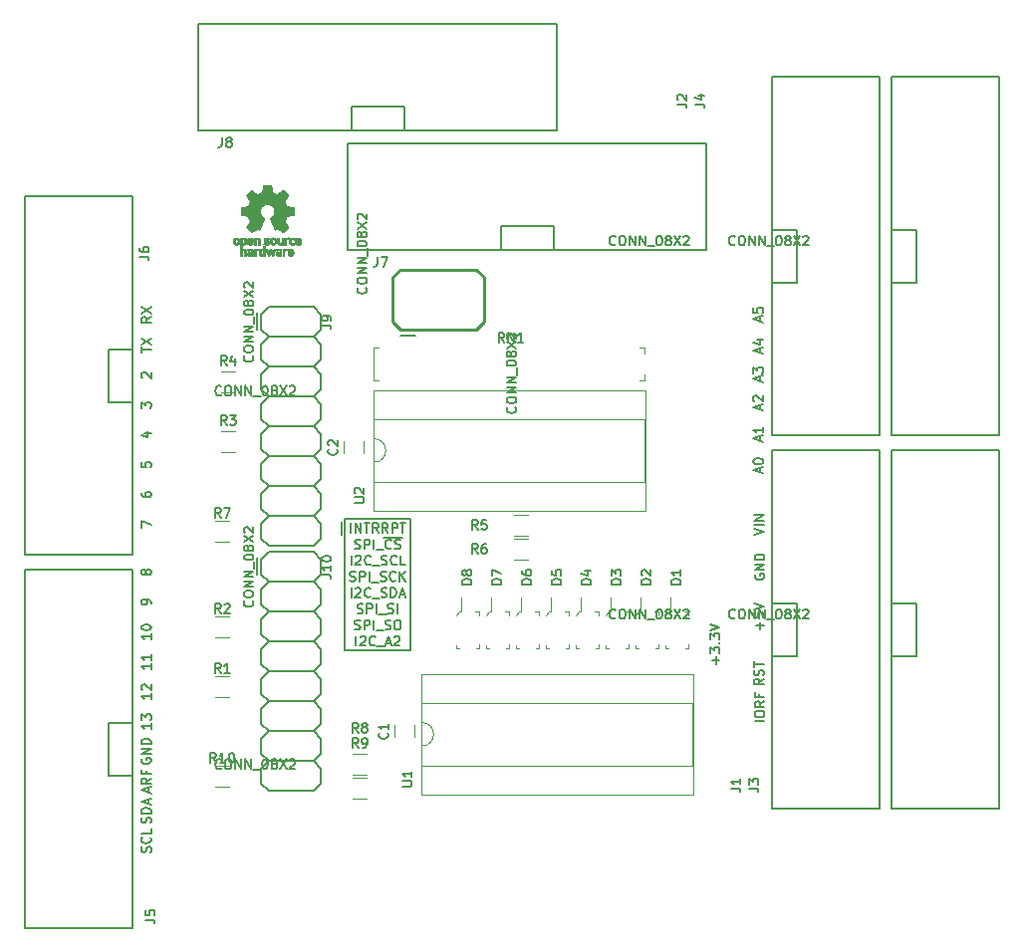
<source format=gto>
G04 #@! TF.FileFunction,Legend,Top*
%FSLAX46Y46*%
G04 Gerber Fmt 4.6, Leading zero omitted, Abs format (unit mm)*
G04 Created by KiCad (PCBNEW 4.0.7) date 04/09/18 16:02:50*
%MOMM*%
%LPD*%
G01*
G04 APERTURE LIST*
%ADD10C,0.100000*%
%ADD11C,0.200000*%
%ADD12C,0.152400*%
%ADD13C,0.120000*%
%ADD14C,0.203200*%
%ADD15C,0.254000*%
%ADD16C,0.150000*%
%ADD17C,0.010000*%
G04 APERTURE END LIST*
D10*
D11*
X124714000Y-88392000D02*
X119126000Y-88392000D01*
X124714000Y-99568000D02*
X124714000Y-88392000D01*
X119126000Y-99568000D02*
X124714000Y-99568000D01*
X119126000Y-88392000D02*
X119126000Y-99568000D01*
X118872000Y-88646000D02*
X118872000Y-89725500D01*
D12*
X119655772Y-89547095D02*
X119655772Y-88734295D01*
X120042820Y-89547095D02*
X120042820Y-88734295D01*
X120507277Y-89547095D01*
X120507277Y-88734295D01*
X120778211Y-88734295D02*
X121242668Y-88734295D01*
X121010439Y-89547095D02*
X121010439Y-88734295D01*
X121978058Y-89547095D02*
X121707125Y-89160048D01*
X121513601Y-89547095D02*
X121513601Y-88734295D01*
X121823239Y-88734295D01*
X121900648Y-88773000D01*
X121939353Y-88811705D01*
X121978058Y-88889114D01*
X121978058Y-89005229D01*
X121939353Y-89082638D01*
X121900648Y-89121343D01*
X121823239Y-89160048D01*
X121513601Y-89160048D01*
X122790858Y-89547095D02*
X122519925Y-89160048D01*
X122326401Y-89547095D02*
X122326401Y-88734295D01*
X122636039Y-88734295D01*
X122713448Y-88773000D01*
X122752153Y-88811705D01*
X122790858Y-88889114D01*
X122790858Y-89005229D01*
X122752153Y-89082638D01*
X122713448Y-89121343D01*
X122636039Y-89160048D01*
X122326401Y-89160048D01*
X123139201Y-89547095D02*
X123139201Y-88734295D01*
X123448839Y-88734295D01*
X123526248Y-88773000D01*
X123564953Y-88811705D01*
X123603658Y-88889114D01*
X123603658Y-89005229D01*
X123564953Y-89082638D01*
X123526248Y-89121343D01*
X123448839Y-89160048D01*
X123139201Y-89160048D01*
X123835887Y-88734295D02*
X124300344Y-88734295D01*
X124068115Y-89547095D02*
X124068115Y-88734295D01*
X119984762Y-90879990D02*
X120100876Y-90918695D01*
X120294400Y-90918695D01*
X120371810Y-90879990D01*
X120410514Y-90841286D01*
X120449219Y-90763876D01*
X120449219Y-90686467D01*
X120410514Y-90609057D01*
X120371810Y-90570352D01*
X120294400Y-90531648D01*
X120139581Y-90492943D01*
X120062172Y-90454238D01*
X120023467Y-90415533D01*
X119984762Y-90338124D01*
X119984762Y-90260714D01*
X120023467Y-90183305D01*
X120062172Y-90144600D01*
X120139581Y-90105895D01*
X120333105Y-90105895D01*
X120449219Y-90144600D01*
X120797562Y-90918695D02*
X120797562Y-90105895D01*
X121107200Y-90105895D01*
X121184609Y-90144600D01*
X121223314Y-90183305D01*
X121262019Y-90260714D01*
X121262019Y-90376829D01*
X121223314Y-90454238D01*
X121184609Y-90492943D01*
X121107200Y-90531648D01*
X120797562Y-90531648D01*
X121610362Y-90918695D02*
X121610362Y-90105895D01*
X121803886Y-90996105D02*
X122423162Y-90996105D01*
X123081143Y-90841286D02*
X123042438Y-90879990D01*
X122926324Y-90918695D01*
X122848914Y-90918695D01*
X122732800Y-90879990D01*
X122655391Y-90802581D01*
X122616686Y-90725171D01*
X122577981Y-90570352D01*
X122577981Y-90454238D01*
X122616686Y-90299419D01*
X122655391Y-90222010D01*
X122732800Y-90144600D01*
X122848914Y-90105895D01*
X122926324Y-90105895D01*
X123042438Y-90144600D01*
X123081143Y-90183305D01*
X123390781Y-90879990D02*
X123506895Y-90918695D01*
X123700419Y-90918695D01*
X123777829Y-90879990D01*
X123816533Y-90841286D01*
X123855238Y-90763876D01*
X123855238Y-90686467D01*
X123816533Y-90609057D01*
X123777829Y-90570352D01*
X123700419Y-90531648D01*
X123545600Y-90492943D01*
X123468191Y-90454238D01*
X123429486Y-90415533D01*
X123390781Y-90338124D01*
X123390781Y-90260714D01*
X123429486Y-90183305D01*
X123468191Y-90144600D01*
X123545600Y-90105895D01*
X123739124Y-90105895D01*
X123855238Y-90144600D01*
X122423162Y-89965784D02*
X124010057Y-89965784D01*
X119694477Y-92290295D02*
X119694477Y-91477495D01*
X120042820Y-91554905D02*
X120081525Y-91516200D01*
X120158934Y-91477495D01*
X120352458Y-91477495D01*
X120429868Y-91516200D01*
X120468572Y-91554905D01*
X120507277Y-91632314D01*
X120507277Y-91709724D01*
X120468572Y-91825838D01*
X120004115Y-92290295D01*
X120507277Y-92290295D01*
X121320077Y-92212886D02*
X121281372Y-92251590D01*
X121165258Y-92290295D01*
X121087848Y-92290295D01*
X120971734Y-92251590D01*
X120894325Y-92174181D01*
X120855620Y-92096771D01*
X120816915Y-91941952D01*
X120816915Y-91825838D01*
X120855620Y-91671019D01*
X120894325Y-91593610D01*
X120971734Y-91516200D01*
X121087848Y-91477495D01*
X121165258Y-91477495D01*
X121281372Y-91516200D01*
X121320077Y-91554905D01*
X121474896Y-92367705D02*
X122094172Y-92367705D01*
X122248991Y-92251590D02*
X122365105Y-92290295D01*
X122558629Y-92290295D01*
X122636039Y-92251590D01*
X122674743Y-92212886D01*
X122713448Y-92135476D01*
X122713448Y-92058067D01*
X122674743Y-91980657D01*
X122636039Y-91941952D01*
X122558629Y-91903248D01*
X122403810Y-91864543D01*
X122326401Y-91825838D01*
X122287696Y-91787133D01*
X122248991Y-91709724D01*
X122248991Y-91632314D01*
X122287696Y-91554905D01*
X122326401Y-91516200D01*
X122403810Y-91477495D01*
X122597334Y-91477495D01*
X122713448Y-91516200D01*
X123526248Y-92212886D02*
X123487543Y-92251590D01*
X123371429Y-92290295D01*
X123294019Y-92290295D01*
X123177905Y-92251590D01*
X123100496Y-92174181D01*
X123061791Y-92096771D01*
X123023086Y-91941952D01*
X123023086Y-91825838D01*
X123061791Y-91671019D01*
X123100496Y-91593610D01*
X123177905Y-91516200D01*
X123294019Y-91477495D01*
X123371429Y-91477495D01*
X123487543Y-91516200D01*
X123526248Y-91554905D01*
X124261638Y-92290295D02*
X123874591Y-92290295D01*
X123874591Y-91477495D01*
X119578362Y-93623190D02*
X119694476Y-93661895D01*
X119888000Y-93661895D01*
X119965410Y-93623190D01*
X120004114Y-93584486D01*
X120042819Y-93507076D01*
X120042819Y-93429667D01*
X120004114Y-93352257D01*
X119965410Y-93313552D01*
X119888000Y-93274848D01*
X119733181Y-93236143D01*
X119655772Y-93197438D01*
X119617067Y-93158733D01*
X119578362Y-93081324D01*
X119578362Y-93003914D01*
X119617067Y-92926505D01*
X119655772Y-92887800D01*
X119733181Y-92849095D01*
X119926705Y-92849095D01*
X120042819Y-92887800D01*
X120391162Y-93661895D02*
X120391162Y-92849095D01*
X120700800Y-92849095D01*
X120778209Y-92887800D01*
X120816914Y-92926505D01*
X120855619Y-93003914D01*
X120855619Y-93120029D01*
X120816914Y-93197438D01*
X120778209Y-93236143D01*
X120700800Y-93274848D01*
X120391162Y-93274848D01*
X121203962Y-93661895D02*
X121203962Y-92849095D01*
X121397486Y-93739305D02*
X122016762Y-93739305D01*
X122171581Y-93623190D02*
X122287695Y-93661895D01*
X122481219Y-93661895D01*
X122558629Y-93623190D01*
X122597333Y-93584486D01*
X122636038Y-93507076D01*
X122636038Y-93429667D01*
X122597333Y-93352257D01*
X122558629Y-93313552D01*
X122481219Y-93274848D01*
X122326400Y-93236143D01*
X122248991Y-93197438D01*
X122210286Y-93158733D01*
X122171581Y-93081324D01*
X122171581Y-93003914D01*
X122210286Y-92926505D01*
X122248991Y-92887800D01*
X122326400Y-92849095D01*
X122519924Y-92849095D01*
X122636038Y-92887800D01*
X123448838Y-93584486D02*
X123410133Y-93623190D01*
X123294019Y-93661895D01*
X123216609Y-93661895D01*
X123100495Y-93623190D01*
X123023086Y-93545781D01*
X122984381Y-93468371D01*
X122945676Y-93313552D01*
X122945676Y-93197438D01*
X122984381Y-93042619D01*
X123023086Y-92965210D01*
X123100495Y-92887800D01*
X123216609Y-92849095D01*
X123294019Y-92849095D01*
X123410133Y-92887800D01*
X123448838Y-92926505D01*
X123797181Y-93661895D02*
X123797181Y-92849095D01*
X124261638Y-93661895D02*
X123913295Y-93197438D01*
X124261638Y-92849095D02*
X123797181Y-93313552D01*
X119675124Y-95033495D02*
X119675124Y-94220695D01*
X120023467Y-94298105D02*
X120062172Y-94259400D01*
X120139581Y-94220695D01*
X120333105Y-94220695D01*
X120410515Y-94259400D01*
X120449219Y-94298105D01*
X120487924Y-94375514D01*
X120487924Y-94452924D01*
X120449219Y-94569038D01*
X119984762Y-95033495D01*
X120487924Y-95033495D01*
X121300724Y-94956086D02*
X121262019Y-94994790D01*
X121145905Y-95033495D01*
X121068495Y-95033495D01*
X120952381Y-94994790D01*
X120874972Y-94917381D01*
X120836267Y-94839971D01*
X120797562Y-94685152D01*
X120797562Y-94569038D01*
X120836267Y-94414219D01*
X120874972Y-94336810D01*
X120952381Y-94259400D01*
X121068495Y-94220695D01*
X121145905Y-94220695D01*
X121262019Y-94259400D01*
X121300724Y-94298105D01*
X121455543Y-95110905D02*
X122074819Y-95110905D01*
X122229638Y-94994790D02*
X122345752Y-95033495D01*
X122539276Y-95033495D01*
X122616686Y-94994790D01*
X122655390Y-94956086D01*
X122694095Y-94878676D01*
X122694095Y-94801267D01*
X122655390Y-94723857D01*
X122616686Y-94685152D01*
X122539276Y-94646448D01*
X122384457Y-94607743D01*
X122307048Y-94569038D01*
X122268343Y-94530333D01*
X122229638Y-94452924D01*
X122229638Y-94375514D01*
X122268343Y-94298105D01*
X122307048Y-94259400D01*
X122384457Y-94220695D01*
X122577981Y-94220695D01*
X122694095Y-94259400D01*
X123042438Y-95033495D02*
X123042438Y-94220695D01*
X123235962Y-94220695D01*
X123352076Y-94259400D01*
X123429485Y-94336810D01*
X123468190Y-94414219D01*
X123506895Y-94569038D01*
X123506895Y-94685152D01*
X123468190Y-94839971D01*
X123429485Y-94917381D01*
X123352076Y-94994790D01*
X123235962Y-95033495D01*
X123042438Y-95033495D01*
X123816533Y-94801267D02*
X124203581Y-94801267D01*
X123739124Y-95033495D02*
X124010057Y-94220695D01*
X124280990Y-95033495D01*
X120197638Y-96366390D02*
X120313752Y-96405095D01*
X120507276Y-96405095D01*
X120584686Y-96366390D01*
X120623390Y-96327686D01*
X120662095Y-96250276D01*
X120662095Y-96172867D01*
X120623390Y-96095457D01*
X120584686Y-96056752D01*
X120507276Y-96018048D01*
X120352457Y-95979343D01*
X120275048Y-95940638D01*
X120236343Y-95901933D01*
X120197638Y-95824524D01*
X120197638Y-95747114D01*
X120236343Y-95669705D01*
X120275048Y-95631000D01*
X120352457Y-95592295D01*
X120545981Y-95592295D01*
X120662095Y-95631000D01*
X121010438Y-96405095D02*
X121010438Y-95592295D01*
X121320076Y-95592295D01*
X121397485Y-95631000D01*
X121436190Y-95669705D01*
X121474895Y-95747114D01*
X121474895Y-95863229D01*
X121436190Y-95940638D01*
X121397485Y-95979343D01*
X121320076Y-96018048D01*
X121010438Y-96018048D01*
X121823238Y-96405095D02*
X121823238Y-95592295D01*
X122016762Y-96482505D02*
X122636038Y-96482505D01*
X122790857Y-96366390D02*
X122906971Y-96405095D01*
X123100495Y-96405095D01*
X123177905Y-96366390D01*
X123216609Y-96327686D01*
X123255314Y-96250276D01*
X123255314Y-96172867D01*
X123216609Y-96095457D01*
X123177905Y-96056752D01*
X123100495Y-96018048D01*
X122945676Y-95979343D01*
X122868267Y-95940638D01*
X122829562Y-95901933D01*
X122790857Y-95824524D01*
X122790857Y-95747114D01*
X122829562Y-95669705D01*
X122868267Y-95631000D01*
X122945676Y-95592295D01*
X123139200Y-95592295D01*
X123255314Y-95631000D01*
X123603657Y-96405095D02*
X123603657Y-95592295D01*
X119965410Y-97737990D02*
X120081524Y-97776695D01*
X120275048Y-97776695D01*
X120352458Y-97737990D01*
X120391162Y-97699286D01*
X120429867Y-97621876D01*
X120429867Y-97544467D01*
X120391162Y-97467057D01*
X120352458Y-97428352D01*
X120275048Y-97389648D01*
X120120229Y-97350943D01*
X120042820Y-97312238D01*
X120004115Y-97273533D01*
X119965410Y-97196124D01*
X119965410Y-97118714D01*
X120004115Y-97041305D01*
X120042820Y-97002600D01*
X120120229Y-96963895D01*
X120313753Y-96963895D01*
X120429867Y-97002600D01*
X120778210Y-97776695D02*
X120778210Y-96963895D01*
X121087848Y-96963895D01*
X121165257Y-97002600D01*
X121203962Y-97041305D01*
X121242667Y-97118714D01*
X121242667Y-97234829D01*
X121203962Y-97312238D01*
X121165257Y-97350943D01*
X121087848Y-97389648D01*
X120778210Y-97389648D01*
X121591010Y-97776695D02*
X121591010Y-96963895D01*
X121784534Y-97854105D02*
X122403810Y-97854105D01*
X122558629Y-97737990D02*
X122674743Y-97776695D01*
X122868267Y-97776695D01*
X122945677Y-97737990D01*
X122984381Y-97699286D01*
X123023086Y-97621876D01*
X123023086Y-97544467D01*
X122984381Y-97467057D01*
X122945677Y-97428352D01*
X122868267Y-97389648D01*
X122713448Y-97350943D01*
X122636039Y-97312238D01*
X122597334Y-97273533D01*
X122558629Y-97196124D01*
X122558629Y-97118714D01*
X122597334Y-97041305D01*
X122636039Y-97002600D01*
X122713448Y-96963895D01*
X122906972Y-96963895D01*
X123023086Y-97002600D01*
X123526248Y-96963895D02*
X123681067Y-96963895D01*
X123758476Y-97002600D01*
X123835886Y-97080010D01*
X123874591Y-97234829D01*
X123874591Y-97505762D01*
X123835886Y-97660581D01*
X123758476Y-97737990D01*
X123681067Y-97776695D01*
X123526248Y-97776695D01*
X123448838Y-97737990D01*
X123371429Y-97660581D01*
X123332724Y-97505762D01*
X123332724Y-97234829D01*
X123371429Y-97080010D01*
X123448838Y-97002600D01*
X123526248Y-96963895D01*
X120081524Y-99148295D02*
X120081524Y-98335495D01*
X120429867Y-98412905D02*
X120468572Y-98374200D01*
X120545981Y-98335495D01*
X120739505Y-98335495D01*
X120816915Y-98374200D01*
X120855619Y-98412905D01*
X120894324Y-98490314D01*
X120894324Y-98567724D01*
X120855619Y-98683838D01*
X120391162Y-99148295D01*
X120894324Y-99148295D01*
X121707124Y-99070886D02*
X121668419Y-99109590D01*
X121552305Y-99148295D01*
X121474895Y-99148295D01*
X121358781Y-99109590D01*
X121281372Y-99032181D01*
X121242667Y-98954771D01*
X121203962Y-98799952D01*
X121203962Y-98683838D01*
X121242667Y-98529019D01*
X121281372Y-98451610D01*
X121358781Y-98374200D01*
X121474895Y-98335495D01*
X121552305Y-98335495D01*
X121668419Y-98374200D01*
X121707124Y-98412905D01*
X121861943Y-99225705D02*
X122481219Y-99225705D01*
X122636038Y-98916067D02*
X123023086Y-98916067D01*
X122558629Y-99148295D02*
X122829562Y-98335495D01*
X123100495Y-99148295D01*
X123332724Y-98412905D02*
X123371429Y-98374200D01*
X123448838Y-98335495D01*
X123642362Y-98335495D01*
X123719772Y-98374200D01*
X123758476Y-98412905D01*
X123797181Y-98490314D01*
X123797181Y-98567724D01*
X123758476Y-98683838D01*
X123294019Y-99148295D01*
X123797181Y-99148295D01*
D10*
X146620000Y-96265000D02*
X146645000Y-96240000D01*
X146645000Y-96240000D02*
X146770000Y-96240000D01*
X146370000Y-96540000D02*
X146620000Y-96265000D01*
X146770000Y-96240000D02*
X146770000Y-95015000D01*
X148295000Y-96590000D02*
X148295000Y-96240000D01*
X148295000Y-96240000D02*
X147970000Y-96240000D01*
X146595000Y-99340000D02*
X146345000Y-99340000D01*
X146345000Y-99340000D02*
X146345000Y-99090000D01*
X148295000Y-99040000D02*
X148295000Y-99340000D01*
X148295000Y-99340000D02*
X148070000Y-99340000D01*
X144080000Y-96265000D02*
X144105000Y-96240000D01*
X144105000Y-96240000D02*
X144230000Y-96240000D01*
X143830000Y-96540000D02*
X144080000Y-96265000D01*
X144230000Y-96240000D02*
X144230000Y-95015000D01*
X145755000Y-96590000D02*
X145755000Y-96240000D01*
X145755000Y-96240000D02*
X145430000Y-96240000D01*
X144055000Y-99340000D02*
X143805000Y-99340000D01*
X143805000Y-99340000D02*
X143805000Y-99090000D01*
X145755000Y-99040000D02*
X145755000Y-99340000D01*
X145755000Y-99340000D02*
X145530000Y-99340000D01*
X141540000Y-96265000D02*
X141565000Y-96240000D01*
X141565000Y-96240000D02*
X141690000Y-96240000D01*
X141290000Y-96540000D02*
X141540000Y-96265000D01*
X141690000Y-96240000D02*
X141690000Y-95015000D01*
X143215000Y-96590000D02*
X143215000Y-96240000D01*
X143215000Y-96240000D02*
X142890000Y-96240000D01*
X141515000Y-99340000D02*
X141265000Y-99340000D01*
X141265000Y-99340000D02*
X141265000Y-99090000D01*
X143215000Y-99040000D02*
X143215000Y-99340000D01*
X143215000Y-99340000D02*
X142990000Y-99340000D01*
X139000000Y-96265000D02*
X139025000Y-96240000D01*
X139025000Y-96240000D02*
X139150000Y-96240000D01*
X138750000Y-96540000D02*
X139000000Y-96265000D01*
X139150000Y-96240000D02*
X139150000Y-95015000D01*
X140675000Y-96590000D02*
X140675000Y-96240000D01*
X140675000Y-96240000D02*
X140350000Y-96240000D01*
X138975000Y-99340000D02*
X138725000Y-99340000D01*
X138725000Y-99340000D02*
X138725000Y-99090000D01*
X140675000Y-99040000D02*
X140675000Y-99340000D01*
X140675000Y-99340000D02*
X140450000Y-99340000D01*
X136460000Y-96265000D02*
X136485000Y-96240000D01*
X136485000Y-96240000D02*
X136610000Y-96240000D01*
X136210000Y-96540000D02*
X136460000Y-96265000D01*
X136610000Y-96240000D02*
X136610000Y-95015000D01*
X138135000Y-96590000D02*
X138135000Y-96240000D01*
X138135000Y-96240000D02*
X137810000Y-96240000D01*
X136435000Y-99340000D02*
X136185000Y-99340000D01*
X136185000Y-99340000D02*
X136185000Y-99090000D01*
X138135000Y-99040000D02*
X138135000Y-99340000D01*
X138135000Y-99340000D02*
X137910000Y-99340000D01*
X133920000Y-96265000D02*
X133945000Y-96240000D01*
X133945000Y-96240000D02*
X134070000Y-96240000D01*
X133670000Y-96540000D02*
X133920000Y-96265000D01*
X134070000Y-96240000D02*
X134070000Y-95015000D01*
X135595000Y-96590000D02*
X135595000Y-96240000D01*
X135595000Y-96240000D02*
X135270000Y-96240000D01*
X133895000Y-99340000D02*
X133645000Y-99340000D01*
X133645000Y-99340000D02*
X133645000Y-99090000D01*
X135595000Y-99040000D02*
X135595000Y-99340000D01*
X135595000Y-99340000D02*
X135370000Y-99340000D01*
X131380000Y-96265000D02*
X131405000Y-96240000D01*
X131405000Y-96240000D02*
X131530000Y-96240000D01*
X131130000Y-96540000D02*
X131380000Y-96265000D01*
X131530000Y-96240000D02*
X131530000Y-95015000D01*
X133055000Y-96590000D02*
X133055000Y-96240000D01*
X133055000Y-96240000D02*
X132730000Y-96240000D01*
X131355000Y-99340000D02*
X131105000Y-99340000D01*
X131105000Y-99340000D02*
X131105000Y-99090000D01*
X133055000Y-99040000D02*
X133055000Y-99340000D01*
X133055000Y-99340000D02*
X132830000Y-99340000D01*
X128840000Y-96265000D02*
X128865000Y-96240000D01*
X128865000Y-96240000D02*
X128990000Y-96240000D01*
X128590000Y-96540000D02*
X128840000Y-96265000D01*
X128990000Y-96240000D02*
X128990000Y-95015000D01*
X130515000Y-96590000D02*
X130515000Y-96240000D01*
X130515000Y-96240000D02*
X130190000Y-96240000D01*
X128815000Y-99340000D02*
X128565000Y-99340000D01*
X128565000Y-99340000D02*
X128565000Y-99090000D01*
X130515000Y-99040000D02*
X130515000Y-99340000D01*
X130515000Y-99340000D02*
X130290000Y-99340000D01*
D13*
X125670000Y-105680000D02*
G75*
G02X125670000Y-107680000I0J-1000000D01*
G01*
X125670000Y-107680000D02*
X125670000Y-109330000D01*
X125670000Y-109330000D02*
X148650000Y-109330000D01*
X148650000Y-109330000D02*
X148650000Y-104030000D01*
X148650000Y-104030000D02*
X125670000Y-104030000D01*
X125670000Y-104030000D02*
X125670000Y-105680000D01*
X125610000Y-111820000D02*
X148710000Y-111820000D01*
X148710000Y-111820000D02*
X148710000Y-101540000D01*
X148710000Y-101540000D02*
X125610000Y-101540000D01*
X125610000Y-101540000D02*
X125610000Y-111820000D01*
X121606000Y-81550000D02*
G75*
G02X121606000Y-83550000I0J-1000000D01*
G01*
X121606000Y-83550000D02*
X121606000Y-85200000D01*
X121606000Y-85200000D02*
X144586000Y-85200000D01*
X144586000Y-85200000D02*
X144586000Y-79900000D01*
X144586000Y-79900000D02*
X121606000Y-79900000D01*
X121606000Y-79900000D02*
X121606000Y-81550000D01*
X121546000Y-87690000D02*
X144646000Y-87690000D01*
X144646000Y-87690000D02*
X144646000Y-77410000D01*
X144646000Y-77410000D02*
X121546000Y-77410000D01*
X121546000Y-77410000D02*
X121546000Y-87690000D01*
D14*
X125095000Y-72771000D02*
X123825000Y-72771000D01*
D15*
X123190000Y-71628000D02*
X123190000Y-67818000D01*
X130302000Y-72263000D02*
X123825000Y-72263000D01*
X123825000Y-72263000D02*
X123190000Y-71628000D01*
X123190000Y-67818000D02*
X123825000Y-67183000D01*
X123825000Y-67183000D02*
X130302000Y-67183000D01*
X130302000Y-67183000D02*
X130937000Y-67818000D01*
X130937000Y-67818000D02*
X130937000Y-71628000D01*
X130937000Y-71628000D02*
X130302000Y-72263000D01*
D13*
X123356000Y-105926000D02*
X123356000Y-106926000D01*
X125056000Y-106926000D02*
X125056000Y-105926000D01*
X119038000Y-81796000D02*
X119038000Y-82796000D01*
X120738000Y-82796000D02*
X120738000Y-81796000D01*
X108112000Y-101736000D02*
X109312000Y-101736000D01*
X109312000Y-103496000D02*
X108112000Y-103496000D01*
X108112000Y-96656000D02*
X109312000Y-96656000D01*
X109312000Y-98416000D02*
X108112000Y-98416000D01*
X108620000Y-80908000D02*
X109820000Y-80908000D01*
X109820000Y-82668000D02*
X108620000Y-82668000D01*
X108620000Y-75828000D02*
X109820000Y-75828000D01*
X109820000Y-77588000D02*
X108620000Y-77588000D01*
X134712000Y-89780000D02*
X133512000Y-89780000D01*
X133512000Y-88020000D02*
X134712000Y-88020000D01*
X134712000Y-91812000D02*
X133512000Y-91812000D01*
X133512000Y-90052000D02*
X134712000Y-90052000D01*
X108112000Y-88528000D02*
X109312000Y-88528000D01*
X109312000Y-90288000D02*
X108112000Y-90288000D01*
X120996000Y-110100000D02*
X119796000Y-110100000D01*
X119796000Y-108340000D02*
X120996000Y-108340000D01*
X120996000Y-112132000D02*
X119796000Y-112132000D01*
X119796000Y-110372000D02*
X120996000Y-110372000D01*
X108112000Y-109356000D02*
X109312000Y-109356000D01*
X109312000Y-111116000D02*
X108112000Y-111116000D01*
D16*
X155470000Y-95540000D02*
X157520000Y-95540000D01*
X157520000Y-95540000D02*
X157520000Y-100040000D01*
X157520000Y-100040000D02*
X155470000Y-100040000D01*
X164570000Y-113030000D02*
X155470000Y-113030000D01*
X155470000Y-82550000D02*
X155470000Y-113030000D01*
X164570000Y-82550000D02*
X164570000Y-113030000D01*
X155470000Y-82550000D02*
X164570000Y-82550000D01*
X155470000Y-63790000D02*
X157520000Y-63790000D01*
X157520000Y-63790000D02*
X157520000Y-68290000D01*
X157520000Y-68290000D02*
X155470000Y-68290000D01*
X164570000Y-81280000D02*
X155470000Y-81280000D01*
X155470000Y-50800000D02*
X155470000Y-81280000D01*
X164570000Y-50800000D02*
X164570000Y-81280000D01*
X155470000Y-50800000D02*
X164570000Y-50800000D01*
X165630000Y-95540000D02*
X167680000Y-95540000D01*
X167680000Y-95540000D02*
X167680000Y-100040000D01*
X167680000Y-100040000D02*
X165630000Y-100040000D01*
X174730000Y-113030000D02*
X165630000Y-113030000D01*
X165630000Y-82550000D02*
X165630000Y-113030000D01*
X174730000Y-82550000D02*
X174730000Y-113030000D01*
X165630000Y-82550000D02*
X174730000Y-82550000D01*
X165630000Y-63790000D02*
X167680000Y-63790000D01*
X167680000Y-63790000D02*
X167680000Y-68290000D01*
X167680000Y-68290000D02*
X165630000Y-68290000D01*
X174730000Y-81280000D02*
X165630000Y-81280000D01*
X165630000Y-50800000D02*
X165630000Y-81280000D01*
X174730000Y-50800000D02*
X174730000Y-81280000D01*
X165630000Y-50800000D02*
X174730000Y-50800000D01*
X101070000Y-110200000D02*
X99020000Y-110200000D01*
X99020000Y-110200000D02*
X99020000Y-105700000D01*
X99020000Y-105700000D02*
X101070000Y-105700000D01*
X91970000Y-92710000D02*
X101070000Y-92710000D01*
X101070000Y-123190000D02*
X101070000Y-92710000D01*
X91970000Y-123190000D02*
X91970000Y-92710000D01*
X101070000Y-123190000D02*
X91970000Y-123190000D01*
X101070000Y-78450000D02*
X99020000Y-78450000D01*
X99020000Y-78450000D02*
X99020000Y-73950000D01*
X99020000Y-73950000D02*
X101070000Y-73950000D01*
X91970000Y-60960000D02*
X101070000Y-60960000D01*
X101070000Y-91440000D02*
X101070000Y-60960000D01*
X91970000Y-91440000D02*
X91970000Y-60960000D01*
X101070000Y-91440000D02*
X91970000Y-91440000D01*
X132370000Y-65510000D02*
X132370000Y-63460000D01*
X132370000Y-63460000D02*
X136870000Y-63460000D01*
X136870000Y-63460000D02*
X136870000Y-65510000D01*
X149860000Y-56410000D02*
X149860000Y-65510000D01*
X119380000Y-65510000D02*
X149860000Y-65510000D01*
X119380000Y-56410000D02*
X149860000Y-56410000D01*
X119380000Y-65510000D02*
X119380000Y-56410000D01*
X119670000Y-55350000D02*
X119670000Y-53300000D01*
X119670000Y-53300000D02*
X124170000Y-53300000D01*
X124170000Y-53300000D02*
X124170000Y-55350000D01*
X137160000Y-46250000D02*
X137160000Y-55350000D01*
X106680000Y-55350000D02*
X137160000Y-55350000D01*
X106680000Y-46250000D02*
X137160000Y-46250000D01*
X106680000Y-55350000D02*
X106680000Y-46250000D01*
D14*
X112014000Y-72263000D02*
X112649000Y-72898000D01*
X112649000Y-72898000D02*
X112014000Y-73533000D01*
X112014000Y-74803000D02*
X112649000Y-75438000D01*
X112649000Y-75438000D02*
X112014000Y-76073000D01*
X112014000Y-77343000D02*
X112649000Y-77978000D01*
X112649000Y-77978000D02*
X112014000Y-78613000D01*
X112014000Y-79883000D02*
X112649000Y-80518000D01*
X112649000Y-80518000D02*
X112014000Y-81153000D01*
X112014000Y-82423000D02*
X112649000Y-83058000D01*
X112649000Y-83058000D02*
X112014000Y-83693000D01*
X112014000Y-84963000D02*
X112649000Y-85598000D01*
X117094000Y-70993000D02*
X117094000Y-72263000D01*
X117094000Y-72263000D02*
X116459000Y-72898000D01*
X116459000Y-72898000D02*
X117094000Y-73533000D01*
X117094000Y-73533000D02*
X117094000Y-74803000D01*
X117094000Y-74803000D02*
X116459000Y-75438000D01*
X116459000Y-75438000D02*
X117094000Y-76073000D01*
X117094000Y-76073000D02*
X117094000Y-77343000D01*
X117094000Y-77343000D02*
X116459000Y-77978000D01*
X116459000Y-77978000D02*
X117094000Y-78613000D01*
X117094000Y-78613000D02*
X117094000Y-79883000D01*
X117094000Y-79883000D02*
X116459000Y-80518000D01*
X116459000Y-80518000D02*
X117094000Y-81153000D01*
X117094000Y-81153000D02*
X117094000Y-82423000D01*
X117094000Y-82423000D02*
X116459000Y-83058000D01*
X116459000Y-83058000D02*
X117094000Y-83693000D01*
X117094000Y-83693000D02*
X117094000Y-84963000D01*
X117094000Y-84963000D02*
X116459000Y-85598000D01*
X116459000Y-85598000D02*
X117094000Y-86233000D01*
X117094000Y-86233000D02*
X117094000Y-87503000D01*
X117094000Y-87503000D02*
X116459000Y-88138000D01*
X116459000Y-88138000D02*
X117094000Y-88773000D01*
X117094000Y-88773000D02*
X117094000Y-90043000D01*
X117094000Y-90043000D02*
X116459000Y-90678000D01*
X112649000Y-90678000D02*
X112014000Y-90043000D01*
X112649000Y-88138000D02*
X112014000Y-88773000D01*
X112649000Y-88138000D02*
X112014000Y-87503000D01*
X112649000Y-85598000D02*
X112014000Y-86233000D01*
X116459000Y-72898000D02*
X112649000Y-72898000D01*
X116459000Y-75438000D02*
X112649000Y-75438000D01*
X116459000Y-77978000D02*
X112649000Y-77978000D01*
X116459000Y-80518000D02*
X112649000Y-80518000D01*
X116459000Y-83058000D02*
X112649000Y-83058000D01*
X116459000Y-85598000D02*
X112649000Y-85598000D01*
X116459000Y-88138000D02*
X112649000Y-88138000D01*
X116459000Y-90678000D02*
X112649000Y-90678000D01*
X112014000Y-88773000D02*
X112014000Y-90043000D01*
X112014000Y-86233000D02*
X112014000Y-87503000D01*
X112014000Y-83693000D02*
X112014000Y-84963000D01*
X112014000Y-81153000D02*
X112014000Y-82423000D01*
X112014000Y-78613000D02*
X112014000Y-79883000D01*
X112014000Y-76073000D02*
X112014000Y-77343000D01*
X112014000Y-73533000D02*
X112014000Y-74803000D01*
X112014000Y-70993000D02*
X112014000Y-72263000D01*
X112649000Y-70358000D02*
X112014000Y-70993000D01*
X112649000Y-70358000D02*
X116459000Y-70358000D01*
X116459000Y-70358000D02*
X117094000Y-70993000D01*
X111633000Y-70866000D02*
X111633000Y-72263000D01*
X111633000Y-72263000D02*
X111633000Y-70866000D01*
X112014000Y-93091000D02*
X112649000Y-93726000D01*
X112649000Y-93726000D02*
X112014000Y-94361000D01*
X112014000Y-95631000D02*
X112649000Y-96266000D01*
X112649000Y-96266000D02*
X112014000Y-96901000D01*
X112014000Y-98171000D02*
X112649000Y-98806000D01*
X112649000Y-98806000D02*
X112014000Y-99441000D01*
X112014000Y-100711000D02*
X112649000Y-101346000D01*
X112649000Y-101346000D02*
X112014000Y-101981000D01*
X112014000Y-103251000D02*
X112649000Y-103886000D01*
X112649000Y-103886000D02*
X112014000Y-104521000D01*
X112014000Y-105791000D02*
X112649000Y-106426000D01*
X117094000Y-91821000D02*
X117094000Y-93091000D01*
X117094000Y-93091000D02*
X116459000Y-93726000D01*
X116459000Y-93726000D02*
X117094000Y-94361000D01*
X117094000Y-94361000D02*
X117094000Y-95631000D01*
X117094000Y-95631000D02*
X116459000Y-96266000D01*
X116459000Y-96266000D02*
X117094000Y-96901000D01*
X117094000Y-96901000D02*
X117094000Y-98171000D01*
X117094000Y-98171000D02*
X116459000Y-98806000D01*
X116459000Y-98806000D02*
X117094000Y-99441000D01*
X117094000Y-99441000D02*
X117094000Y-100711000D01*
X117094000Y-100711000D02*
X116459000Y-101346000D01*
X116459000Y-101346000D02*
X117094000Y-101981000D01*
X117094000Y-101981000D02*
X117094000Y-103251000D01*
X117094000Y-103251000D02*
X116459000Y-103886000D01*
X116459000Y-103886000D02*
X117094000Y-104521000D01*
X117094000Y-104521000D02*
X117094000Y-105791000D01*
X117094000Y-105791000D02*
X116459000Y-106426000D01*
X116459000Y-106426000D02*
X117094000Y-107061000D01*
X117094000Y-107061000D02*
X117094000Y-108331000D01*
X117094000Y-108331000D02*
X116459000Y-108966000D01*
X116459000Y-108966000D02*
X117094000Y-109601000D01*
X117094000Y-109601000D02*
X117094000Y-110871000D01*
X117094000Y-110871000D02*
X116459000Y-111506000D01*
X112649000Y-111506000D02*
X112014000Y-110871000D01*
X112649000Y-108966000D02*
X112014000Y-109601000D01*
X112649000Y-108966000D02*
X112014000Y-108331000D01*
X112649000Y-106426000D02*
X112014000Y-107061000D01*
X116459000Y-93726000D02*
X112649000Y-93726000D01*
X116459000Y-96266000D02*
X112649000Y-96266000D01*
X116459000Y-98806000D02*
X112649000Y-98806000D01*
X116459000Y-101346000D02*
X112649000Y-101346000D01*
X116459000Y-103886000D02*
X112649000Y-103886000D01*
X116459000Y-106426000D02*
X112649000Y-106426000D01*
X116459000Y-108966000D02*
X112649000Y-108966000D01*
X116459000Y-111506000D02*
X112649000Y-111506000D01*
X112014000Y-109601000D02*
X112014000Y-110871000D01*
X112014000Y-107061000D02*
X112014000Y-108331000D01*
X112014000Y-104521000D02*
X112014000Y-105791000D01*
X112014000Y-101981000D02*
X112014000Y-103251000D01*
X112014000Y-99441000D02*
X112014000Y-100711000D01*
X112014000Y-96901000D02*
X112014000Y-98171000D01*
X112014000Y-94361000D02*
X112014000Y-95631000D01*
X112014000Y-91821000D02*
X112014000Y-93091000D01*
X112649000Y-91186000D02*
X112014000Y-91821000D01*
X112649000Y-91186000D02*
X116459000Y-91186000D01*
X116459000Y-91186000D02*
X117094000Y-91821000D01*
X111633000Y-91694000D02*
X111633000Y-93091000D01*
X111633000Y-93091000D02*
X111633000Y-91694000D01*
D17*
G36*
X110613241Y-64461184D02*
X110639753Y-64474282D01*
X110672447Y-64497106D01*
X110696275Y-64521996D01*
X110712594Y-64553249D01*
X110722760Y-64595166D01*
X110728128Y-64652044D01*
X110730056Y-64728184D01*
X110730169Y-64760917D01*
X110729839Y-64832656D01*
X110728473Y-64883927D01*
X110725500Y-64919404D01*
X110720351Y-64943763D01*
X110712457Y-64961680D01*
X110704243Y-64973902D01*
X110651813Y-65025905D01*
X110590070Y-65057184D01*
X110523464Y-65066592D01*
X110456442Y-65052980D01*
X110435208Y-65043354D01*
X110384376Y-65016859D01*
X110384376Y-65432052D01*
X110421475Y-65412868D01*
X110470357Y-65398025D01*
X110530439Y-65394222D01*
X110590436Y-65401243D01*
X110635744Y-65417013D01*
X110673325Y-65447047D01*
X110705436Y-65490024D01*
X110707850Y-65494436D01*
X110718033Y-65515221D01*
X110725470Y-65536170D01*
X110730589Y-65561548D01*
X110733819Y-65595618D01*
X110735587Y-65642641D01*
X110736323Y-65706882D01*
X110736456Y-65779176D01*
X110736456Y-66009822D01*
X110598139Y-66009822D01*
X110598139Y-65584533D01*
X110559451Y-65551979D01*
X110519262Y-65525940D01*
X110481203Y-65521205D01*
X110442934Y-65533389D01*
X110422538Y-65545320D01*
X110407358Y-65562313D01*
X110396562Y-65587995D01*
X110389317Y-65625991D01*
X110384792Y-65679926D01*
X110382156Y-65753425D01*
X110381228Y-65802347D01*
X110378089Y-66003535D01*
X110312074Y-66007336D01*
X110246060Y-66011136D01*
X110246060Y-64762650D01*
X110384376Y-64762650D01*
X110387903Y-64832254D01*
X110399785Y-64880569D01*
X110421980Y-64910631D01*
X110456441Y-64925471D01*
X110491258Y-64928436D01*
X110530671Y-64925028D01*
X110556829Y-64911617D01*
X110573186Y-64893896D01*
X110586063Y-64874835D01*
X110593728Y-64853601D01*
X110597139Y-64823849D01*
X110597251Y-64779236D01*
X110596103Y-64741880D01*
X110593468Y-64685604D01*
X110589544Y-64648658D01*
X110582937Y-64625223D01*
X110572251Y-64609480D01*
X110562167Y-64600380D01*
X110520030Y-64580537D01*
X110470160Y-64577332D01*
X110441524Y-64584168D01*
X110413172Y-64608464D01*
X110394391Y-64655728D01*
X110385288Y-64725624D01*
X110384376Y-64762650D01*
X110246060Y-64762650D01*
X110246060Y-64450614D01*
X110315218Y-64450614D01*
X110356740Y-64452256D01*
X110378162Y-64458087D01*
X110384374Y-64469461D01*
X110384376Y-64469798D01*
X110387258Y-64480938D01*
X110399970Y-64479673D01*
X110425243Y-64467433D01*
X110484131Y-64448707D01*
X110550385Y-64446739D01*
X110613241Y-64461184D01*
X110613241Y-64461184D01*
G37*
X110613241Y-64461184D02*
X110639753Y-64474282D01*
X110672447Y-64497106D01*
X110696275Y-64521996D01*
X110712594Y-64553249D01*
X110722760Y-64595166D01*
X110728128Y-64652044D01*
X110730056Y-64728184D01*
X110730169Y-64760917D01*
X110729839Y-64832656D01*
X110728473Y-64883927D01*
X110725500Y-64919404D01*
X110720351Y-64943763D01*
X110712457Y-64961680D01*
X110704243Y-64973902D01*
X110651813Y-65025905D01*
X110590070Y-65057184D01*
X110523464Y-65066592D01*
X110456442Y-65052980D01*
X110435208Y-65043354D01*
X110384376Y-65016859D01*
X110384376Y-65432052D01*
X110421475Y-65412868D01*
X110470357Y-65398025D01*
X110530439Y-65394222D01*
X110590436Y-65401243D01*
X110635744Y-65417013D01*
X110673325Y-65447047D01*
X110705436Y-65490024D01*
X110707850Y-65494436D01*
X110718033Y-65515221D01*
X110725470Y-65536170D01*
X110730589Y-65561548D01*
X110733819Y-65595618D01*
X110735587Y-65642641D01*
X110736323Y-65706882D01*
X110736456Y-65779176D01*
X110736456Y-66009822D01*
X110598139Y-66009822D01*
X110598139Y-65584533D01*
X110559451Y-65551979D01*
X110519262Y-65525940D01*
X110481203Y-65521205D01*
X110442934Y-65533389D01*
X110422538Y-65545320D01*
X110407358Y-65562313D01*
X110396562Y-65587995D01*
X110389317Y-65625991D01*
X110384792Y-65679926D01*
X110382156Y-65753425D01*
X110381228Y-65802347D01*
X110378089Y-66003535D01*
X110312074Y-66007336D01*
X110246060Y-66011136D01*
X110246060Y-64762650D01*
X110384376Y-64762650D01*
X110387903Y-64832254D01*
X110399785Y-64880569D01*
X110421980Y-64910631D01*
X110456441Y-64925471D01*
X110491258Y-64928436D01*
X110530671Y-64925028D01*
X110556829Y-64911617D01*
X110573186Y-64893896D01*
X110586063Y-64874835D01*
X110593728Y-64853601D01*
X110597139Y-64823849D01*
X110597251Y-64779236D01*
X110596103Y-64741880D01*
X110593468Y-64685604D01*
X110589544Y-64648658D01*
X110582937Y-64625223D01*
X110572251Y-64609480D01*
X110562167Y-64600380D01*
X110520030Y-64580537D01*
X110470160Y-64577332D01*
X110441524Y-64584168D01*
X110413172Y-64608464D01*
X110394391Y-64655728D01*
X110385288Y-64725624D01*
X110384376Y-64762650D01*
X110246060Y-64762650D01*
X110246060Y-64450614D01*
X110315218Y-64450614D01*
X110356740Y-64452256D01*
X110378162Y-64458087D01*
X110384374Y-64469461D01*
X110384376Y-64469798D01*
X110387258Y-64480938D01*
X110399970Y-64479673D01*
X110425243Y-64467433D01*
X110484131Y-64448707D01*
X110550385Y-64446739D01*
X110613241Y-64461184D01*
G36*
X111137790Y-65398555D02*
X111196945Y-65414339D01*
X111241977Y-65442948D01*
X111273754Y-65480419D01*
X111283634Y-65496411D01*
X111290927Y-65513163D01*
X111296026Y-65534592D01*
X111299321Y-65564616D01*
X111301203Y-65607154D01*
X111302063Y-65666122D01*
X111302293Y-65745440D01*
X111302297Y-65766484D01*
X111302297Y-66009822D01*
X111241941Y-66009822D01*
X111203443Y-66007126D01*
X111174977Y-66000295D01*
X111167845Y-65996083D01*
X111148348Y-65988813D01*
X111128434Y-65996083D01*
X111095647Y-66005160D01*
X111048022Y-66008813D01*
X110995236Y-66007228D01*
X110946964Y-66000589D01*
X110918782Y-65992072D01*
X110864247Y-65957063D01*
X110830165Y-65908479D01*
X110814843Y-65843882D01*
X110814701Y-65842223D01*
X110816045Y-65813566D01*
X110937644Y-65813566D01*
X110948274Y-65846161D01*
X110965590Y-65864505D01*
X111000348Y-65878379D01*
X111046227Y-65883917D01*
X111093012Y-65881191D01*
X111130486Y-65870274D01*
X111140985Y-65863269D01*
X111159332Y-65830904D01*
X111163980Y-65794111D01*
X111163980Y-65745763D01*
X111094418Y-65745763D01*
X111028333Y-65750850D01*
X110978236Y-65765263D01*
X110947071Y-65787729D01*
X110937644Y-65813566D01*
X110816045Y-65813566D01*
X110818013Y-65771647D01*
X110841290Y-65715845D01*
X110885052Y-65673647D01*
X110891101Y-65669808D01*
X110917093Y-65657309D01*
X110949265Y-65649740D01*
X110994240Y-65646061D01*
X111047669Y-65645216D01*
X111163980Y-65645169D01*
X111163980Y-65596411D01*
X111159047Y-65558581D01*
X111146457Y-65533236D01*
X111144983Y-65531887D01*
X111116966Y-65520800D01*
X111074674Y-65516503D01*
X111027936Y-65518615D01*
X110986582Y-65526756D01*
X110962043Y-65538965D01*
X110948747Y-65548746D01*
X110934706Y-65550613D01*
X110915329Y-65542600D01*
X110886024Y-65522739D01*
X110842197Y-65489063D01*
X110838175Y-65485909D01*
X110840236Y-65474236D01*
X110857432Y-65454822D01*
X110883567Y-65433248D01*
X110912448Y-65415096D01*
X110921522Y-65410809D01*
X110954620Y-65402256D01*
X111003120Y-65396155D01*
X111057305Y-65393708D01*
X111059839Y-65393703D01*
X111137790Y-65398555D01*
X111137790Y-65398555D01*
G37*
X111137790Y-65398555D02*
X111196945Y-65414339D01*
X111241977Y-65442948D01*
X111273754Y-65480419D01*
X111283634Y-65496411D01*
X111290927Y-65513163D01*
X111296026Y-65534592D01*
X111299321Y-65564616D01*
X111301203Y-65607154D01*
X111302063Y-65666122D01*
X111302293Y-65745440D01*
X111302297Y-65766484D01*
X111302297Y-66009822D01*
X111241941Y-66009822D01*
X111203443Y-66007126D01*
X111174977Y-66000295D01*
X111167845Y-65996083D01*
X111148348Y-65988813D01*
X111128434Y-65996083D01*
X111095647Y-66005160D01*
X111048022Y-66008813D01*
X110995236Y-66007228D01*
X110946964Y-66000589D01*
X110918782Y-65992072D01*
X110864247Y-65957063D01*
X110830165Y-65908479D01*
X110814843Y-65843882D01*
X110814701Y-65842223D01*
X110816045Y-65813566D01*
X110937644Y-65813566D01*
X110948274Y-65846161D01*
X110965590Y-65864505D01*
X111000348Y-65878379D01*
X111046227Y-65883917D01*
X111093012Y-65881191D01*
X111130486Y-65870274D01*
X111140985Y-65863269D01*
X111159332Y-65830904D01*
X111163980Y-65794111D01*
X111163980Y-65745763D01*
X111094418Y-65745763D01*
X111028333Y-65750850D01*
X110978236Y-65765263D01*
X110947071Y-65787729D01*
X110937644Y-65813566D01*
X110816045Y-65813566D01*
X110818013Y-65771647D01*
X110841290Y-65715845D01*
X110885052Y-65673647D01*
X110891101Y-65669808D01*
X110917093Y-65657309D01*
X110949265Y-65649740D01*
X110994240Y-65646061D01*
X111047669Y-65645216D01*
X111163980Y-65645169D01*
X111163980Y-65596411D01*
X111159047Y-65558581D01*
X111146457Y-65533236D01*
X111144983Y-65531887D01*
X111116966Y-65520800D01*
X111074674Y-65516503D01*
X111027936Y-65518615D01*
X110986582Y-65526756D01*
X110962043Y-65538965D01*
X110948747Y-65548746D01*
X110934706Y-65550613D01*
X110915329Y-65542600D01*
X110886024Y-65522739D01*
X110842197Y-65489063D01*
X110838175Y-65485909D01*
X110840236Y-65474236D01*
X110857432Y-65454822D01*
X110883567Y-65433248D01*
X110912448Y-65415096D01*
X110921522Y-65410809D01*
X110954620Y-65402256D01*
X111003120Y-65396155D01*
X111057305Y-65393708D01*
X111059839Y-65393703D01*
X111137790Y-65398555D01*
G36*
X111528644Y-65395020D02*
X111547461Y-65400660D01*
X111553527Y-65413053D01*
X111553782Y-65418647D01*
X111554871Y-65434230D01*
X111562368Y-65436676D01*
X111582619Y-65425993D01*
X111594649Y-65418694D01*
X111632600Y-65403063D01*
X111677928Y-65395334D01*
X111725456Y-65394740D01*
X111770005Y-65400513D01*
X111806398Y-65411884D01*
X111829457Y-65428088D01*
X111834004Y-65448355D01*
X111831709Y-65453843D01*
X111814980Y-65476626D01*
X111789037Y-65504647D01*
X111784345Y-65509177D01*
X111759617Y-65530005D01*
X111738282Y-65536735D01*
X111708445Y-65532038D01*
X111696492Y-65528917D01*
X111659295Y-65521421D01*
X111633141Y-65524792D01*
X111611054Y-65536681D01*
X111590822Y-65552635D01*
X111575921Y-65572700D01*
X111565566Y-65600702D01*
X111558971Y-65640467D01*
X111555351Y-65695823D01*
X111553922Y-65770594D01*
X111553782Y-65815740D01*
X111553782Y-66009822D01*
X111428040Y-66009822D01*
X111428040Y-65393683D01*
X111490911Y-65393683D01*
X111528644Y-65395020D01*
X111528644Y-65395020D01*
G37*
X111528644Y-65395020D02*
X111547461Y-65400660D01*
X111553527Y-65413053D01*
X111553782Y-65418647D01*
X111554871Y-65434230D01*
X111562368Y-65436676D01*
X111582619Y-65425993D01*
X111594649Y-65418694D01*
X111632600Y-65403063D01*
X111677928Y-65395334D01*
X111725456Y-65394740D01*
X111770005Y-65400513D01*
X111806398Y-65411884D01*
X111829457Y-65428088D01*
X111834004Y-65448355D01*
X111831709Y-65453843D01*
X111814980Y-65476626D01*
X111789037Y-65504647D01*
X111784345Y-65509177D01*
X111759617Y-65530005D01*
X111738282Y-65536735D01*
X111708445Y-65532038D01*
X111696492Y-65528917D01*
X111659295Y-65521421D01*
X111633141Y-65524792D01*
X111611054Y-65536681D01*
X111590822Y-65552635D01*
X111575921Y-65572700D01*
X111565566Y-65600702D01*
X111558971Y-65640467D01*
X111555351Y-65695823D01*
X111553922Y-65770594D01*
X111553782Y-65815740D01*
X111553782Y-66009822D01*
X111428040Y-66009822D01*
X111428040Y-65393683D01*
X111490911Y-65393683D01*
X111528644Y-65395020D01*
G36*
X112320812Y-66009822D02*
X112251654Y-66009822D01*
X112211512Y-66008645D01*
X112190606Y-66003772D01*
X112183078Y-65993186D01*
X112182495Y-65986029D01*
X112181226Y-65971676D01*
X112173221Y-65968923D01*
X112152185Y-65977771D01*
X112135827Y-65986029D01*
X112073023Y-66005597D01*
X112004752Y-66006729D01*
X111949248Y-65992135D01*
X111897562Y-65956877D01*
X111858162Y-65904835D01*
X111836587Y-65843450D01*
X111836038Y-65840018D01*
X111832833Y-65802571D01*
X111831239Y-65748813D01*
X111831367Y-65708155D01*
X111968721Y-65708155D01*
X111971903Y-65762194D01*
X111979141Y-65806735D01*
X111988940Y-65831888D01*
X112026011Y-65866260D01*
X112070026Y-65878582D01*
X112115416Y-65868618D01*
X112154203Y-65838895D01*
X112168892Y-65818905D01*
X112177481Y-65795050D01*
X112181504Y-65760230D01*
X112182495Y-65707930D01*
X112180722Y-65656139D01*
X112176037Y-65610634D01*
X112169397Y-65580181D01*
X112168290Y-65577452D01*
X112141509Y-65545000D01*
X112102421Y-65527183D01*
X112058685Y-65524306D01*
X112017962Y-65536674D01*
X111987913Y-65564593D01*
X111984796Y-65570148D01*
X111975039Y-65604022D01*
X111969723Y-65652728D01*
X111968721Y-65708155D01*
X111831367Y-65708155D01*
X111831432Y-65687540D01*
X111832336Y-65654563D01*
X111838486Y-65572981D01*
X111851267Y-65511730D01*
X111872529Y-65466449D01*
X111904122Y-65432779D01*
X111934793Y-65413014D01*
X111977646Y-65399120D01*
X112030944Y-65394354D01*
X112085520Y-65398236D01*
X112132208Y-65410282D01*
X112156876Y-65424693D01*
X112182495Y-65447878D01*
X112182495Y-65154773D01*
X112320812Y-65154773D01*
X112320812Y-66009822D01*
X112320812Y-66009822D01*
G37*
X112320812Y-66009822D02*
X112251654Y-66009822D01*
X112211512Y-66008645D01*
X112190606Y-66003772D01*
X112183078Y-65993186D01*
X112182495Y-65986029D01*
X112181226Y-65971676D01*
X112173221Y-65968923D01*
X112152185Y-65977771D01*
X112135827Y-65986029D01*
X112073023Y-66005597D01*
X112004752Y-66006729D01*
X111949248Y-65992135D01*
X111897562Y-65956877D01*
X111858162Y-65904835D01*
X111836587Y-65843450D01*
X111836038Y-65840018D01*
X111832833Y-65802571D01*
X111831239Y-65748813D01*
X111831367Y-65708155D01*
X111968721Y-65708155D01*
X111971903Y-65762194D01*
X111979141Y-65806735D01*
X111988940Y-65831888D01*
X112026011Y-65866260D01*
X112070026Y-65878582D01*
X112115416Y-65868618D01*
X112154203Y-65838895D01*
X112168892Y-65818905D01*
X112177481Y-65795050D01*
X112181504Y-65760230D01*
X112182495Y-65707930D01*
X112180722Y-65656139D01*
X112176037Y-65610634D01*
X112169397Y-65580181D01*
X112168290Y-65577452D01*
X112141509Y-65545000D01*
X112102421Y-65527183D01*
X112058685Y-65524306D01*
X112017962Y-65536674D01*
X111987913Y-65564593D01*
X111984796Y-65570148D01*
X111975039Y-65604022D01*
X111969723Y-65652728D01*
X111968721Y-65708155D01*
X111831367Y-65708155D01*
X111831432Y-65687540D01*
X111832336Y-65654563D01*
X111838486Y-65572981D01*
X111851267Y-65511730D01*
X111872529Y-65466449D01*
X111904122Y-65432779D01*
X111934793Y-65413014D01*
X111977646Y-65399120D01*
X112030944Y-65394354D01*
X112085520Y-65398236D01*
X112132208Y-65410282D01*
X112156876Y-65424693D01*
X112182495Y-65447878D01*
X112182495Y-65154773D01*
X112320812Y-65154773D01*
X112320812Y-66009822D01*
G36*
X112803524Y-65396237D02*
X112853255Y-65399971D01*
X112983291Y-65789773D01*
X113003678Y-65720614D01*
X113015946Y-65677874D01*
X113032085Y-65620115D01*
X113049512Y-65556625D01*
X113058726Y-65522570D01*
X113093388Y-65393683D01*
X113236391Y-65393683D01*
X113193646Y-65528857D01*
X113172596Y-65595342D01*
X113147167Y-65675539D01*
X113120610Y-65759193D01*
X113096902Y-65833782D01*
X113042902Y-66003535D01*
X112984598Y-66007328D01*
X112926295Y-66011122D01*
X112894679Y-65906734D01*
X112875182Y-65841889D01*
X112853904Y-65770400D01*
X112835308Y-65707263D01*
X112834574Y-65704750D01*
X112820684Y-65661969D01*
X112808429Y-65632779D01*
X112799846Y-65621741D01*
X112798082Y-65623018D01*
X112791891Y-65640130D01*
X112780128Y-65676787D01*
X112764225Y-65728378D01*
X112745614Y-65790294D01*
X112735543Y-65824352D01*
X112681007Y-66009822D01*
X112565264Y-66009822D01*
X112472737Y-65717471D01*
X112446744Y-65635462D01*
X112423066Y-65560987D01*
X112402820Y-65497544D01*
X112387126Y-65448632D01*
X112377102Y-65417749D01*
X112374055Y-65408726D01*
X112376467Y-65399487D01*
X112395408Y-65395441D01*
X112434823Y-65395846D01*
X112440993Y-65396152D01*
X112514086Y-65399971D01*
X112561957Y-65576010D01*
X112579553Y-65640211D01*
X112595277Y-65696649D01*
X112607746Y-65740422D01*
X112615574Y-65766630D01*
X112617020Y-65770903D01*
X112623014Y-65765990D01*
X112635101Y-65740532D01*
X112651893Y-65697997D01*
X112672003Y-65641850D01*
X112689003Y-65591130D01*
X112753794Y-65392504D01*
X112803524Y-65396237D01*
X112803524Y-65396237D01*
G37*
X112803524Y-65396237D02*
X112853255Y-65399971D01*
X112983291Y-65789773D01*
X113003678Y-65720614D01*
X113015946Y-65677874D01*
X113032085Y-65620115D01*
X113049512Y-65556625D01*
X113058726Y-65522570D01*
X113093388Y-65393683D01*
X113236391Y-65393683D01*
X113193646Y-65528857D01*
X113172596Y-65595342D01*
X113147167Y-65675539D01*
X113120610Y-65759193D01*
X113096902Y-65833782D01*
X113042902Y-66003535D01*
X112984598Y-66007328D01*
X112926295Y-66011122D01*
X112894679Y-65906734D01*
X112875182Y-65841889D01*
X112853904Y-65770400D01*
X112835308Y-65707263D01*
X112834574Y-65704750D01*
X112820684Y-65661969D01*
X112808429Y-65632779D01*
X112799846Y-65621741D01*
X112798082Y-65623018D01*
X112791891Y-65640130D01*
X112780128Y-65676787D01*
X112764225Y-65728378D01*
X112745614Y-65790294D01*
X112735543Y-65824352D01*
X112681007Y-66009822D01*
X112565264Y-66009822D01*
X112472737Y-65717471D01*
X112446744Y-65635462D01*
X112423066Y-65560987D01*
X112402820Y-65497544D01*
X112387126Y-65448632D01*
X112377102Y-65417749D01*
X112374055Y-65408726D01*
X112376467Y-65399487D01*
X112395408Y-65395441D01*
X112434823Y-65395846D01*
X112440993Y-65396152D01*
X112514086Y-65399971D01*
X112561957Y-65576010D01*
X112579553Y-65640211D01*
X112595277Y-65696649D01*
X112607746Y-65740422D01*
X112615574Y-65766630D01*
X112617020Y-65770903D01*
X112623014Y-65765990D01*
X112635101Y-65740532D01*
X112651893Y-65697997D01*
X112672003Y-65641850D01*
X112689003Y-65591130D01*
X112753794Y-65392504D01*
X112803524Y-65396237D01*
G36*
X113560411Y-65397417D02*
X113613411Y-65410290D01*
X113628731Y-65417110D01*
X113658428Y-65434974D01*
X113681220Y-65455093D01*
X113698083Y-65480962D01*
X113709998Y-65516073D01*
X113717942Y-65563920D01*
X113722894Y-65627996D01*
X113725831Y-65711794D01*
X113726947Y-65767768D01*
X113731052Y-66009822D01*
X113660932Y-66009822D01*
X113618393Y-66008038D01*
X113596476Y-66001942D01*
X113590812Y-65991706D01*
X113587821Y-65980637D01*
X113574451Y-65982754D01*
X113556233Y-65991629D01*
X113510624Y-66005233D01*
X113452007Y-66008899D01*
X113390354Y-66002903D01*
X113335638Y-65987521D01*
X113330730Y-65985386D01*
X113280723Y-65950255D01*
X113247756Y-65901419D01*
X113232587Y-65844333D01*
X113233746Y-65823824D01*
X113357508Y-65823824D01*
X113368413Y-65851425D01*
X113400745Y-65871204D01*
X113452910Y-65881819D01*
X113480787Y-65883228D01*
X113527247Y-65879620D01*
X113558129Y-65865597D01*
X113565664Y-65858931D01*
X113586076Y-65822666D01*
X113590812Y-65789773D01*
X113590812Y-65745763D01*
X113529513Y-65745763D01*
X113458256Y-65749395D01*
X113408276Y-65760818D01*
X113376696Y-65780824D01*
X113369626Y-65789743D01*
X113357508Y-65823824D01*
X113233746Y-65823824D01*
X113235971Y-65784456D01*
X113258663Y-65727244D01*
X113289624Y-65688580D01*
X113308376Y-65671864D01*
X113326733Y-65660878D01*
X113350619Y-65654180D01*
X113385957Y-65650326D01*
X113438669Y-65647873D01*
X113459577Y-65647168D01*
X113590812Y-65642879D01*
X113590620Y-65603158D01*
X113585537Y-65561405D01*
X113567162Y-65536158D01*
X113530039Y-65520030D01*
X113529043Y-65519742D01*
X113476410Y-65513400D01*
X113424906Y-65521684D01*
X113386630Y-65541827D01*
X113371272Y-65551773D01*
X113354730Y-65550397D01*
X113329275Y-65535987D01*
X113314328Y-65525817D01*
X113285091Y-65504088D01*
X113266980Y-65487800D01*
X113264074Y-65483137D01*
X113276040Y-65459005D01*
X113311396Y-65430185D01*
X113326753Y-65420461D01*
X113370901Y-65403714D01*
X113430398Y-65394227D01*
X113496487Y-65392095D01*
X113560411Y-65397417D01*
X113560411Y-65397417D01*
G37*
X113560411Y-65397417D02*
X113613411Y-65410290D01*
X113628731Y-65417110D01*
X113658428Y-65434974D01*
X113681220Y-65455093D01*
X113698083Y-65480962D01*
X113709998Y-65516073D01*
X113717942Y-65563920D01*
X113722894Y-65627996D01*
X113725831Y-65711794D01*
X113726947Y-65767768D01*
X113731052Y-66009822D01*
X113660932Y-66009822D01*
X113618393Y-66008038D01*
X113596476Y-66001942D01*
X113590812Y-65991706D01*
X113587821Y-65980637D01*
X113574451Y-65982754D01*
X113556233Y-65991629D01*
X113510624Y-66005233D01*
X113452007Y-66008899D01*
X113390354Y-66002903D01*
X113335638Y-65987521D01*
X113330730Y-65985386D01*
X113280723Y-65950255D01*
X113247756Y-65901419D01*
X113232587Y-65844333D01*
X113233746Y-65823824D01*
X113357508Y-65823824D01*
X113368413Y-65851425D01*
X113400745Y-65871204D01*
X113452910Y-65881819D01*
X113480787Y-65883228D01*
X113527247Y-65879620D01*
X113558129Y-65865597D01*
X113565664Y-65858931D01*
X113586076Y-65822666D01*
X113590812Y-65789773D01*
X113590812Y-65745763D01*
X113529513Y-65745763D01*
X113458256Y-65749395D01*
X113408276Y-65760818D01*
X113376696Y-65780824D01*
X113369626Y-65789743D01*
X113357508Y-65823824D01*
X113233746Y-65823824D01*
X113235971Y-65784456D01*
X113258663Y-65727244D01*
X113289624Y-65688580D01*
X113308376Y-65671864D01*
X113326733Y-65660878D01*
X113350619Y-65654180D01*
X113385957Y-65650326D01*
X113438669Y-65647873D01*
X113459577Y-65647168D01*
X113590812Y-65642879D01*
X113590620Y-65603158D01*
X113585537Y-65561405D01*
X113567162Y-65536158D01*
X113530039Y-65520030D01*
X113529043Y-65519742D01*
X113476410Y-65513400D01*
X113424906Y-65521684D01*
X113386630Y-65541827D01*
X113371272Y-65551773D01*
X113354730Y-65550397D01*
X113329275Y-65535987D01*
X113314328Y-65525817D01*
X113285091Y-65504088D01*
X113266980Y-65487800D01*
X113264074Y-65483137D01*
X113276040Y-65459005D01*
X113311396Y-65430185D01*
X113326753Y-65420461D01*
X113370901Y-65403714D01*
X113430398Y-65394227D01*
X113496487Y-65392095D01*
X113560411Y-65397417D01*
G36*
X114157255Y-65393486D02*
X114205595Y-65403015D01*
X114233114Y-65417125D01*
X114262064Y-65440568D01*
X114220876Y-65492571D01*
X114195482Y-65524064D01*
X114178238Y-65539428D01*
X114161102Y-65541776D01*
X114136027Y-65534217D01*
X114124257Y-65529941D01*
X114076270Y-65523631D01*
X114032324Y-65537156D01*
X114000060Y-65567710D01*
X113994819Y-65577452D01*
X113989112Y-65603258D01*
X113984706Y-65650817D01*
X113981811Y-65716758D01*
X113980631Y-65797710D01*
X113980614Y-65809226D01*
X113980614Y-66009822D01*
X113842297Y-66009822D01*
X113842297Y-65393683D01*
X113911456Y-65393683D01*
X113951333Y-65394725D01*
X113972107Y-65399358D01*
X113979789Y-65409849D01*
X113980614Y-65419745D01*
X113980614Y-65445806D01*
X114013745Y-65419745D01*
X114051735Y-65401965D01*
X114102770Y-65393174D01*
X114157255Y-65393486D01*
X114157255Y-65393486D01*
G37*
X114157255Y-65393486D02*
X114205595Y-65403015D01*
X114233114Y-65417125D01*
X114262064Y-65440568D01*
X114220876Y-65492571D01*
X114195482Y-65524064D01*
X114178238Y-65539428D01*
X114161102Y-65541776D01*
X114136027Y-65534217D01*
X114124257Y-65529941D01*
X114076270Y-65523631D01*
X114032324Y-65537156D01*
X114000060Y-65567710D01*
X113994819Y-65577452D01*
X113989112Y-65603258D01*
X113984706Y-65650817D01*
X113981811Y-65716758D01*
X113980631Y-65797710D01*
X113980614Y-65809226D01*
X113980614Y-66009822D01*
X113842297Y-66009822D01*
X113842297Y-65393683D01*
X113911456Y-65393683D01*
X113951333Y-65394725D01*
X113972107Y-65399358D01*
X113979789Y-65409849D01*
X113980614Y-65419745D01*
X113980614Y-65445806D01*
X114013745Y-65419745D01*
X114051735Y-65401965D01*
X114102770Y-65393174D01*
X114157255Y-65393486D01*
G36*
X114554581Y-65396970D02*
X114614685Y-65412597D01*
X114665021Y-65444848D01*
X114689393Y-65468940D01*
X114729345Y-65525895D01*
X114752242Y-65591965D01*
X114760108Y-65673182D01*
X114760148Y-65679748D01*
X114760218Y-65745763D01*
X114380264Y-65745763D01*
X114388363Y-65780342D01*
X114402987Y-65811659D01*
X114428581Y-65844291D01*
X114433935Y-65849500D01*
X114479943Y-65877694D01*
X114532410Y-65882475D01*
X114592803Y-65863926D01*
X114603040Y-65858931D01*
X114634439Y-65843745D01*
X114655470Y-65835094D01*
X114659139Y-65834293D01*
X114671948Y-65842063D01*
X114696378Y-65861072D01*
X114708779Y-65871460D01*
X114734476Y-65895321D01*
X114742915Y-65911077D01*
X114737058Y-65925571D01*
X114733928Y-65929534D01*
X114712725Y-65946879D01*
X114677738Y-65967959D01*
X114653337Y-65980265D01*
X114584072Y-66001946D01*
X114507388Y-66008971D01*
X114434765Y-66000647D01*
X114414426Y-65994686D01*
X114351476Y-65960952D01*
X114304815Y-65909045D01*
X114274173Y-65838459D01*
X114259282Y-65748692D01*
X114257647Y-65701753D01*
X114262421Y-65633413D01*
X114382990Y-65633413D01*
X114394652Y-65638465D01*
X114425998Y-65642429D01*
X114471571Y-65644768D01*
X114502446Y-65645169D01*
X114557981Y-65644783D01*
X114593033Y-65642975D01*
X114612262Y-65638773D01*
X114620330Y-65631203D01*
X114621901Y-65620218D01*
X114611121Y-65586381D01*
X114583980Y-65552940D01*
X114548277Y-65527272D01*
X114512560Y-65516772D01*
X114464048Y-65526086D01*
X114422053Y-65553013D01*
X114392936Y-65591827D01*
X114382990Y-65633413D01*
X114262421Y-65633413D01*
X114264599Y-65602236D01*
X114286055Y-65522949D01*
X114322470Y-65463263D01*
X114374297Y-65422549D01*
X114441990Y-65400179D01*
X114478662Y-65395871D01*
X114554581Y-65396970D01*
X114554581Y-65396970D01*
G37*
X114554581Y-65396970D02*
X114614685Y-65412597D01*
X114665021Y-65444848D01*
X114689393Y-65468940D01*
X114729345Y-65525895D01*
X114752242Y-65591965D01*
X114760108Y-65673182D01*
X114760148Y-65679748D01*
X114760218Y-65745763D01*
X114380264Y-65745763D01*
X114388363Y-65780342D01*
X114402987Y-65811659D01*
X114428581Y-65844291D01*
X114433935Y-65849500D01*
X114479943Y-65877694D01*
X114532410Y-65882475D01*
X114592803Y-65863926D01*
X114603040Y-65858931D01*
X114634439Y-65843745D01*
X114655470Y-65835094D01*
X114659139Y-65834293D01*
X114671948Y-65842063D01*
X114696378Y-65861072D01*
X114708779Y-65871460D01*
X114734476Y-65895321D01*
X114742915Y-65911077D01*
X114737058Y-65925571D01*
X114733928Y-65929534D01*
X114712725Y-65946879D01*
X114677738Y-65967959D01*
X114653337Y-65980265D01*
X114584072Y-66001946D01*
X114507388Y-66008971D01*
X114434765Y-66000647D01*
X114414426Y-65994686D01*
X114351476Y-65960952D01*
X114304815Y-65909045D01*
X114274173Y-65838459D01*
X114259282Y-65748692D01*
X114257647Y-65701753D01*
X114262421Y-65633413D01*
X114382990Y-65633413D01*
X114394652Y-65638465D01*
X114425998Y-65642429D01*
X114471571Y-65644768D01*
X114502446Y-65645169D01*
X114557981Y-65644783D01*
X114593033Y-65642975D01*
X114612262Y-65638773D01*
X114620330Y-65631203D01*
X114621901Y-65620218D01*
X114611121Y-65586381D01*
X114583980Y-65552940D01*
X114548277Y-65527272D01*
X114512560Y-65516772D01*
X114464048Y-65526086D01*
X114422053Y-65553013D01*
X114392936Y-65591827D01*
X114382990Y-65633413D01*
X114262421Y-65633413D01*
X114264599Y-65602236D01*
X114286055Y-65522949D01*
X114322470Y-65463263D01*
X114374297Y-65422549D01*
X114441990Y-65400179D01*
X114478662Y-65395871D01*
X114554581Y-65396970D01*
G36*
X109983739Y-64457148D02*
X110049521Y-64486231D01*
X110099460Y-64534793D01*
X110133626Y-64602908D01*
X110152093Y-64690651D01*
X110153417Y-64704351D01*
X110154454Y-64800939D01*
X110141007Y-64885602D01*
X110113892Y-64954221D01*
X110099373Y-64976294D01*
X110048799Y-65023011D01*
X109984391Y-65053268D01*
X109912334Y-65065824D01*
X109838815Y-65059439D01*
X109782928Y-65039772D01*
X109734868Y-65006629D01*
X109695588Y-64963175D01*
X109694908Y-64962158D01*
X109678956Y-64935338D01*
X109668590Y-64908368D01*
X109662312Y-64874332D01*
X109658627Y-64826310D01*
X109657003Y-64786931D01*
X109656328Y-64751219D01*
X109782045Y-64751219D01*
X109783274Y-64786770D01*
X109787734Y-64834094D01*
X109795603Y-64864465D01*
X109809793Y-64886072D01*
X109823083Y-64898694D01*
X109870198Y-64925122D01*
X109919495Y-64928653D01*
X109965407Y-64909639D01*
X109988362Y-64888331D01*
X110004904Y-64866859D01*
X110014579Y-64846313D01*
X110018826Y-64819574D01*
X110019080Y-64779523D01*
X110017772Y-64742638D01*
X110014957Y-64689947D01*
X110010495Y-64655772D01*
X110002452Y-64633480D01*
X109988897Y-64616442D01*
X109978155Y-64606703D01*
X109933223Y-64581123D01*
X109884751Y-64579847D01*
X109844106Y-64594999D01*
X109809433Y-64626642D01*
X109788776Y-64678620D01*
X109782045Y-64751219D01*
X109656328Y-64751219D01*
X109655521Y-64708621D01*
X109658052Y-64650056D01*
X109665638Y-64606007D01*
X109679319Y-64571248D01*
X109700135Y-64540551D01*
X109707853Y-64531436D01*
X109756111Y-64486021D01*
X109807872Y-64459493D01*
X109871172Y-64448379D01*
X109902039Y-64447471D01*
X109983739Y-64457148D01*
X109983739Y-64457148D01*
G37*
X109983739Y-64457148D02*
X110049521Y-64486231D01*
X110099460Y-64534793D01*
X110133626Y-64602908D01*
X110152093Y-64690651D01*
X110153417Y-64704351D01*
X110154454Y-64800939D01*
X110141007Y-64885602D01*
X110113892Y-64954221D01*
X110099373Y-64976294D01*
X110048799Y-65023011D01*
X109984391Y-65053268D01*
X109912334Y-65065824D01*
X109838815Y-65059439D01*
X109782928Y-65039772D01*
X109734868Y-65006629D01*
X109695588Y-64963175D01*
X109694908Y-64962158D01*
X109678956Y-64935338D01*
X109668590Y-64908368D01*
X109662312Y-64874332D01*
X109658627Y-64826310D01*
X109657003Y-64786931D01*
X109656328Y-64751219D01*
X109782045Y-64751219D01*
X109783274Y-64786770D01*
X109787734Y-64834094D01*
X109795603Y-64864465D01*
X109809793Y-64886072D01*
X109823083Y-64898694D01*
X109870198Y-64925122D01*
X109919495Y-64928653D01*
X109965407Y-64909639D01*
X109988362Y-64888331D01*
X110004904Y-64866859D01*
X110014579Y-64846313D01*
X110018826Y-64819574D01*
X110019080Y-64779523D01*
X110017772Y-64742638D01*
X110014957Y-64689947D01*
X110010495Y-64655772D01*
X110002452Y-64633480D01*
X109988897Y-64616442D01*
X109978155Y-64606703D01*
X109933223Y-64581123D01*
X109884751Y-64579847D01*
X109844106Y-64594999D01*
X109809433Y-64626642D01*
X109788776Y-64678620D01*
X109782045Y-64751219D01*
X109656328Y-64751219D01*
X109655521Y-64708621D01*
X109658052Y-64650056D01*
X109665638Y-64606007D01*
X109679319Y-64571248D01*
X109700135Y-64540551D01*
X109707853Y-64531436D01*
X109756111Y-64486021D01*
X109807872Y-64459493D01*
X109871172Y-64448379D01*
X109902039Y-64447471D01*
X109983739Y-64457148D01*
G36*
X111165301Y-64464614D02*
X111177832Y-64470514D01*
X111221201Y-64502283D01*
X111262210Y-64548646D01*
X111292832Y-64599696D01*
X111301541Y-64623166D01*
X111309488Y-64665091D01*
X111314226Y-64715757D01*
X111314801Y-64736679D01*
X111314871Y-64802693D01*
X110934917Y-64802693D01*
X110943017Y-64837273D01*
X110962896Y-64878170D01*
X110997653Y-64913514D01*
X111039002Y-64936282D01*
X111065351Y-64941010D01*
X111101084Y-64935273D01*
X111143718Y-64920882D01*
X111158201Y-64914262D01*
X111211760Y-64887513D01*
X111257467Y-64922376D01*
X111283842Y-64945955D01*
X111297876Y-64965417D01*
X111298586Y-64971129D01*
X111286049Y-64984973D01*
X111258572Y-65006012D01*
X111233634Y-65022425D01*
X111166336Y-65051930D01*
X111090890Y-65065284D01*
X111016112Y-65061812D01*
X110956505Y-65043663D01*
X110895059Y-65004784D01*
X110851392Y-64953595D01*
X110824074Y-64887367D01*
X110811678Y-64803371D01*
X110810579Y-64764936D01*
X110814978Y-64676861D01*
X110815518Y-64674299D01*
X110941418Y-64674299D01*
X110944885Y-64682558D01*
X110959137Y-64687113D01*
X110988530Y-64689065D01*
X111037425Y-64689517D01*
X111056252Y-64689525D01*
X111113533Y-64688843D01*
X111149859Y-64686364D01*
X111169396Y-64681443D01*
X111176310Y-64673434D01*
X111176555Y-64670862D01*
X111168664Y-64650423D01*
X111148915Y-64621789D01*
X111140425Y-64611763D01*
X111108906Y-64583408D01*
X111076051Y-64572259D01*
X111058349Y-64571327D01*
X111010461Y-64582981D01*
X110970301Y-64614285D01*
X110944827Y-64659752D01*
X110944375Y-64661233D01*
X110941418Y-64674299D01*
X110815518Y-64674299D01*
X110829608Y-64607510D01*
X110855962Y-64552025D01*
X110888193Y-64512639D01*
X110947783Y-64469931D01*
X111017832Y-64447109D01*
X111092339Y-64445046D01*
X111165301Y-64464614D01*
X111165301Y-64464614D01*
G37*
X111165301Y-64464614D02*
X111177832Y-64470514D01*
X111221201Y-64502283D01*
X111262210Y-64548646D01*
X111292832Y-64599696D01*
X111301541Y-64623166D01*
X111309488Y-64665091D01*
X111314226Y-64715757D01*
X111314801Y-64736679D01*
X111314871Y-64802693D01*
X110934917Y-64802693D01*
X110943017Y-64837273D01*
X110962896Y-64878170D01*
X110997653Y-64913514D01*
X111039002Y-64936282D01*
X111065351Y-64941010D01*
X111101084Y-64935273D01*
X111143718Y-64920882D01*
X111158201Y-64914262D01*
X111211760Y-64887513D01*
X111257467Y-64922376D01*
X111283842Y-64945955D01*
X111297876Y-64965417D01*
X111298586Y-64971129D01*
X111286049Y-64984973D01*
X111258572Y-65006012D01*
X111233634Y-65022425D01*
X111166336Y-65051930D01*
X111090890Y-65065284D01*
X111016112Y-65061812D01*
X110956505Y-65043663D01*
X110895059Y-65004784D01*
X110851392Y-64953595D01*
X110824074Y-64887367D01*
X110811678Y-64803371D01*
X110810579Y-64764936D01*
X110814978Y-64676861D01*
X110815518Y-64674299D01*
X110941418Y-64674299D01*
X110944885Y-64682558D01*
X110959137Y-64687113D01*
X110988530Y-64689065D01*
X111037425Y-64689517D01*
X111056252Y-64689525D01*
X111113533Y-64688843D01*
X111149859Y-64686364D01*
X111169396Y-64681443D01*
X111176310Y-64673434D01*
X111176555Y-64670862D01*
X111168664Y-64650423D01*
X111148915Y-64621789D01*
X111140425Y-64611763D01*
X111108906Y-64583408D01*
X111076051Y-64572259D01*
X111058349Y-64571327D01*
X111010461Y-64582981D01*
X110970301Y-64614285D01*
X110944827Y-64659752D01*
X110944375Y-64661233D01*
X110941418Y-64674299D01*
X110815518Y-64674299D01*
X110829608Y-64607510D01*
X110855962Y-64552025D01*
X110888193Y-64512639D01*
X110947783Y-64469931D01*
X111017832Y-64447109D01*
X111092339Y-64445046D01*
X111165301Y-64464614D01*
G36*
X112536017Y-64448452D02*
X112583634Y-64457482D01*
X112633034Y-64476370D01*
X112638312Y-64478777D01*
X112675774Y-64498476D01*
X112701717Y-64516781D01*
X112710103Y-64528508D01*
X112702117Y-64547632D01*
X112682720Y-64575850D01*
X112674110Y-64586384D01*
X112638628Y-64627847D01*
X112592885Y-64600858D01*
X112549350Y-64582878D01*
X112499050Y-64573267D01*
X112450812Y-64572660D01*
X112413467Y-64581691D01*
X112404505Y-64587327D01*
X112387437Y-64613171D01*
X112385363Y-64642941D01*
X112398134Y-64666197D01*
X112405688Y-64670708D01*
X112428325Y-64676309D01*
X112468115Y-64682892D01*
X112517166Y-64689183D01*
X112526215Y-64690170D01*
X112604996Y-64703798D01*
X112662136Y-64726946D01*
X112700030Y-64761752D01*
X112721079Y-64810354D01*
X112727635Y-64869718D01*
X112718577Y-64937198D01*
X112689164Y-64990188D01*
X112639278Y-65028783D01*
X112568800Y-65053081D01*
X112490565Y-65062667D01*
X112426766Y-65062552D01*
X112375016Y-65053845D01*
X112339673Y-65041825D01*
X112295017Y-65020880D01*
X112253747Y-64996574D01*
X112239079Y-64985876D01*
X112201357Y-64955084D01*
X112246852Y-64909049D01*
X112292347Y-64863013D01*
X112344072Y-64897243D01*
X112395952Y-64922952D01*
X112451351Y-64936399D01*
X112504605Y-64937818D01*
X112550049Y-64927443D01*
X112582016Y-64905507D01*
X112592338Y-64886998D01*
X112590789Y-64857314D01*
X112565140Y-64834615D01*
X112515460Y-64818940D01*
X112461031Y-64811695D01*
X112377264Y-64797873D01*
X112315033Y-64771796D01*
X112273507Y-64732699D01*
X112251853Y-64679820D01*
X112248853Y-64617126D01*
X112263671Y-64551642D01*
X112297454Y-64502144D01*
X112350505Y-64468408D01*
X112423126Y-64450207D01*
X112476928Y-64446639D01*
X112536017Y-64448452D01*
X112536017Y-64448452D01*
G37*
X112536017Y-64448452D02*
X112583634Y-64457482D01*
X112633034Y-64476370D01*
X112638312Y-64478777D01*
X112675774Y-64498476D01*
X112701717Y-64516781D01*
X112710103Y-64528508D01*
X112702117Y-64547632D01*
X112682720Y-64575850D01*
X112674110Y-64586384D01*
X112638628Y-64627847D01*
X112592885Y-64600858D01*
X112549350Y-64582878D01*
X112499050Y-64573267D01*
X112450812Y-64572660D01*
X112413467Y-64581691D01*
X112404505Y-64587327D01*
X112387437Y-64613171D01*
X112385363Y-64642941D01*
X112398134Y-64666197D01*
X112405688Y-64670708D01*
X112428325Y-64676309D01*
X112468115Y-64682892D01*
X112517166Y-64689183D01*
X112526215Y-64690170D01*
X112604996Y-64703798D01*
X112662136Y-64726946D01*
X112700030Y-64761752D01*
X112721079Y-64810354D01*
X112727635Y-64869718D01*
X112718577Y-64937198D01*
X112689164Y-64990188D01*
X112639278Y-65028783D01*
X112568800Y-65053081D01*
X112490565Y-65062667D01*
X112426766Y-65062552D01*
X112375016Y-65053845D01*
X112339673Y-65041825D01*
X112295017Y-65020880D01*
X112253747Y-64996574D01*
X112239079Y-64985876D01*
X112201357Y-64955084D01*
X112246852Y-64909049D01*
X112292347Y-64863013D01*
X112344072Y-64897243D01*
X112395952Y-64922952D01*
X112451351Y-64936399D01*
X112504605Y-64937818D01*
X112550049Y-64927443D01*
X112582016Y-64905507D01*
X112592338Y-64886998D01*
X112590789Y-64857314D01*
X112565140Y-64834615D01*
X112515460Y-64818940D01*
X112461031Y-64811695D01*
X112377264Y-64797873D01*
X112315033Y-64771796D01*
X112273507Y-64732699D01*
X112251853Y-64679820D01*
X112248853Y-64617126D01*
X112263671Y-64551642D01*
X112297454Y-64502144D01*
X112350505Y-64468408D01*
X112423126Y-64450207D01*
X112476928Y-64446639D01*
X112536017Y-64448452D01*
G36*
X113132762Y-64458055D02*
X113196363Y-64492692D01*
X113246123Y-64547372D01*
X113269568Y-64591842D01*
X113279634Y-64631121D01*
X113286156Y-64687116D01*
X113288951Y-64751621D01*
X113287836Y-64816429D01*
X113282626Y-64873334D01*
X113276541Y-64903727D01*
X113256014Y-64945306D01*
X113220463Y-64989468D01*
X113177619Y-65028087D01*
X113135211Y-65053034D01*
X113134177Y-65053430D01*
X113081553Y-65064331D01*
X113019188Y-65064601D01*
X112959924Y-65054676D01*
X112937040Y-65046722D01*
X112878102Y-65013300D01*
X112835890Y-64969511D01*
X112808156Y-64911538D01*
X112792651Y-64835565D01*
X112789143Y-64795771D01*
X112789590Y-64745766D01*
X112924376Y-64745766D01*
X112928917Y-64818732D01*
X112941986Y-64874334D01*
X112962756Y-64909861D01*
X112977552Y-64920020D01*
X113015464Y-64927104D01*
X113060527Y-64925007D01*
X113099487Y-64914812D01*
X113109704Y-64909204D01*
X113136659Y-64876538D01*
X113154451Y-64826545D01*
X113162024Y-64765705D01*
X113158325Y-64700497D01*
X113150057Y-64661253D01*
X113126320Y-64615805D01*
X113088849Y-64587396D01*
X113043720Y-64577573D01*
X112997011Y-64587887D01*
X112961132Y-64613112D01*
X112942277Y-64633925D01*
X112931272Y-64654439D01*
X112926026Y-64682203D01*
X112924449Y-64724762D01*
X112924376Y-64745766D01*
X112789590Y-64745766D01*
X112790094Y-64689580D01*
X112807388Y-64602501D01*
X112841029Y-64534530D01*
X112891018Y-64485664D01*
X112957356Y-64455899D01*
X112971601Y-64452448D01*
X113057210Y-64444345D01*
X113132762Y-64458055D01*
X113132762Y-64458055D01*
G37*
X113132762Y-64458055D02*
X113196363Y-64492692D01*
X113246123Y-64547372D01*
X113269568Y-64591842D01*
X113279634Y-64631121D01*
X113286156Y-64687116D01*
X113288951Y-64751621D01*
X113287836Y-64816429D01*
X113282626Y-64873334D01*
X113276541Y-64903727D01*
X113256014Y-64945306D01*
X113220463Y-64989468D01*
X113177619Y-65028087D01*
X113135211Y-65053034D01*
X113134177Y-65053430D01*
X113081553Y-65064331D01*
X113019188Y-65064601D01*
X112959924Y-65054676D01*
X112937040Y-65046722D01*
X112878102Y-65013300D01*
X112835890Y-64969511D01*
X112808156Y-64911538D01*
X112792651Y-64835565D01*
X112789143Y-64795771D01*
X112789590Y-64745766D01*
X112924376Y-64745766D01*
X112928917Y-64818732D01*
X112941986Y-64874334D01*
X112962756Y-64909861D01*
X112977552Y-64920020D01*
X113015464Y-64927104D01*
X113060527Y-64925007D01*
X113099487Y-64914812D01*
X113109704Y-64909204D01*
X113136659Y-64876538D01*
X113154451Y-64826545D01*
X113162024Y-64765705D01*
X113158325Y-64700497D01*
X113150057Y-64661253D01*
X113126320Y-64615805D01*
X113088849Y-64587396D01*
X113043720Y-64577573D01*
X112997011Y-64587887D01*
X112961132Y-64613112D01*
X112942277Y-64633925D01*
X112931272Y-64654439D01*
X112926026Y-64682203D01*
X112924449Y-64724762D01*
X112924376Y-64745766D01*
X112789590Y-64745766D01*
X112790094Y-64689580D01*
X112807388Y-64602501D01*
X112841029Y-64534530D01*
X112891018Y-64485664D01*
X112957356Y-64455899D01*
X112971601Y-64452448D01*
X113057210Y-64444345D01*
X113132762Y-64458055D01*
G36*
X113515367Y-64646342D02*
X113516555Y-64738563D01*
X113520897Y-64808610D01*
X113529558Y-64859381D01*
X113543704Y-64893772D01*
X113564500Y-64914679D01*
X113593110Y-64925000D01*
X113628535Y-64927636D01*
X113665636Y-64924682D01*
X113693818Y-64913889D01*
X113714243Y-64892360D01*
X113728079Y-64857199D01*
X113736491Y-64805510D01*
X113740643Y-64734394D01*
X113741703Y-64646342D01*
X113741703Y-64450614D01*
X113880020Y-64450614D01*
X113880020Y-65054179D01*
X113810862Y-65054179D01*
X113769170Y-65052489D01*
X113747701Y-65046556D01*
X113741703Y-65035293D01*
X113738091Y-65025261D01*
X113723714Y-65027383D01*
X113694736Y-65041580D01*
X113628319Y-65063480D01*
X113557875Y-65061928D01*
X113490377Y-65038147D01*
X113458233Y-65019362D01*
X113433715Y-64999022D01*
X113415804Y-64973573D01*
X113403479Y-64939458D01*
X113395723Y-64893121D01*
X113391516Y-64831007D01*
X113389840Y-64749561D01*
X113389624Y-64686578D01*
X113389624Y-64450614D01*
X113515367Y-64450614D01*
X113515367Y-64646342D01*
X113515367Y-64646342D01*
G37*
X113515367Y-64646342D02*
X113516555Y-64738563D01*
X113520897Y-64808610D01*
X113529558Y-64859381D01*
X113543704Y-64893772D01*
X113564500Y-64914679D01*
X113593110Y-64925000D01*
X113628535Y-64927636D01*
X113665636Y-64924682D01*
X113693818Y-64913889D01*
X113714243Y-64892360D01*
X113728079Y-64857199D01*
X113736491Y-64805510D01*
X113740643Y-64734394D01*
X113741703Y-64646342D01*
X113741703Y-64450614D01*
X113880020Y-64450614D01*
X113880020Y-65054179D01*
X113810862Y-65054179D01*
X113769170Y-65052489D01*
X113747701Y-65046556D01*
X113741703Y-65035293D01*
X113738091Y-65025261D01*
X113723714Y-65027383D01*
X113694736Y-65041580D01*
X113628319Y-65063480D01*
X113557875Y-65061928D01*
X113490377Y-65038147D01*
X113458233Y-65019362D01*
X113433715Y-64999022D01*
X113415804Y-64973573D01*
X113403479Y-64939458D01*
X113395723Y-64893121D01*
X113391516Y-64831007D01*
X113389840Y-64749561D01*
X113389624Y-64686578D01*
X113389624Y-64450614D01*
X113515367Y-64450614D01*
X113515367Y-64646342D01*
G36*
X114739226Y-64455880D02*
X114812080Y-64486830D01*
X114835027Y-64501895D01*
X114864354Y-64525048D01*
X114882764Y-64543253D01*
X114885961Y-64549183D01*
X114876935Y-64562340D01*
X114853837Y-64584667D01*
X114835344Y-64600250D01*
X114784728Y-64640926D01*
X114744760Y-64607295D01*
X114713874Y-64585584D01*
X114683759Y-64578090D01*
X114649292Y-64579920D01*
X114594561Y-64593528D01*
X114556886Y-64621772D01*
X114533991Y-64667433D01*
X114523597Y-64733289D01*
X114523595Y-64733331D01*
X114524494Y-64806939D01*
X114538463Y-64860946D01*
X114566328Y-64897716D01*
X114585325Y-64910168D01*
X114635776Y-64925673D01*
X114689663Y-64925683D01*
X114736546Y-64910638D01*
X114747644Y-64903287D01*
X114775476Y-64884511D01*
X114797236Y-64881434D01*
X114820704Y-64895409D01*
X114846649Y-64920510D01*
X114887716Y-64962880D01*
X114842121Y-65000464D01*
X114771674Y-65042882D01*
X114692233Y-65063785D01*
X114609215Y-65062272D01*
X114554694Y-65048411D01*
X114490970Y-65014135D01*
X114440005Y-64960212D01*
X114416851Y-64922149D01*
X114398099Y-64867536D01*
X114388715Y-64798369D01*
X114388643Y-64723407D01*
X114397824Y-64651409D01*
X114416199Y-64591137D01*
X114419093Y-64584958D01*
X114461952Y-64524351D01*
X114519979Y-64480224D01*
X114588591Y-64453493D01*
X114663201Y-64445073D01*
X114739226Y-64455880D01*
X114739226Y-64455880D01*
G37*
X114739226Y-64455880D02*
X114812080Y-64486830D01*
X114835027Y-64501895D01*
X114864354Y-64525048D01*
X114882764Y-64543253D01*
X114885961Y-64549183D01*
X114876935Y-64562340D01*
X114853837Y-64584667D01*
X114835344Y-64600250D01*
X114784728Y-64640926D01*
X114744760Y-64607295D01*
X114713874Y-64585584D01*
X114683759Y-64578090D01*
X114649292Y-64579920D01*
X114594561Y-64593528D01*
X114556886Y-64621772D01*
X114533991Y-64667433D01*
X114523597Y-64733289D01*
X114523595Y-64733331D01*
X114524494Y-64806939D01*
X114538463Y-64860946D01*
X114566328Y-64897716D01*
X114585325Y-64910168D01*
X114635776Y-64925673D01*
X114689663Y-64925683D01*
X114736546Y-64910638D01*
X114747644Y-64903287D01*
X114775476Y-64884511D01*
X114797236Y-64881434D01*
X114820704Y-64895409D01*
X114846649Y-64920510D01*
X114887716Y-64962880D01*
X114842121Y-65000464D01*
X114771674Y-65042882D01*
X114692233Y-65063785D01*
X114609215Y-65062272D01*
X114554694Y-65048411D01*
X114490970Y-65014135D01*
X114440005Y-64960212D01*
X114416851Y-64922149D01*
X114398099Y-64867536D01*
X114388715Y-64798369D01*
X114388643Y-64723407D01*
X114397824Y-64651409D01*
X114416199Y-64591137D01*
X114419093Y-64584958D01*
X114461952Y-64524351D01*
X114519979Y-64480224D01*
X114588591Y-64453493D01*
X114663201Y-64445073D01*
X114739226Y-64455880D01*
G36*
X115199898Y-64448457D02*
X115232096Y-64456279D01*
X115293825Y-64484921D01*
X115346610Y-64528667D01*
X115383141Y-64581117D01*
X115388160Y-64592893D01*
X115395045Y-64623740D01*
X115399864Y-64669371D01*
X115401505Y-64715492D01*
X115401505Y-64802693D01*
X115219178Y-64802693D01*
X115143979Y-64802978D01*
X115091003Y-64804704D01*
X115057325Y-64809181D01*
X115040020Y-64817720D01*
X115036163Y-64831630D01*
X115042829Y-64852222D01*
X115054770Y-64876315D01*
X115088080Y-64916525D01*
X115134368Y-64936558D01*
X115190944Y-64935905D01*
X115255031Y-64914101D01*
X115310417Y-64887193D01*
X115356375Y-64923532D01*
X115402333Y-64959872D01*
X115359096Y-64999819D01*
X115301374Y-65037563D01*
X115230386Y-65060320D01*
X115154029Y-65066688D01*
X115080199Y-65055268D01*
X115068287Y-65051393D01*
X115003399Y-65017506D01*
X114955130Y-64966986D01*
X114922465Y-64898325D01*
X114904385Y-64810014D01*
X114904175Y-64808121D01*
X114902556Y-64711878D01*
X114909100Y-64677542D01*
X115036852Y-64677542D01*
X115048584Y-64682822D01*
X115080438Y-64686867D01*
X115127397Y-64689176D01*
X115157154Y-64689525D01*
X115212648Y-64689306D01*
X115247346Y-64687916D01*
X115265601Y-64684251D01*
X115271766Y-64677210D01*
X115270195Y-64665690D01*
X115268878Y-64661233D01*
X115246382Y-64619355D01*
X115211003Y-64585604D01*
X115179780Y-64570773D01*
X115138301Y-64571668D01*
X115096269Y-64590164D01*
X115061012Y-64620786D01*
X115039854Y-64658062D01*
X115036852Y-64677542D01*
X114909100Y-64677542D01*
X114918690Y-64627229D01*
X114950698Y-64556191D01*
X114996701Y-64500779D01*
X115054821Y-64463009D01*
X115123180Y-64444896D01*
X115199898Y-64448457D01*
X115199898Y-64448457D01*
G37*
X115199898Y-64448457D02*
X115232096Y-64456279D01*
X115293825Y-64484921D01*
X115346610Y-64528667D01*
X115383141Y-64581117D01*
X115388160Y-64592893D01*
X115395045Y-64623740D01*
X115399864Y-64669371D01*
X115401505Y-64715492D01*
X115401505Y-64802693D01*
X115219178Y-64802693D01*
X115143979Y-64802978D01*
X115091003Y-64804704D01*
X115057325Y-64809181D01*
X115040020Y-64817720D01*
X115036163Y-64831630D01*
X115042829Y-64852222D01*
X115054770Y-64876315D01*
X115088080Y-64916525D01*
X115134368Y-64936558D01*
X115190944Y-64935905D01*
X115255031Y-64914101D01*
X115310417Y-64887193D01*
X115356375Y-64923532D01*
X115402333Y-64959872D01*
X115359096Y-64999819D01*
X115301374Y-65037563D01*
X115230386Y-65060320D01*
X115154029Y-65066688D01*
X115080199Y-65055268D01*
X115068287Y-65051393D01*
X115003399Y-65017506D01*
X114955130Y-64966986D01*
X114922465Y-64898325D01*
X114904385Y-64810014D01*
X114904175Y-64808121D01*
X114902556Y-64711878D01*
X114909100Y-64677542D01*
X115036852Y-64677542D01*
X115048584Y-64682822D01*
X115080438Y-64686867D01*
X115127397Y-64689176D01*
X115157154Y-64689525D01*
X115212648Y-64689306D01*
X115247346Y-64687916D01*
X115265601Y-64684251D01*
X115271766Y-64677210D01*
X115270195Y-64665690D01*
X115268878Y-64661233D01*
X115246382Y-64619355D01*
X115211003Y-64585604D01*
X115179780Y-64570773D01*
X115138301Y-64571668D01*
X115096269Y-64590164D01*
X115061012Y-64620786D01*
X115039854Y-64658062D01*
X115036852Y-64677542D01*
X114909100Y-64677542D01*
X114918690Y-64627229D01*
X114950698Y-64556191D01*
X114996701Y-64500779D01*
X115054821Y-64463009D01*
X115123180Y-64444896D01*
X115199898Y-64448457D01*
G36*
X111767988Y-64461002D02*
X111799283Y-64475950D01*
X111829591Y-64497541D01*
X111852682Y-64522391D01*
X111869500Y-64554087D01*
X111880994Y-64596214D01*
X111888109Y-64652358D01*
X111891793Y-64726106D01*
X111892992Y-64821044D01*
X111893011Y-64830985D01*
X111893287Y-65054179D01*
X111754970Y-65054179D01*
X111754970Y-64848418D01*
X111754872Y-64772189D01*
X111754191Y-64716939D01*
X111752349Y-64678501D01*
X111748767Y-64652706D01*
X111742868Y-64635384D01*
X111734073Y-64622368D01*
X111721820Y-64609507D01*
X111678953Y-64581873D01*
X111632157Y-64576745D01*
X111587576Y-64594217D01*
X111572072Y-64607221D01*
X111560690Y-64619447D01*
X111552519Y-64632540D01*
X111547026Y-64650615D01*
X111543680Y-64677787D01*
X111541949Y-64718170D01*
X111541303Y-64775879D01*
X111541208Y-64846132D01*
X111541208Y-65054179D01*
X111402891Y-65054179D01*
X111402891Y-64450614D01*
X111472050Y-64450614D01*
X111513572Y-64452256D01*
X111534994Y-64458087D01*
X111541205Y-64469461D01*
X111541208Y-64469798D01*
X111544090Y-64480938D01*
X111556801Y-64479674D01*
X111582074Y-64467434D01*
X111639395Y-64449424D01*
X111704963Y-64447421D01*
X111767988Y-64461002D01*
X111767988Y-64461002D01*
G37*
X111767988Y-64461002D02*
X111799283Y-64475950D01*
X111829591Y-64497541D01*
X111852682Y-64522391D01*
X111869500Y-64554087D01*
X111880994Y-64596214D01*
X111888109Y-64652358D01*
X111891793Y-64726106D01*
X111892992Y-64821044D01*
X111893011Y-64830985D01*
X111893287Y-65054179D01*
X111754970Y-65054179D01*
X111754970Y-64848418D01*
X111754872Y-64772189D01*
X111754191Y-64716939D01*
X111752349Y-64678501D01*
X111748767Y-64652706D01*
X111742868Y-64635384D01*
X111734073Y-64622368D01*
X111721820Y-64609507D01*
X111678953Y-64581873D01*
X111632157Y-64576745D01*
X111587576Y-64594217D01*
X111572072Y-64607221D01*
X111560690Y-64619447D01*
X111552519Y-64632540D01*
X111547026Y-64650615D01*
X111543680Y-64677787D01*
X111541949Y-64718170D01*
X111541303Y-64775879D01*
X111541208Y-64846132D01*
X111541208Y-65054179D01*
X111402891Y-65054179D01*
X111402891Y-64450614D01*
X111472050Y-64450614D01*
X111513572Y-64452256D01*
X111534994Y-64458087D01*
X111541205Y-64469461D01*
X111541208Y-64469798D01*
X111544090Y-64480938D01*
X111556801Y-64479674D01*
X111582074Y-64467434D01*
X111639395Y-64449424D01*
X111704963Y-64447421D01*
X111767988Y-64461002D01*
G36*
X114321460Y-64450030D02*
X114364711Y-64463245D01*
X114392558Y-64479941D01*
X114401629Y-64493145D01*
X114399132Y-64508797D01*
X114382931Y-64533385D01*
X114369232Y-64550800D01*
X114340992Y-64582283D01*
X114319775Y-64595529D01*
X114301688Y-64594664D01*
X114248035Y-64581010D01*
X114208630Y-64581630D01*
X114176632Y-64597104D01*
X114165890Y-64606161D01*
X114131505Y-64638027D01*
X114131505Y-65054179D01*
X113993188Y-65054179D01*
X113993188Y-64450614D01*
X114062347Y-64450614D01*
X114103869Y-64452256D01*
X114125291Y-64458087D01*
X114131502Y-64469461D01*
X114131505Y-64469798D01*
X114134439Y-64481713D01*
X114147704Y-64480159D01*
X114166084Y-64471563D01*
X114204046Y-64455568D01*
X114234872Y-64445945D01*
X114274536Y-64443478D01*
X114321460Y-64450030D01*
X114321460Y-64450030D01*
G37*
X114321460Y-64450030D02*
X114364711Y-64463245D01*
X114392558Y-64479941D01*
X114401629Y-64493145D01*
X114399132Y-64508797D01*
X114382931Y-64533385D01*
X114369232Y-64550800D01*
X114340992Y-64582283D01*
X114319775Y-64595529D01*
X114301688Y-64594664D01*
X114248035Y-64581010D01*
X114208630Y-64581630D01*
X114176632Y-64597104D01*
X114165890Y-64606161D01*
X114131505Y-64638027D01*
X114131505Y-65054179D01*
X113993188Y-65054179D01*
X113993188Y-64450614D01*
X114062347Y-64450614D01*
X114103869Y-64452256D01*
X114125291Y-64458087D01*
X114131502Y-64469461D01*
X114131505Y-64469798D01*
X114134439Y-64481713D01*
X114147704Y-64480159D01*
X114166084Y-64471563D01*
X114204046Y-64455568D01*
X114234872Y-64445945D01*
X114274536Y-64443478D01*
X114321460Y-64450030D01*
G36*
X112898964Y-60282018D02*
X112955812Y-60583570D01*
X113375338Y-60756512D01*
X113626984Y-60585395D01*
X113697458Y-60537750D01*
X113761163Y-60495210D01*
X113815126Y-60459715D01*
X113856373Y-60433210D01*
X113881934Y-60417636D01*
X113888895Y-60414278D01*
X113901435Y-60422914D01*
X113928231Y-60446792D01*
X113966280Y-60482859D01*
X114012579Y-60528067D01*
X114064123Y-60579364D01*
X114117909Y-60633701D01*
X114170935Y-60688028D01*
X114220195Y-60739295D01*
X114262687Y-60784451D01*
X114295407Y-60820446D01*
X114315351Y-60844230D01*
X114320119Y-60852190D01*
X114313257Y-60866865D01*
X114294020Y-60899014D01*
X114264430Y-60945492D01*
X114226510Y-61003156D01*
X114182282Y-61068860D01*
X114156654Y-61106336D01*
X114109941Y-61174768D01*
X114068432Y-61236520D01*
X114034140Y-61288519D01*
X114009080Y-61327692D01*
X113995264Y-61350965D01*
X113993188Y-61355855D01*
X113997895Y-61369755D01*
X114010723Y-61402150D01*
X114029738Y-61448485D01*
X114053003Y-61504206D01*
X114078584Y-61564758D01*
X114104545Y-61625586D01*
X114128950Y-61682136D01*
X114149863Y-61729852D01*
X114165349Y-61764181D01*
X114173472Y-61780568D01*
X114173952Y-61781212D01*
X114186707Y-61784341D01*
X114220677Y-61791321D01*
X114272340Y-61801467D01*
X114338176Y-61814092D01*
X114414664Y-61828509D01*
X114459290Y-61836823D01*
X114541021Y-61852384D01*
X114614843Y-61867192D01*
X114677021Y-61880436D01*
X114723822Y-61891305D01*
X114751509Y-61898989D01*
X114757074Y-61901427D01*
X114762526Y-61917930D01*
X114766924Y-61955200D01*
X114770272Y-62008880D01*
X114772574Y-62074612D01*
X114773832Y-62148037D01*
X114774048Y-62224796D01*
X114773227Y-62300532D01*
X114771371Y-62370886D01*
X114768482Y-62431500D01*
X114764565Y-62478016D01*
X114759622Y-62506075D01*
X114756657Y-62511916D01*
X114738934Y-62518917D01*
X114701381Y-62528927D01*
X114648964Y-62540769D01*
X114586652Y-62553267D01*
X114564900Y-62557310D01*
X114460024Y-62576520D01*
X114377180Y-62591991D01*
X114313630Y-62604337D01*
X114266637Y-62614173D01*
X114233463Y-62622114D01*
X114211371Y-62628776D01*
X114197624Y-62634773D01*
X114189484Y-62640719D01*
X114188345Y-62641894D01*
X114176977Y-62660826D01*
X114159635Y-62697669D01*
X114138050Y-62747913D01*
X114113954Y-62807046D01*
X114089079Y-62870556D01*
X114065157Y-62933932D01*
X114043919Y-62992662D01*
X114027097Y-63042235D01*
X114016422Y-63078139D01*
X114013627Y-63095862D01*
X114013860Y-63096483D01*
X114023331Y-63110970D01*
X114044818Y-63142844D01*
X114076063Y-63188789D01*
X114114807Y-63245485D01*
X114158793Y-63309617D01*
X114171319Y-63327842D01*
X114215984Y-63393914D01*
X114255288Y-63454200D01*
X114287088Y-63505235D01*
X114309245Y-63543560D01*
X114319617Y-63565711D01*
X114320119Y-63568432D01*
X114311405Y-63582736D01*
X114287325Y-63611072D01*
X114250976Y-63650396D01*
X114205453Y-63697661D01*
X114153852Y-63749823D01*
X114099267Y-63803835D01*
X114044794Y-63856653D01*
X113993529Y-63905231D01*
X113948567Y-63946523D01*
X113913004Y-63977485D01*
X113889935Y-63995070D01*
X113883554Y-63997941D01*
X113868699Y-63991178D01*
X113838286Y-63972939D01*
X113797268Y-63946297D01*
X113765709Y-63924852D01*
X113708525Y-63885503D01*
X113640806Y-63839171D01*
X113572880Y-63792913D01*
X113536361Y-63768155D01*
X113412752Y-63684547D01*
X113308991Y-63740650D01*
X113261720Y-63765228D01*
X113221523Y-63784331D01*
X113194326Y-63795227D01*
X113187402Y-63796743D01*
X113179077Y-63785549D01*
X113162654Y-63753917D01*
X113139357Y-63704765D01*
X113110414Y-63641010D01*
X113077050Y-63565571D01*
X113040491Y-63481364D01*
X113001964Y-63391308D01*
X112962694Y-63298321D01*
X112923908Y-63205320D01*
X112886830Y-63115223D01*
X112852689Y-63030948D01*
X112822708Y-62955413D01*
X112798116Y-62891534D01*
X112780136Y-62842231D01*
X112769997Y-62810421D01*
X112768366Y-62799496D01*
X112781291Y-62785561D01*
X112809589Y-62762940D01*
X112847346Y-62736333D01*
X112850515Y-62734228D01*
X112948100Y-62656114D01*
X113026786Y-62564982D01*
X113085891Y-62463745D01*
X113124732Y-62355318D01*
X113142628Y-62242614D01*
X113138897Y-62128548D01*
X113112857Y-62016034D01*
X113063825Y-61907985D01*
X113049400Y-61884345D01*
X112974369Y-61788887D01*
X112885730Y-61712232D01*
X112786549Y-61654780D01*
X112679895Y-61616929D01*
X112568836Y-61599078D01*
X112456439Y-61601625D01*
X112345773Y-61624970D01*
X112239906Y-61669510D01*
X112141905Y-61735645D01*
X112111590Y-61762487D01*
X112034438Y-61846512D01*
X111978218Y-61934966D01*
X111939653Y-62034115D01*
X111918174Y-62132303D01*
X111912872Y-62242697D01*
X111930552Y-62353640D01*
X111969419Y-62461381D01*
X112027677Y-62562169D01*
X112103531Y-62652256D01*
X112195183Y-62727892D01*
X112207228Y-62735864D01*
X112245389Y-62761974D01*
X112274399Y-62784595D01*
X112288268Y-62799039D01*
X112288469Y-62799496D01*
X112285492Y-62815121D01*
X112273689Y-62850582D01*
X112254286Y-62902962D01*
X112228512Y-62969345D01*
X112197591Y-63046814D01*
X112162751Y-63132450D01*
X112125217Y-63223337D01*
X112086217Y-63316559D01*
X112046977Y-63409197D01*
X112008724Y-63498335D01*
X111972683Y-63581055D01*
X111940083Y-63654441D01*
X111912148Y-63715575D01*
X111890105Y-63761541D01*
X111875182Y-63789421D01*
X111869172Y-63796743D01*
X111850809Y-63791041D01*
X111816448Y-63775749D01*
X111772016Y-63753599D01*
X111747583Y-63740650D01*
X111643822Y-63684547D01*
X111520213Y-63768155D01*
X111457114Y-63810987D01*
X111388030Y-63858122D01*
X111323293Y-63902503D01*
X111290866Y-63924852D01*
X111245259Y-63955477D01*
X111206640Y-63979747D01*
X111180048Y-63994587D01*
X111171410Y-63997724D01*
X111158839Y-63989261D01*
X111131016Y-63965636D01*
X111090639Y-63929302D01*
X111040405Y-63882711D01*
X110983012Y-63828317D01*
X110946714Y-63793392D01*
X110883210Y-63730996D01*
X110828327Y-63675188D01*
X110784286Y-63628354D01*
X110753305Y-63592882D01*
X110737602Y-63571161D01*
X110736095Y-63566752D01*
X110743086Y-63549985D01*
X110762406Y-63516082D01*
X110791909Y-63468476D01*
X110829455Y-63410599D01*
X110872900Y-63345884D01*
X110885255Y-63327842D01*
X110930273Y-63262267D01*
X110970660Y-63203228D01*
X111004160Y-63154042D01*
X111028514Y-63118028D01*
X111041464Y-63098502D01*
X111042715Y-63096483D01*
X111040844Y-63080922D01*
X111030913Y-63046709D01*
X111014653Y-62998355D01*
X110993795Y-62940371D01*
X110970073Y-62877270D01*
X110945216Y-62813563D01*
X110920958Y-62753761D01*
X110899029Y-62702376D01*
X110881162Y-62663919D01*
X110869087Y-62642902D01*
X110868229Y-62641894D01*
X110860846Y-62635888D01*
X110848375Y-62629948D01*
X110828080Y-62623460D01*
X110797222Y-62615809D01*
X110753066Y-62606380D01*
X110692874Y-62594559D01*
X110613907Y-62579729D01*
X110513430Y-62561277D01*
X110491675Y-62557310D01*
X110427198Y-62544853D01*
X110370989Y-62532666D01*
X110328013Y-62521926D01*
X110303240Y-62513809D01*
X110299918Y-62511916D01*
X110294444Y-62495138D01*
X110289994Y-62457645D01*
X110286572Y-62403794D01*
X110284181Y-62337944D01*
X110282823Y-62264453D01*
X110282501Y-62187680D01*
X110283219Y-62111983D01*
X110284979Y-62041720D01*
X110287784Y-61981250D01*
X110291638Y-61934930D01*
X110296543Y-61907119D01*
X110299500Y-61901427D01*
X110315963Y-61895686D01*
X110353449Y-61886345D01*
X110408225Y-61874215D01*
X110476555Y-61860107D01*
X110554706Y-61844830D01*
X110597284Y-61836823D01*
X110678071Y-61821721D01*
X110750113Y-61808040D01*
X110809889Y-61796467D01*
X110853879Y-61787687D01*
X110878561Y-61782387D01*
X110882623Y-61781212D01*
X110889489Y-61767965D01*
X110904002Y-61736057D01*
X110924229Y-61690047D01*
X110948234Y-61634492D01*
X110974082Y-61573953D01*
X110999840Y-61512986D01*
X111023573Y-61456151D01*
X111043346Y-61408006D01*
X111057224Y-61373110D01*
X111063274Y-61356021D01*
X111063386Y-61355274D01*
X111056528Y-61341793D01*
X111037302Y-61310770D01*
X111007728Y-61265289D01*
X110969827Y-61208432D01*
X110925620Y-61143283D01*
X110899921Y-61105862D01*
X110853093Y-61037247D01*
X110811501Y-60974952D01*
X110777175Y-60922129D01*
X110752143Y-60881927D01*
X110738435Y-60857500D01*
X110736456Y-60852024D01*
X110744966Y-60839278D01*
X110768493Y-60812063D01*
X110804032Y-60773428D01*
X110848577Y-60726423D01*
X110899123Y-60674095D01*
X110952664Y-60619495D01*
X111006195Y-60565670D01*
X111056711Y-60515670D01*
X111101206Y-60472543D01*
X111136675Y-60439339D01*
X111160113Y-60419106D01*
X111167954Y-60414278D01*
X111180720Y-60421067D01*
X111211256Y-60440142D01*
X111256590Y-60469561D01*
X111313756Y-60507381D01*
X111379784Y-60551661D01*
X111429590Y-60585395D01*
X111681236Y-60756512D01*
X111890999Y-60670041D01*
X112100763Y-60583570D01*
X112157611Y-60282018D01*
X112214460Y-59980466D01*
X112842115Y-59980466D01*
X112898964Y-60282018D01*
X112898964Y-60282018D01*
G37*
X112898964Y-60282018D02*
X112955812Y-60583570D01*
X113375338Y-60756512D01*
X113626984Y-60585395D01*
X113697458Y-60537750D01*
X113761163Y-60495210D01*
X113815126Y-60459715D01*
X113856373Y-60433210D01*
X113881934Y-60417636D01*
X113888895Y-60414278D01*
X113901435Y-60422914D01*
X113928231Y-60446792D01*
X113966280Y-60482859D01*
X114012579Y-60528067D01*
X114064123Y-60579364D01*
X114117909Y-60633701D01*
X114170935Y-60688028D01*
X114220195Y-60739295D01*
X114262687Y-60784451D01*
X114295407Y-60820446D01*
X114315351Y-60844230D01*
X114320119Y-60852190D01*
X114313257Y-60866865D01*
X114294020Y-60899014D01*
X114264430Y-60945492D01*
X114226510Y-61003156D01*
X114182282Y-61068860D01*
X114156654Y-61106336D01*
X114109941Y-61174768D01*
X114068432Y-61236520D01*
X114034140Y-61288519D01*
X114009080Y-61327692D01*
X113995264Y-61350965D01*
X113993188Y-61355855D01*
X113997895Y-61369755D01*
X114010723Y-61402150D01*
X114029738Y-61448485D01*
X114053003Y-61504206D01*
X114078584Y-61564758D01*
X114104545Y-61625586D01*
X114128950Y-61682136D01*
X114149863Y-61729852D01*
X114165349Y-61764181D01*
X114173472Y-61780568D01*
X114173952Y-61781212D01*
X114186707Y-61784341D01*
X114220677Y-61791321D01*
X114272340Y-61801467D01*
X114338176Y-61814092D01*
X114414664Y-61828509D01*
X114459290Y-61836823D01*
X114541021Y-61852384D01*
X114614843Y-61867192D01*
X114677021Y-61880436D01*
X114723822Y-61891305D01*
X114751509Y-61898989D01*
X114757074Y-61901427D01*
X114762526Y-61917930D01*
X114766924Y-61955200D01*
X114770272Y-62008880D01*
X114772574Y-62074612D01*
X114773832Y-62148037D01*
X114774048Y-62224796D01*
X114773227Y-62300532D01*
X114771371Y-62370886D01*
X114768482Y-62431500D01*
X114764565Y-62478016D01*
X114759622Y-62506075D01*
X114756657Y-62511916D01*
X114738934Y-62518917D01*
X114701381Y-62528927D01*
X114648964Y-62540769D01*
X114586652Y-62553267D01*
X114564900Y-62557310D01*
X114460024Y-62576520D01*
X114377180Y-62591991D01*
X114313630Y-62604337D01*
X114266637Y-62614173D01*
X114233463Y-62622114D01*
X114211371Y-62628776D01*
X114197624Y-62634773D01*
X114189484Y-62640719D01*
X114188345Y-62641894D01*
X114176977Y-62660826D01*
X114159635Y-62697669D01*
X114138050Y-62747913D01*
X114113954Y-62807046D01*
X114089079Y-62870556D01*
X114065157Y-62933932D01*
X114043919Y-62992662D01*
X114027097Y-63042235D01*
X114016422Y-63078139D01*
X114013627Y-63095862D01*
X114013860Y-63096483D01*
X114023331Y-63110970D01*
X114044818Y-63142844D01*
X114076063Y-63188789D01*
X114114807Y-63245485D01*
X114158793Y-63309617D01*
X114171319Y-63327842D01*
X114215984Y-63393914D01*
X114255288Y-63454200D01*
X114287088Y-63505235D01*
X114309245Y-63543560D01*
X114319617Y-63565711D01*
X114320119Y-63568432D01*
X114311405Y-63582736D01*
X114287325Y-63611072D01*
X114250976Y-63650396D01*
X114205453Y-63697661D01*
X114153852Y-63749823D01*
X114099267Y-63803835D01*
X114044794Y-63856653D01*
X113993529Y-63905231D01*
X113948567Y-63946523D01*
X113913004Y-63977485D01*
X113889935Y-63995070D01*
X113883554Y-63997941D01*
X113868699Y-63991178D01*
X113838286Y-63972939D01*
X113797268Y-63946297D01*
X113765709Y-63924852D01*
X113708525Y-63885503D01*
X113640806Y-63839171D01*
X113572880Y-63792913D01*
X113536361Y-63768155D01*
X113412752Y-63684547D01*
X113308991Y-63740650D01*
X113261720Y-63765228D01*
X113221523Y-63784331D01*
X113194326Y-63795227D01*
X113187402Y-63796743D01*
X113179077Y-63785549D01*
X113162654Y-63753917D01*
X113139357Y-63704765D01*
X113110414Y-63641010D01*
X113077050Y-63565571D01*
X113040491Y-63481364D01*
X113001964Y-63391308D01*
X112962694Y-63298321D01*
X112923908Y-63205320D01*
X112886830Y-63115223D01*
X112852689Y-63030948D01*
X112822708Y-62955413D01*
X112798116Y-62891534D01*
X112780136Y-62842231D01*
X112769997Y-62810421D01*
X112768366Y-62799496D01*
X112781291Y-62785561D01*
X112809589Y-62762940D01*
X112847346Y-62736333D01*
X112850515Y-62734228D01*
X112948100Y-62656114D01*
X113026786Y-62564982D01*
X113085891Y-62463745D01*
X113124732Y-62355318D01*
X113142628Y-62242614D01*
X113138897Y-62128548D01*
X113112857Y-62016034D01*
X113063825Y-61907985D01*
X113049400Y-61884345D01*
X112974369Y-61788887D01*
X112885730Y-61712232D01*
X112786549Y-61654780D01*
X112679895Y-61616929D01*
X112568836Y-61599078D01*
X112456439Y-61601625D01*
X112345773Y-61624970D01*
X112239906Y-61669510D01*
X112141905Y-61735645D01*
X112111590Y-61762487D01*
X112034438Y-61846512D01*
X111978218Y-61934966D01*
X111939653Y-62034115D01*
X111918174Y-62132303D01*
X111912872Y-62242697D01*
X111930552Y-62353640D01*
X111969419Y-62461381D01*
X112027677Y-62562169D01*
X112103531Y-62652256D01*
X112195183Y-62727892D01*
X112207228Y-62735864D01*
X112245389Y-62761974D01*
X112274399Y-62784595D01*
X112288268Y-62799039D01*
X112288469Y-62799496D01*
X112285492Y-62815121D01*
X112273689Y-62850582D01*
X112254286Y-62902962D01*
X112228512Y-62969345D01*
X112197591Y-63046814D01*
X112162751Y-63132450D01*
X112125217Y-63223337D01*
X112086217Y-63316559D01*
X112046977Y-63409197D01*
X112008724Y-63498335D01*
X111972683Y-63581055D01*
X111940083Y-63654441D01*
X111912148Y-63715575D01*
X111890105Y-63761541D01*
X111875182Y-63789421D01*
X111869172Y-63796743D01*
X111850809Y-63791041D01*
X111816448Y-63775749D01*
X111772016Y-63753599D01*
X111747583Y-63740650D01*
X111643822Y-63684547D01*
X111520213Y-63768155D01*
X111457114Y-63810987D01*
X111388030Y-63858122D01*
X111323293Y-63902503D01*
X111290866Y-63924852D01*
X111245259Y-63955477D01*
X111206640Y-63979747D01*
X111180048Y-63994587D01*
X111171410Y-63997724D01*
X111158839Y-63989261D01*
X111131016Y-63965636D01*
X111090639Y-63929302D01*
X111040405Y-63882711D01*
X110983012Y-63828317D01*
X110946714Y-63793392D01*
X110883210Y-63730996D01*
X110828327Y-63675188D01*
X110784286Y-63628354D01*
X110753305Y-63592882D01*
X110737602Y-63571161D01*
X110736095Y-63566752D01*
X110743086Y-63549985D01*
X110762406Y-63516082D01*
X110791909Y-63468476D01*
X110829455Y-63410599D01*
X110872900Y-63345884D01*
X110885255Y-63327842D01*
X110930273Y-63262267D01*
X110970660Y-63203228D01*
X111004160Y-63154042D01*
X111028514Y-63118028D01*
X111041464Y-63098502D01*
X111042715Y-63096483D01*
X111040844Y-63080922D01*
X111030913Y-63046709D01*
X111014653Y-62998355D01*
X110993795Y-62940371D01*
X110970073Y-62877270D01*
X110945216Y-62813563D01*
X110920958Y-62753761D01*
X110899029Y-62702376D01*
X110881162Y-62663919D01*
X110869087Y-62642902D01*
X110868229Y-62641894D01*
X110860846Y-62635888D01*
X110848375Y-62629948D01*
X110828080Y-62623460D01*
X110797222Y-62615809D01*
X110753066Y-62606380D01*
X110692874Y-62594559D01*
X110613907Y-62579729D01*
X110513430Y-62561277D01*
X110491675Y-62557310D01*
X110427198Y-62544853D01*
X110370989Y-62532666D01*
X110328013Y-62521926D01*
X110303240Y-62513809D01*
X110299918Y-62511916D01*
X110294444Y-62495138D01*
X110289994Y-62457645D01*
X110286572Y-62403794D01*
X110284181Y-62337944D01*
X110282823Y-62264453D01*
X110282501Y-62187680D01*
X110283219Y-62111983D01*
X110284979Y-62041720D01*
X110287784Y-61981250D01*
X110291638Y-61934930D01*
X110296543Y-61907119D01*
X110299500Y-61901427D01*
X110315963Y-61895686D01*
X110353449Y-61886345D01*
X110408225Y-61874215D01*
X110476555Y-61860107D01*
X110554706Y-61844830D01*
X110597284Y-61836823D01*
X110678071Y-61821721D01*
X110750113Y-61808040D01*
X110809889Y-61796467D01*
X110853879Y-61787687D01*
X110878561Y-61782387D01*
X110882623Y-61781212D01*
X110889489Y-61767965D01*
X110904002Y-61736057D01*
X110924229Y-61690047D01*
X110948234Y-61634492D01*
X110974082Y-61573953D01*
X110999840Y-61512986D01*
X111023573Y-61456151D01*
X111043346Y-61408006D01*
X111057224Y-61373110D01*
X111063274Y-61356021D01*
X111063386Y-61355274D01*
X111056528Y-61341793D01*
X111037302Y-61310770D01*
X111007728Y-61265289D01*
X110969827Y-61208432D01*
X110925620Y-61143283D01*
X110899921Y-61105862D01*
X110853093Y-61037247D01*
X110811501Y-60974952D01*
X110777175Y-60922129D01*
X110752143Y-60881927D01*
X110738435Y-60857500D01*
X110736456Y-60852024D01*
X110744966Y-60839278D01*
X110768493Y-60812063D01*
X110804032Y-60773428D01*
X110848577Y-60726423D01*
X110899123Y-60674095D01*
X110952664Y-60619495D01*
X111006195Y-60565670D01*
X111056711Y-60515670D01*
X111101206Y-60472543D01*
X111136675Y-60439339D01*
X111160113Y-60419106D01*
X111167954Y-60414278D01*
X111180720Y-60421067D01*
X111211256Y-60440142D01*
X111256590Y-60469561D01*
X111313756Y-60507381D01*
X111379784Y-60551661D01*
X111429590Y-60585395D01*
X111681236Y-60756512D01*
X111890999Y-60670041D01*
X112100763Y-60583570D01*
X112157611Y-60282018D01*
X112214460Y-59980466D01*
X112842115Y-59980466D01*
X112898964Y-60282018D01*
D10*
X144636000Y-76584000D02*
X144136000Y-76584000D01*
X144636000Y-76584000D02*
X144636000Y-76084000D01*
X144636000Y-73784000D02*
X144636000Y-74284000D01*
X144636000Y-73784000D02*
X144136000Y-73784000D01*
X122036000Y-73784000D02*
X121536000Y-73784000D01*
X121536000Y-73784000D02*
X121536000Y-76584000D01*
X121536000Y-76584000D02*
X122036000Y-76584000D01*
D12*
X147687695Y-93944923D02*
X146874895Y-93944923D01*
X146874895Y-93751399D01*
X146913600Y-93635285D01*
X146991010Y-93557876D01*
X147068419Y-93519171D01*
X147223238Y-93480466D01*
X147339352Y-93480466D01*
X147494171Y-93519171D01*
X147571581Y-93557876D01*
X147648990Y-93635285D01*
X147687695Y-93751399D01*
X147687695Y-93944923D01*
X147687695Y-92706371D02*
X147687695Y-93170828D01*
X147687695Y-92938599D02*
X146874895Y-92938599D01*
X146991010Y-93016009D01*
X147068419Y-93093418D01*
X147107124Y-93170828D01*
X145147695Y-93944923D02*
X144334895Y-93944923D01*
X144334895Y-93751399D01*
X144373600Y-93635285D01*
X144451010Y-93557876D01*
X144528419Y-93519171D01*
X144683238Y-93480466D01*
X144799352Y-93480466D01*
X144954171Y-93519171D01*
X145031581Y-93557876D01*
X145108990Y-93635285D01*
X145147695Y-93751399D01*
X145147695Y-93944923D01*
X144412305Y-93170828D02*
X144373600Y-93132123D01*
X144334895Y-93054714D01*
X144334895Y-92861190D01*
X144373600Y-92783780D01*
X144412305Y-92745076D01*
X144489714Y-92706371D01*
X144567124Y-92706371D01*
X144683238Y-92745076D01*
X145147695Y-93209533D01*
X145147695Y-92706371D01*
X142607695Y-93944923D02*
X141794895Y-93944923D01*
X141794895Y-93751399D01*
X141833600Y-93635285D01*
X141911010Y-93557876D01*
X141988419Y-93519171D01*
X142143238Y-93480466D01*
X142259352Y-93480466D01*
X142414171Y-93519171D01*
X142491581Y-93557876D01*
X142568990Y-93635285D01*
X142607695Y-93751399D01*
X142607695Y-93944923D01*
X141794895Y-93209533D02*
X141794895Y-92706371D01*
X142104533Y-92977304D01*
X142104533Y-92861190D01*
X142143238Y-92783780D01*
X142181943Y-92745076D01*
X142259352Y-92706371D01*
X142452876Y-92706371D01*
X142530286Y-92745076D01*
X142568990Y-92783780D01*
X142607695Y-92861190D01*
X142607695Y-93093418D01*
X142568990Y-93170828D01*
X142530286Y-93209533D01*
X140067695Y-93944923D02*
X139254895Y-93944923D01*
X139254895Y-93751399D01*
X139293600Y-93635285D01*
X139371010Y-93557876D01*
X139448419Y-93519171D01*
X139603238Y-93480466D01*
X139719352Y-93480466D01*
X139874171Y-93519171D01*
X139951581Y-93557876D01*
X140028990Y-93635285D01*
X140067695Y-93751399D01*
X140067695Y-93944923D01*
X139525829Y-92783780D02*
X140067695Y-92783780D01*
X139216190Y-92977304D02*
X139796762Y-93170828D01*
X139796762Y-92667666D01*
X137527695Y-93944923D02*
X136714895Y-93944923D01*
X136714895Y-93751399D01*
X136753600Y-93635285D01*
X136831010Y-93557876D01*
X136908419Y-93519171D01*
X137063238Y-93480466D01*
X137179352Y-93480466D01*
X137334171Y-93519171D01*
X137411581Y-93557876D01*
X137488990Y-93635285D01*
X137527695Y-93751399D01*
X137527695Y-93944923D01*
X136714895Y-92745076D02*
X136714895Y-93132123D01*
X137101943Y-93170828D01*
X137063238Y-93132123D01*
X137024533Y-93054714D01*
X137024533Y-92861190D01*
X137063238Y-92783780D01*
X137101943Y-92745076D01*
X137179352Y-92706371D01*
X137372876Y-92706371D01*
X137450286Y-92745076D01*
X137488990Y-92783780D01*
X137527695Y-92861190D01*
X137527695Y-93054714D01*
X137488990Y-93132123D01*
X137450286Y-93170828D01*
X134987695Y-93944923D02*
X134174895Y-93944923D01*
X134174895Y-93751399D01*
X134213600Y-93635285D01*
X134291010Y-93557876D01*
X134368419Y-93519171D01*
X134523238Y-93480466D01*
X134639352Y-93480466D01*
X134794171Y-93519171D01*
X134871581Y-93557876D01*
X134948990Y-93635285D01*
X134987695Y-93751399D01*
X134987695Y-93944923D01*
X134174895Y-92783780D02*
X134174895Y-92938599D01*
X134213600Y-93016009D01*
X134252305Y-93054714D01*
X134368419Y-93132123D01*
X134523238Y-93170828D01*
X134832876Y-93170828D01*
X134910286Y-93132123D01*
X134948990Y-93093418D01*
X134987695Y-93016009D01*
X134987695Y-92861190D01*
X134948990Y-92783780D01*
X134910286Y-92745076D01*
X134832876Y-92706371D01*
X134639352Y-92706371D01*
X134561943Y-92745076D01*
X134523238Y-92783780D01*
X134484533Y-92861190D01*
X134484533Y-93016009D01*
X134523238Y-93093418D01*
X134561943Y-93132123D01*
X134639352Y-93170828D01*
X132447695Y-93944923D02*
X131634895Y-93944923D01*
X131634895Y-93751399D01*
X131673600Y-93635285D01*
X131751010Y-93557876D01*
X131828419Y-93519171D01*
X131983238Y-93480466D01*
X132099352Y-93480466D01*
X132254171Y-93519171D01*
X132331581Y-93557876D01*
X132408990Y-93635285D01*
X132447695Y-93751399D01*
X132447695Y-93944923D01*
X131634895Y-93209533D02*
X131634895Y-92667666D01*
X132447695Y-93016009D01*
X129907695Y-93944923D02*
X129094895Y-93944923D01*
X129094895Y-93751399D01*
X129133600Y-93635285D01*
X129211010Y-93557876D01*
X129288419Y-93519171D01*
X129443238Y-93480466D01*
X129559352Y-93480466D01*
X129714171Y-93519171D01*
X129791581Y-93557876D01*
X129868990Y-93635285D01*
X129907695Y-93751399D01*
X129907695Y-93944923D01*
X129443238Y-93016009D02*
X129404533Y-93093418D01*
X129365829Y-93132123D01*
X129288419Y-93170828D01*
X129249714Y-93170828D01*
X129172305Y-93132123D01*
X129133600Y-93093418D01*
X129094895Y-93016009D01*
X129094895Y-92861190D01*
X129133600Y-92783780D01*
X129172305Y-92745076D01*
X129249714Y-92706371D01*
X129288419Y-92706371D01*
X129365829Y-92745076D01*
X129404533Y-92783780D01*
X129443238Y-92861190D01*
X129443238Y-93016009D01*
X129481943Y-93093418D01*
X129520648Y-93132123D01*
X129598057Y-93170828D01*
X129752876Y-93170828D01*
X129830286Y-93132123D01*
X129868990Y-93093418D01*
X129907695Y-93016009D01*
X129907695Y-92861190D01*
X129868990Y-92783780D01*
X129830286Y-92745076D01*
X129752876Y-92706371D01*
X129598057Y-92706371D01*
X129520648Y-92745076D01*
X129481943Y-92783780D01*
X129443238Y-92861190D01*
X124014895Y-111109276D02*
X124672876Y-111109276D01*
X124750286Y-111070571D01*
X124788990Y-111031867D01*
X124827695Y-110954457D01*
X124827695Y-110799638D01*
X124788990Y-110722229D01*
X124750286Y-110683524D01*
X124672876Y-110644819D01*
X124014895Y-110644819D01*
X124827695Y-109832019D02*
X124827695Y-110296476D01*
X124827695Y-110064247D02*
X124014895Y-110064247D01*
X124131010Y-110141657D01*
X124208419Y-110219066D01*
X124247124Y-110296476D01*
X119950895Y-86979276D02*
X120608876Y-86979276D01*
X120686286Y-86940571D01*
X120724990Y-86901867D01*
X120763695Y-86824457D01*
X120763695Y-86669638D01*
X120724990Y-86592229D01*
X120686286Y-86553524D01*
X120608876Y-86514819D01*
X119950895Y-86514819D01*
X120028305Y-86166476D02*
X119989600Y-86127771D01*
X119950895Y-86050362D01*
X119950895Y-85856838D01*
X119989600Y-85779428D01*
X120028305Y-85740724D01*
X120105714Y-85702019D01*
X120183124Y-85702019D01*
X120299238Y-85740724D01*
X120763695Y-86205181D01*
X120763695Y-85702019D01*
X154025600Y-93075276D02*
X153986895Y-93152685D01*
X153986895Y-93268800D01*
X154025600Y-93384914D01*
X154103010Y-93462323D01*
X154180419Y-93501028D01*
X154335238Y-93539733D01*
X154451352Y-93539733D01*
X154606171Y-93501028D01*
X154683581Y-93462323D01*
X154760990Y-93384914D01*
X154799695Y-93268800D01*
X154799695Y-93191390D01*
X154760990Y-93075276D01*
X154722286Y-93036571D01*
X154451352Y-93036571D01*
X154451352Y-93191390D01*
X154799695Y-92688228D02*
X153986895Y-92688228D01*
X154799695Y-92223771D01*
X153986895Y-92223771D01*
X154799695Y-91836723D02*
X153986895Y-91836723D01*
X153986895Y-91643199D01*
X154025600Y-91527085D01*
X154103010Y-91449676D01*
X154180419Y-91410971D01*
X154335238Y-91372266D01*
X154451352Y-91372266D01*
X154606171Y-91410971D01*
X154683581Y-91449676D01*
X154760990Y-91527085D01*
X154799695Y-91643199D01*
X154799695Y-91836723D01*
X154417056Y-97746027D02*
X154417056Y-97126751D01*
X154726694Y-97436389D02*
X154107418Y-97436389D01*
X153913894Y-96352656D02*
X153913894Y-96739703D01*
X154300942Y-96778408D01*
X154262237Y-96739703D01*
X154223532Y-96662294D01*
X154223532Y-96468770D01*
X154262237Y-96391360D01*
X154300942Y-96352656D01*
X154378351Y-96313951D01*
X154571875Y-96313951D01*
X154649285Y-96352656D01*
X154687989Y-96391360D01*
X154726694Y-96468770D01*
X154726694Y-96662294D01*
X154687989Y-96739703D01*
X154649285Y-96778408D01*
X153913894Y-96081722D02*
X154726694Y-95810789D01*
X153913894Y-95539856D01*
X154726694Y-101972103D02*
X154339647Y-102243036D01*
X154726694Y-102436560D02*
X153913894Y-102436560D01*
X153913894Y-102126922D01*
X153952599Y-102049513D01*
X153991304Y-102010808D01*
X154068713Y-101972103D01*
X154184828Y-101972103D01*
X154262237Y-102010808D01*
X154300942Y-102049513D01*
X154339647Y-102126922D01*
X154339647Y-102436560D01*
X154687989Y-101662465D02*
X154726694Y-101546351D01*
X154726694Y-101352827D01*
X154687989Y-101275417D01*
X154649285Y-101236713D01*
X154571875Y-101198008D01*
X154494466Y-101198008D01*
X154417056Y-101236713D01*
X154378351Y-101275417D01*
X154339647Y-101352827D01*
X154300942Y-101507646D01*
X154262237Y-101585055D01*
X154223532Y-101623760D01*
X154146123Y-101662465D01*
X154068713Y-101662465D01*
X153991304Y-101623760D01*
X153952599Y-101585055D01*
X153913894Y-101507646D01*
X153913894Y-101314122D01*
X153952599Y-101198008D01*
X153913894Y-100965779D02*
X153913894Y-100501322D01*
X154726694Y-100733551D02*
X153913894Y-100733551D01*
X153913894Y-89717208D02*
X154726694Y-89446275D01*
X153913894Y-89175342D01*
X154726694Y-88904408D02*
X153913894Y-88904408D01*
X154726694Y-88517360D02*
X153913894Y-88517360D01*
X154726694Y-88052903D01*
X153913894Y-88052903D01*
X150680057Y-100685600D02*
X150680057Y-100066324D01*
X150989695Y-100375962D02*
X150370419Y-100375962D01*
X150176895Y-99756686D02*
X150176895Y-99253524D01*
X150486533Y-99524457D01*
X150486533Y-99408343D01*
X150525238Y-99330933D01*
X150563943Y-99292229D01*
X150641352Y-99253524D01*
X150834876Y-99253524D01*
X150912286Y-99292229D01*
X150950990Y-99330933D01*
X150989695Y-99408343D01*
X150989695Y-99640571D01*
X150950990Y-99717981D01*
X150912286Y-99756686D01*
X150912286Y-98905181D02*
X150950990Y-98866476D01*
X150989695Y-98905181D01*
X150950990Y-98943886D01*
X150912286Y-98905181D01*
X150989695Y-98905181D01*
X150176895Y-98595543D02*
X150176895Y-98092381D01*
X150486533Y-98363314D01*
X150486533Y-98247200D01*
X150525238Y-98169790D01*
X150563943Y-98131086D01*
X150641352Y-98092381D01*
X150834876Y-98092381D01*
X150912286Y-98131086D01*
X150950990Y-98169790D01*
X150989695Y-98247200D01*
X150989695Y-98479428D01*
X150950990Y-98556838D01*
X150912286Y-98595543D01*
X150176895Y-97860152D02*
X150989695Y-97589219D01*
X150176895Y-97318286D01*
X154440467Y-84400571D02*
X154440467Y-84013523D01*
X154672695Y-84477980D02*
X153859895Y-84207047D01*
X154672695Y-83936114D01*
X153859895Y-83510361D02*
X153859895Y-83432952D01*
X153898600Y-83355542D01*
X153937305Y-83316837D01*
X154014714Y-83278133D01*
X154169533Y-83239428D01*
X154363057Y-83239428D01*
X154517876Y-83278133D01*
X154595286Y-83316837D01*
X154633990Y-83355542D01*
X154672695Y-83432952D01*
X154672695Y-83510361D01*
X154633990Y-83587771D01*
X154595286Y-83626475D01*
X154517876Y-83665180D01*
X154363057Y-83703885D01*
X154169533Y-83703885D01*
X154014714Y-83665180D01*
X153937305Y-83626475D01*
X153898600Y-83587771D01*
X153859895Y-83510361D01*
X154440467Y-81733571D02*
X154440467Y-81346523D01*
X154672695Y-81810980D02*
X153859895Y-81540047D01*
X154672695Y-81269114D01*
X154672695Y-80572428D02*
X154672695Y-81036885D01*
X154672695Y-80804656D02*
X153859895Y-80804656D01*
X153976010Y-80882066D01*
X154053419Y-80959475D01*
X154092124Y-81036885D01*
X154440467Y-79066571D02*
X154440467Y-78679523D01*
X154672695Y-79143980D02*
X153859895Y-78873047D01*
X154672695Y-78602114D01*
X153937305Y-78369885D02*
X153898600Y-78331180D01*
X153859895Y-78253771D01*
X153859895Y-78060247D01*
X153898600Y-77982837D01*
X153937305Y-77944133D01*
X154014714Y-77905428D01*
X154092124Y-77905428D01*
X154208238Y-77944133D01*
X154672695Y-78408590D01*
X154672695Y-77905428D01*
X154440467Y-76653571D02*
X154440467Y-76266523D01*
X154672695Y-76730980D02*
X153859895Y-76460047D01*
X154672695Y-76189114D01*
X153859895Y-75995590D02*
X153859895Y-75492428D01*
X154169533Y-75763361D01*
X154169533Y-75647247D01*
X154208238Y-75569837D01*
X154246943Y-75531133D01*
X154324352Y-75492428D01*
X154517876Y-75492428D01*
X154595286Y-75531133D01*
X154633990Y-75569837D01*
X154672695Y-75647247D01*
X154672695Y-75879475D01*
X154633990Y-75956885D01*
X154595286Y-75995590D01*
X154440467Y-74240571D02*
X154440467Y-73853523D01*
X154672695Y-74317980D02*
X153859895Y-74047047D01*
X154672695Y-73776114D01*
X154130829Y-73156837D02*
X154672695Y-73156837D01*
X153821190Y-73350361D02*
X154401762Y-73543885D01*
X154401762Y-73040723D01*
X154440467Y-71573571D02*
X154440467Y-71186523D01*
X154672695Y-71650980D02*
X153859895Y-71380047D01*
X154672695Y-71109114D01*
X153859895Y-70451133D02*
X153859895Y-70838180D01*
X154246943Y-70876885D01*
X154208238Y-70838180D01*
X154169533Y-70760771D01*
X154169533Y-70567247D01*
X154208238Y-70489837D01*
X154246943Y-70451133D01*
X154324352Y-70412428D01*
X154517876Y-70412428D01*
X154595286Y-70451133D01*
X154633990Y-70489837D01*
X154672695Y-70567247D01*
X154672695Y-70760771D01*
X154633990Y-70838180D01*
X154595286Y-70876885D01*
X101882599Y-108750275D02*
X101843894Y-108827684D01*
X101843894Y-108943799D01*
X101882599Y-109059913D01*
X101960009Y-109137322D01*
X102037418Y-109176027D01*
X102192237Y-109214732D01*
X102308351Y-109214732D01*
X102463170Y-109176027D01*
X102540580Y-109137322D01*
X102617989Y-109059913D01*
X102656694Y-108943799D01*
X102656694Y-108866389D01*
X102617989Y-108750275D01*
X102579285Y-108711570D01*
X102308351Y-108711570D01*
X102308351Y-108866389D01*
X102656694Y-108363227D02*
X101843894Y-108363227D01*
X102656694Y-107898770D01*
X101843894Y-107898770D01*
X102656694Y-107511722D02*
X101843894Y-107511722D01*
X101843894Y-107318198D01*
X101882599Y-107202084D01*
X101960009Y-107124675D01*
X102037418Y-107085970D01*
X102192237Y-107047265D01*
X102308351Y-107047265D01*
X102463170Y-107085970D01*
X102540580Y-107124675D01*
X102617989Y-107202084D01*
X102656694Y-107318198D01*
X102656694Y-107511722D01*
X102656694Y-105745818D02*
X102656694Y-106210275D01*
X102656694Y-105978046D02*
X101843894Y-105978046D01*
X101960009Y-106055456D01*
X102037418Y-106132865D01*
X102076123Y-106210275D01*
X101843894Y-105474885D02*
X101843894Y-104971723D01*
X102153532Y-105242656D01*
X102153532Y-105126542D01*
X102192237Y-105049132D01*
X102230942Y-105010428D01*
X102308351Y-104971723D01*
X102501875Y-104971723D01*
X102579285Y-105010428D01*
X102617989Y-105049132D01*
X102656694Y-105126542D01*
X102656694Y-105358770D01*
X102617989Y-105436180D01*
X102579285Y-105474885D01*
X102656694Y-103205818D02*
X102656694Y-103670275D01*
X102656694Y-103438046D02*
X101843894Y-103438046D01*
X101960009Y-103515456D01*
X102037418Y-103592865D01*
X102076123Y-103670275D01*
X101921304Y-102896180D02*
X101882599Y-102857475D01*
X101843894Y-102780066D01*
X101843894Y-102586542D01*
X101882599Y-102509132D01*
X101921304Y-102470428D01*
X101998713Y-102431723D01*
X102076123Y-102431723D01*
X102192237Y-102470428D01*
X102656694Y-102934885D01*
X102656694Y-102431723D01*
X102656694Y-100665818D02*
X102656694Y-101130275D01*
X102656694Y-100898046D02*
X101843894Y-100898046D01*
X101960009Y-100975456D01*
X102037418Y-101052865D01*
X102076123Y-101130275D01*
X102656694Y-99891723D02*
X102656694Y-100356180D01*
X102656694Y-100123951D02*
X101843894Y-100123951D01*
X101960009Y-100201361D01*
X102037418Y-100278770D01*
X102076123Y-100356180D01*
X102424466Y-111619266D02*
X102424466Y-111232218D01*
X102656694Y-111696675D02*
X101843894Y-111425742D01*
X102656694Y-111154809D01*
X102656694Y-110419418D02*
X102269647Y-110690351D01*
X102656694Y-110883875D02*
X101843894Y-110883875D01*
X101843894Y-110574237D01*
X101882599Y-110496828D01*
X101921304Y-110458123D01*
X101998713Y-110419418D01*
X102114828Y-110419418D01*
X102192237Y-110458123D01*
X102230942Y-110496828D01*
X102269647Y-110574237D01*
X102269647Y-110883875D01*
X102230942Y-109800142D02*
X102230942Y-110071075D01*
X102656694Y-110071075D02*
X101843894Y-110071075D01*
X101843894Y-109684028D01*
X102656694Y-98125818D02*
X102656694Y-98590275D01*
X102656694Y-98358046D02*
X101843894Y-98358046D01*
X101960009Y-98435456D01*
X102037418Y-98512865D01*
X102076123Y-98590275D01*
X101843894Y-97622656D02*
X101843894Y-97545247D01*
X101882599Y-97467837D01*
X101921304Y-97429132D01*
X101998713Y-97390428D01*
X102153532Y-97351723D01*
X102347056Y-97351723D01*
X102501875Y-97390428D01*
X102579285Y-97429132D01*
X102617989Y-97467837D01*
X102656694Y-97545247D01*
X102656694Y-97622656D01*
X102617989Y-97700066D01*
X102579285Y-97738770D01*
X102501875Y-97777475D01*
X102347056Y-97816180D01*
X102153532Y-97816180D01*
X101998713Y-97777475D01*
X101921304Y-97738770D01*
X101882599Y-97700066D01*
X101843894Y-97622656D01*
X102656694Y-95585817D02*
X102656694Y-95430998D01*
X102617989Y-95353589D01*
X102579285Y-95314884D01*
X102463170Y-95237475D01*
X102308351Y-95198770D01*
X101998713Y-95198770D01*
X101921304Y-95237475D01*
X101882599Y-95276179D01*
X101843894Y-95353589D01*
X101843894Y-95508408D01*
X101882599Y-95585817D01*
X101921304Y-95624522D01*
X101998713Y-95663227D01*
X102192237Y-95663227D01*
X102269647Y-95624522D01*
X102308351Y-95585817D01*
X102347056Y-95508408D01*
X102347056Y-95353589D01*
X102308351Y-95276179D01*
X102269647Y-95237475D01*
X102192237Y-95198770D01*
X102192237Y-92968408D02*
X102153532Y-93045817D01*
X102114828Y-93084522D01*
X102037418Y-93123227D01*
X101998713Y-93123227D01*
X101921304Y-93084522D01*
X101882599Y-93045817D01*
X101843894Y-92968408D01*
X101843894Y-92813589D01*
X101882599Y-92736179D01*
X101921304Y-92697475D01*
X101998713Y-92658770D01*
X102037418Y-92658770D01*
X102114828Y-92697475D01*
X102153532Y-92736179D01*
X102192237Y-92813589D01*
X102192237Y-92968408D01*
X102230942Y-93045817D01*
X102269647Y-93084522D01*
X102347056Y-93123227D01*
X102501875Y-93123227D01*
X102579285Y-93084522D01*
X102617989Y-93045817D01*
X102656694Y-92968408D01*
X102656694Y-92813589D01*
X102617989Y-92736179D01*
X102579285Y-92697475D01*
X102501875Y-92658770D01*
X102347056Y-92658770D01*
X102269647Y-92697475D01*
X102230942Y-92736179D01*
X102192237Y-92813589D01*
X101843894Y-89097932D02*
X101843894Y-88556065D01*
X102656694Y-88904408D01*
X101843894Y-86132179D02*
X101843894Y-86286998D01*
X101882599Y-86364408D01*
X101921304Y-86403113D01*
X102037418Y-86480522D01*
X102192237Y-86519227D01*
X102501875Y-86519227D01*
X102579285Y-86480522D01*
X102617989Y-86441817D01*
X102656694Y-86364408D01*
X102656694Y-86209589D01*
X102617989Y-86132179D01*
X102579285Y-86093475D01*
X102501875Y-86054770D01*
X102308351Y-86054770D01*
X102230942Y-86093475D01*
X102192237Y-86132179D01*
X102153532Y-86209589D01*
X102153532Y-86364408D01*
X102192237Y-86441817D01*
X102230942Y-86480522D01*
X102308351Y-86519227D01*
X101843894Y-83553475D02*
X101843894Y-83940522D01*
X102230942Y-83979227D01*
X102192237Y-83940522D01*
X102153532Y-83863113D01*
X102153532Y-83669589D01*
X102192237Y-83592179D01*
X102230942Y-83553475D01*
X102308351Y-83514770D01*
X102501875Y-83514770D01*
X102579285Y-83553475D01*
X102617989Y-83592179D01*
X102656694Y-83669589D01*
X102656694Y-83863113D01*
X102617989Y-83940522D01*
X102579285Y-83979227D01*
X102114828Y-81052179D02*
X102656694Y-81052179D01*
X101805189Y-81245703D02*
X102385761Y-81439227D01*
X102385761Y-80936065D01*
X101843894Y-78937932D02*
X101843894Y-78434770D01*
X102153532Y-78705703D01*
X102153532Y-78589589D01*
X102192237Y-78512179D01*
X102230942Y-78473475D01*
X102308351Y-78434770D01*
X102501875Y-78434770D01*
X102579285Y-78473475D01*
X102617989Y-78512179D01*
X102656694Y-78589589D01*
X102656694Y-78821817D01*
X102617989Y-78899227D01*
X102579285Y-78937932D01*
X101921304Y-76359227D02*
X101882599Y-76320522D01*
X101843894Y-76243113D01*
X101843894Y-76049589D01*
X101882599Y-75972179D01*
X101921304Y-75933475D01*
X101998713Y-75894770D01*
X102076123Y-75894770D01*
X102192237Y-75933475D01*
X102656694Y-76397932D01*
X102656694Y-75894770D01*
X101843894Y-74206274D02*
X101843894Y-73741817D01*
X102656694Y-73974046D02*
X101843894Y-73974046D01*
X101843894Y-73548294D02*
X102656694Y-73006427D01*
X101843894Y-73006427D02*
X102656694Y-73548294D01*
X102656694Y-71182465D02*
X102269647Y-71453398D01*
X102656694Y-71646922D02*
X101843894Y-71646922D01*
X101843894Y-71337284D01*
X101882599Y-71259875D01*
X101921304Y-71221170D01*
X101998713Y-71182465D01*
X102114828Y-71182465D01*
X102192237Y-71221170D01*
X102230942Y-71259875D01*
X102269647Y-71337284D01*
X102269647Y-71646922D01*
X101843894Y-70911532D02*
X102656694Y-70369665D01*
X101843894Y-70369665D02*
X102656694Y-70911532D01*
X102617989Y-114197970D02*
X102656694Y-114081856D01*
X102656694Y-113888332D01*
X102617989Y-113810922D01*
X102579285Y-113772218D01*
X102501875Y-113733513D01*
X102424466Y-113733513D01*
X102347056Y-113772218D01*
X102308351Y-113810922D01*
X102269647Y-113888332D01*
X102230942Y-114043151D01*
X102192237Y-114120560D01*
X102153532Y-114159265D01*
X102076123Y-114197970D01*
X101998713Y-114197970D01*
X101921304Y-114159265D01*
X101882599Y-114120560D01*
X101843894Y-114043151D01*
X101843894Y-113849627D01*
X101882599Y-113733513D01*
X102656694Y-113385170D02*
X101843894Y-113385170D01*
X101843894Y-113191646D01*
X101882599Y-113075532D01*
X101960009Y-112998123D01*
X102037418Y-112959418D01*
X102192237Y-112920713D01*
X102308351Y-112920713D01*
X102463170Y-112959418D01*
X102540580Y-112998123D01*
X102617989Y-113075532D01*
X102656694Y-113191646D01*
X102656694Y-113385170D01*
X102424466Y-112611075D02*
X102424466Y-112224027D01*
X102656694Y-112688484D02*
X101843894Y-112417551D01*
X102656694Y-112146618D01*
X102617989Y-116718618D02*
X102656694Y-116602504D01*
X102656694Y-116408980D01*
X102617989Y-116331570D01*
X102579285Y-116292866D01*
X102501875Y-116254161D01*
X102424466Y-116254161D01*
X102347056Y-116292866D01*
X102308351Y-116331570D01*
X102269647Y-116408980D01*
X102230942Y-116563799D01*
X102192237Y-116641208D01*
X102153532Y-116679913D01*
X102076123Y-116718618D01*
X101998713Y-116718618D01*
X101921304Y-116679913D01*
X101882599Y-116641208D01*
X101843894Y-116563799D01*
X101843894Y-116370275D01*
X101882599Y-116254161D01*
X102579285Y-115441361D02*
X102617989Y-115480066D01*
X102656694Y-115596180D01*
X102656694Y-115673590D01*
X102617989Y-115789704D01*
X102540580Y-115867113D01*
X102463170Y-115905818D01*
X102308351Y-115944523D01*
X102192237Y-115944523D01*
X102037418Y-115905818D01*
X101960009Y-115867113D01*
X101882599Y-115789704D01*
X101843894Y-115673590D01*
X101843894Y-115596180D01*
X101882599Y-115480066D01*
X101921304Y-115441361D01*
X102656694Y-114705971D02*
X102656694Y-115093018D01*
X101843894Y-115093018D01*
X154799695Y-105574495D02*
X153986895Y-105574495D01*
X153986895Y-105032628D02*
X153986895Y-104877809D01*
X154025600Y-104800400D01*
X154103010Y-104722990D01*
X154257829Y-104684285D01*
X154528762Y-104684285D01*
X154683581Y-104722990D01*
X154760990Y-104800400D01*
X154799695Y-104877809D01*
X154799695Y-105032628D01*
X154760990Y-105110038D01*
X154683581Y-105187447D01*
X154528762Y-105226152D01*
X154257829Y-105226152D01*
X154103010Y-105187447D01*
X154025600Y-105110038D01*
X153986895Y-105032628D01*
X154799695Y-103871485D02*
X154412648Y-104142418D01*
X154799695Y-104335942D02*
X153986895Y-104335942D01*
X153986895Y-104026304D01*
X154025600Y-103948895D01*
X154064305Y-103910190D01*
X154141714Y-103871485D01*
X154257829Y-103871485D01*
X154335238Y-103910190D01*
X154373943Y-103948895D01*
X154412648Y-104026304D01*
X154412648Y-104335942D01*
X154373943Y-103252209D02*
X154373943Y-103523142D01*
X154799695Y-103523142D02*
X153986895Y-103523142D01*
X153986895Y-103136095D01*
X122746286Y-106561466D02*
X122784990Y-106600171D01*
X122823695Y-106716285D01*
X122823695Y-106793695D01*
X122784990Y-106909809D01*
X122707581Y-106987218D01*
X122630171Y-107025923D01*
X122475352Y-107064628D01*
X122359238Y-107064628D01*
X122204419Y-107025923D01*
X122127010Y-106987218D01*
X122049600Y-106909809D01*
X122010895Y-106793695D01*
X122010895Y-106716285D01*
X122049600Y-106600171D01*
X122088305Y-106561466D01*
X122823695Y-105787371D02*
X122823695Y-106251828D01*
X122823695Y-106019599D02*
X122010895Y-106019599D01*
X122127010Y-106097009D01*
X122204419Y-106174418D01*
X122243124Y-106251828D01*
X118428286Y-82431466D02*
X118466990Y-82470171D01*
X118505695Y-82586285D01*
X118505695Y-82663695D01*
X118466990Y-82779809D01*
X118389581Y-82857218D01*
X118312171Y-82895923D01*
X118157352Y-82934628D01*
X118041238Y-82934628D01*
X117886419Y-82895923D01*
X117809010Y-82857218D01*
X117731600Y-82779809D01*
X117692895Y-82663695D01*
X117692895Y-82586285D01*
X117731600Y-82470171D01*
X117770305Y-82431466D01*
X117770305Y-82121828D02*
X117731600Y-82083123D01*
X117692895Y-82005714D01*
X117692895Y-81812190D01*
X117731600Y-81734780D01*
X117770305Y-81696076D01*
X117847714Y-81657371D01*
X117925124Y-81657371D01*
X118041238Y-81696076D01*
X118505695Y-82160533D01*
X118505695Y-81657371D01*
X108576534Y-101459695D02*
X108305601Y-101072648D01*
X108112077Y-101459695D02*
X108112077Y-100646895D01*
X108421715Y-100646895D01*
X108499124Y-100685600D01*
X108537829Y-100724305D01*
X108576534Y-100801714D01*
X108576534Y-100917829D01*
X108537829Y-100995238D01*
X108499124Y-101033943D01*
X108421715Y-101072648D01*
X108112077Y-101072648D01*
X109350629Y-101459695D02*
X108886172Y-101459695D01*
X109118401Y-101459695D02*
X109118401Y-100646895D01*
X109040991Y-100763010D01*
X108963582Y-100840419D01*
X108886172Y-100879124D01*
X108576534Y-96379695D02*
X108305601Y-95992648D01*
X108112077Y-96379695D02*
X108112077Y-95566895D01*
X108421715Y-95566895D01*
X108499124Y-95605600D01*
X108537829Y-95644305D01*
X108576534Y-95721714D01*
X108576534Y-95837829D01*
X108537829Y-95915238D01*
X108499124Y-95953943D01*
X108421715Y-95992648D01*
X108112077Y-95992648D01*
X108886172Y-95644305D02*
X108924877Y-95605600D01*
X109002286Y-95566895D01*
X109195810Y-95566895D01*
X109273220Y-95605600D01*
X109311924Y-95644305D01*
X109350629Y-95721714D01*
X109350629Y-95799124D01*
X109311924Y-95915238D01*
X108847467Y-96379695D01*
X109350629Y-96379695D01*
X109084534Y-80377695D02*
X108813601Y-79990648D01*
X108620077Y-80377695D02*
X108620077Y-79564895D01*
X108929715Y-79564895D01*
X109007124Y-79603600D01*
X109045829Y-79642305D01*
X109084534Y-79719714D01*
X109084534Y-79835829D01*
X109045829Y-79913238D01*
X109007124Y-79951943D01*
X108929715Y-79990648D01*
X108620077Y-79990648D01*
X109355467Y-79564895D02*
X109858629Y-79564895D01*
X109587696Y-79874533D01*
X109703810Y-79874533D01*
X109781220Y-79913238D01*
X109819924Y-79951943D01*
X109858629Y-80029352D01*
X109858629Y-80222876D01*
X109819924Y-80300286D01*
X109781220Y-80338990D01*
X109703810Y-80377695D01*
X109471582Y-80377695D01*
X109394172Y-80338990D01*
X109355467Y-80300286D01*
X109084534Y-75297695D02*
X108813601Y-74910648D01*
X108620077Y-75297695D02*
X108620077Y-74484895D01*
X108929715Y-74484895D01*
X109007124Y-74523600D01*
X109045829Y-74562305D01*
X109084534Y-74639714D01*
X109084534Y-74755829D01*
X109045829Y-74833238D01*
X109007124Y-74871943D01*
X108929715Y-74910648D01*
X108620077Y-74910648D01*
X109781220Y-74755829D02*
X109781220Y-75297695D01*
X109587696Y-74446190D02*
X109394172Y-75026762D01*
X109897334Y-75026762D01*
X130420534Y-89267695D02*
X130149601Y-88880648D01*
X129956077Y-89267695D02*
X129956077Y-88454895D01*
X130265715Y-88454895D01*
X130343124Y-88493600D01*
X130381829Y-88532305D01*
X130420534Y-88609714D01*
X130420534Y-88725829D01*
X130381829Y-88803238D01*
X130343124Y-88841943D01*
X130265715Y-88880648D01*
X129956077Y-88880648D01*
X131155924Y-88454895D02*
X130768877Y-88454895D01*
X130730172Y-88841943D01*
X130768877Y-88803238D01*
X130846286Y-88764533D01*
X131039810Y-88764533D01*
X131117220Y-88803238D01*
X131155924Y-88841943D01*
X131194629Y-88919352D01*
X131194629Y-89112876D01*
X131155924Y-89190286D01*
X131117220Y-89228990D01*
X131039810Y-89267695D01*
X130846286Y-89267695D01*
X130768877Y-89228990D01*
X130730172Y-89190286D01*
X130420534Y-91299695D02*
X130149601Y-90912648D01*
X129956077Y-91299695D02*
X129956077Y-90486895D01*
X130265715Y-90486895D01*
X130343124Y-90525600D01*
X130381829Y-90564305D01*
X130420534Y-90641714D01*
X130420534Y-90757829D01*
X130381829Y-90835238D01*
X130343124Y-90873943D01*
X130265715Y-90912648D01*
X129956077Y-90912648D01*
X131117220Y-90486895D02*
X130962401Y-90486895D01*
X130884991Y-90525600D01*
X130846286Y-90564305D01*
X130768877Y-90680419D01*
X130730172Y-90835238D01*
X130730172Y-91144876D01*
X130768877Y-91222286D01*
X130807582Y-91260990D01*
X130884991Y-91299695D01*
X131039810Y-91299695D01*
X131117220Y-91260990D01*
X131155924Y-91222286D01*
X131194629Y-91144876D01*
X131194629Y-90951352D01*
X131155924Y-90873943D01*
X131117220Y-90835238D01*
X131039810Y-90796533D01*
X130884991Y-90796533D01*
X130807582Y-90835238D01*
X130768877Y-90873943D01*
X130730172Y-90951352D01*
X108576534Y-88251695D02*
X108305601Y-87864648D01*
X108112077Y-88251695D02*
X108112077Y-87438895D01*
X108421715Y-87438895D01*
X108499124Y-87477600D01*
X108537829Y-87516305D01*
X108576534Y-87593714D01*
X108576534Y-87709829D01*
X108537829Y-87787238D01*
X108499124Y-87825943D01*
X108421715Y-87864648D01*
X108112077Y-87864648D01*
X108847467Y-87438895D02*
X109389334Y-87438895D01*
X109040991Y-88251695D01*
X120260534Y-106539695D02*
X119989601Y-106152648D01*
X119796077Y-106539695D02*
X119796077Y-105726895D01*
X120105715Y-105726895D01*
X120183124Y-105765600D01*
X120221829Y-105804305D01*
X120260534Y-105881714D01*
X120260534Y-105997829D01*
X120221829Y-106075238D01*
X120183124Y-106113943D01*
X120105715Y-106152648D01*
X119796077Y-106152648D01*
X120724991Y-106075238D02*
X120647582Y-106036533D01*
X120608877Y-105997829D01*
X120570172Y-105920419D01*
X120570172Y-105881714D01*
X120608877Y-105804305D01*
X120647582Y-105765600D01*
X120724991Y-105726895D01*
X120879810Y-105726895D01*
X120957220Y-105765600D01*
X120995924Y-105804305D01*
X121034629Y-105881714D01*
X121034629Y-105920419D01*
X120995924Y-105997829D01*
X120957220Y-106036533D01*
X120879810Y-106075238D01*
X120724991Y-106075238D01*
X120647582Y-106113943D01*
X120608877Y-106152648D01*
X120570172Y-106230057D01*
X120570172Y-106384876D01*
X120608877Y-106462286D01*
X120647582Y-106500990D01*
X120724991Y-106539695D01*
X120879810Y-106539695D01*
X120957220Y-106500990D01*
X120995924Y-106462286D01*
X121034629Y-106384876D01*
X121034629Y-106230057D01*
X120995924Y-106152648D01*
X120957220Y-106113943D01*
X120879810Y-106075238D01*
X120260534Y-107809695D02*
X119989601Y-107422648D01*
X119796077Y-107809695D02*
X119796077Y-106996895D01*
X120105715Y-106996895D01*
X120183124Y-107035600D01*
X120221829Y-107074305D01*
X120260534Y-107151714D01*
X120260534Y-107267829D01*
X120221829Y-107345238D01*
X120183124Y-107383943D01*
X120105715Y-107422648D01*
X119796077Y-107422648D01*
X120647582Y-107809695D02*
X120802401Y-107809695D01*
X120879810Y-107770990D01*
X120918515Y-107732286D01*
X120995924Y-107616171D01*
X121034629Y-107461352D01*
X121034629Y-107151714D01*
X120995924Y-107074305D01*
X120957220Y-107035600D01*
X120879810Y-106996895D01*
X120724991Y-106996895D01*
X120647582Y-107035600D01*
X120608877Y-107074305D01*
X120570172Y-107151714D01*
X120570172Y-107345238D01*
X120608877Y-107422648D01*
X120647582Y-107461352D01*
X120724991Y-107500057D01*
X120879810Y-107500057D01*
X120957220Y-107461352D01*
X120995924Y-107422648D01*
X121034629Y-107345238D01*
X108189486Y-109079695D02*
X107918553Y-108692648D01*
X107725029Y-109079695D02*
X107725029Y-108266895D01*
X108034667Y-108266895D01*
X108112076Y-108305600D01*
X108150781Y-108344305D01*
X108189486Y-108421714D01*
X108189486Y-108537829D01*
X108150781Y-108615238D01*
X108112076Y-108653943D01*
X108034667Y-108692648D01*
X107725029Y-108692648D01*
X108963581Y-109079695D02*
X108499124Y-109079695D01*
X108731353Y-109079695D02*
X108731353Y-108266895D01*
X108653943Y-108383010D01*
X108576534Y-108460419D01*
X108499124Y-108499124D01*
X109466743Y-108266895D02*
X109544152Y-108266895D01*
X109621562Y-108305600D01*
X109660267Y-108344305D01*
X109698971Y-108421714D01*
X109737676Y-108576533D01*
X109737676Y-108770057D01*
X109698971Y-108924876D01*
X109660267Y-109002286D01*
X109621562Y-109040990D01*
X109544152Y-109079695D01*
X109466743Y-109079695D01*
X109389333Y-109040990D01*
X109350629Y-109002286D01*
X109311924Y-108924876D01*
X109273219Y-108770057D01*
X109273219Y-108576533D01*
X109311924Y-108421714D01*
X109350629Y-108344305D01*
X109389333Y-108305600D01*
X109466743Y-108266895D01*
X151954895Y-111268933D02*
X152535467Y-111268933D01*
X152651581Y-111307637D01*
X152728990Y-111385047D01*
X152767695Y-111501161D01*
X152767695Y-111578571D01*
X152767695Y-110456133D02*
X152767695Y-110920590D01*
X152767695Y-110688361D02*
X151954895Y-110688361D01*
X152071010Y-110765771D01*
X152148419Y-110843180D01*
X152187124Y-110920590D01*
X142136496Y-96780286D02*
X142097791Y-96818990D01*
X141981677Y-96857695D01*
X141904267Y-96857695D01*
X141788153Y-96818990D01*
X141710744Y-96741581D01*
X141672039Y-96664171D01*
X141633334Y-96509352D01*
X141633334Y-96393238D01*
X141672039Y-96238419D01*
X141710744Y-96161010D01*
X141788153Y-96083600D01*
X141904267Y-96044895D01*
X141981677Y-96044895D01*
X142097791Y-96083600D01*
X142136496Y-96122305D01*
X142639658Y-96044895D02*
X142794477Y-96044895D01*
X142871886Y-96083600D01*
X142949296Y-96161010D01*
X142988001Y-96315829D01*
X142988001Y-96586762D01*
X142949296Y-96741581D01*
X142871886Y-96818990D01*
X142794477Y-96857695D01*
X142639658Y-96857695D01*
X142562248Y-96818990D01*
X142484839Y-96741581D01*
X142446134Y-96586762D01*
X142446134Y-96315829D01*
X142484839Y-96161010D01*
X142562248Y-96083600D01*
X142639658Y-96044895D01*
X143336344Y-96857695D02*
X143336344Y-96044895D01*
X143800801Y-96857695D01*
X143800801Y-96044895D01*
X144187849Y-96857695D02*
X144187849Y-96044895D01*
X144652306Y-96857695D01*
X144652306Y-96044895D01*
X144845830Y-96935105D02*
X145465106Y-96935105D01*
X145813449Y-96044895D02*
X145890858Y-96044895D01*
X145968268Y-96083600D01*
X146006973Y-96122305D01*
X146045677Y-96199714D01*
X146084382Y-96354533D01*
X146084382Y-96548057D01*
X146045677Y-96702876D01*
X146006973Y-96780286D01*
X145968268Y-96818990D01*
X145890858Y-96857695D01*
X145813449Y-96857695D01*
X145736039Y-96818990D01*
X145697335Y-96780286D01*
X145658630Y-96702876D01*
X145619925Y-96548057D01*
X145619925Y-96354533D01*
X145658630Y-96199714D01*
X145697335Y-96122305D01*
X145736039Y-96083600D01*
X145813449Y-96044895D01*
X146548839Y-96393238D02*
X146471430Y-96354533D01*
X146432725Y-96315829D01*
X146394020Y-96238419D01*
X146394020Y-96199714D01*
X146432725Y-96122305D01*
X146471430Y-96083600D01*
X146548839Y-96044895D01*
X146703658Y-96044895D01*
X146781068Y-96083600D01*
X146819772Y-96122305D01*
X146858477Y-96199714D01*
X146858477Y-96238419D01*
X146819772Y-96315829D01*
X146781068Y-96354533D01*
X146703658Y-96393238D01*
X146548839Y-96393238D01*
X146471430Y-96431943D01*
X146432725Y-96470648D01*
X146394020Y-96548057D01*
X146394020Y-96702876D01*
X146432725Y-96780286D01*
X146471430Y-96818990D01*
X146548839Y-96857695D01*
X146703658Y-96857695D01*
X146781068Y-96818990D01*
X146819772Y-96780286D01*
X146858477Y-96702876D01*
X146858477Y-96548057D01*
X146819772Y-96470648D01*
X146781068Y-96431943D01*
X146703658Y-96393238D01*
X147129410Y-96044895D02*
X147671277Y-96857695D01*
X147671277Y-96044895D02*
X147129410Y-96857695D01*
X147942210Y-96122305D02*
X147980915Y-96083600D01*
X148058324Y-96044895D01*
X148251848Y-96044895D01*
X148329258Y-96083600D01*
X148367962Y-96122305D01*
X148406667Y-96199714D01*
X148406667Y-96277124D01*
X148367962Y-96393238D01*
X147903505Y-96857695D01*
X148406667Y-96857695D01*
X147382895Y-53102933D02*
X147963467Y-53102933D01*
X148079581Y-53141637D01*
X148156990Y-53219047D01*
X148195695Y-53335161D01*
X148195695Y-53412571D01*
X147460305Y-52754590D02*
X147421600Y-52715885D01*
X147382895Y-52638476D01*
X147382895Y-52444952D01*
X147421600Y-52367542D01*
X147460305Y-52328838D01*
X147537714Y-52290133D01*
X147615124Y-52290133D01*
X147731238Y-52328838D01*
X148195695Y-52793295D01*
X148195695Y-52290133D01*
X142136496Y-65030286D02*
X142097791Y-65068990D01*
X141981677Y-65107695D01*
X141904267Y-65107695D01*
X141788153Y-65068990D01*
X141710744Y-64991581D01*
X141672039Y-64914171D01*
X141633334Y-64759352D01*
X141633334Y-64643238D01*
X141672039Y-64488419D01*
X141710744Y-64411010D01*
X141788153Y-64333600D01*
X141904267Y-64294895D01*
X141981677Y-64294895D01*
X142097791Y-64333600D01*
X142136496Y-64372305D01*
X142639658Y-64294895D02*
X142794477Y-64294895D01*
X142871886Y-64333600D01*
X142949296Y-64411010D01*
X142988001Y-64565829D01*
X142988001Y-64836762D01*
X142949296Y-64991581D01*
X142871886Y-65068990D01*
X142794477Y-65107695D01*
X142639658Y-65107695D01*
X142562248Y-65068990D01*
X142484839Y-64991581D01*
X142446134Y-64836762D01*
X142446134Y-64565829D01*
X142484839Y-64411010D01*
X142562248Y-64333600D01*
X142639658Y-64294895D01*
X143336344Y-65107695D02*
X143336344Y-64294895D01*
X143800801Y-65107695D01*
X143800801Y-64294895D01*
X144187849Y-65107695D02*
X144187849Y-64294895D01*
X144652306Y-65107695D01*
X144652306Y-64294895D01*
X144845830Y-65185105D02*
X145465106Y-65185105D01*
X145813449Y-64294895D02*
X145890858Y-64294895D01*
X145968268Y-64333600D01*
X146006973Y-64372305D01*
X146045677Y-64449714D01*
X146084382Y-64604533D01*
X146084382Y-64798057D01*
X146045677Y-64952876D01*
X146006973Y-65030286D01*
X145968268Y-65068990D01*
X145890858Y-65107695D01*
X145813449Y-65107695D01*
X145736039Y-65068990D01*
X145697335Y-65030286D01*
X145658630Y-64952876D01*
X145619925Y-64798057D01*
X145619925Y-64604533D01*
X145658630Y-64449714D01*
X145697335Y-64372305D01*
X145736039Y-64333600D01*
X145813449Y-64294895D01*
X146548839Y-64643238D02*
X146471430Y-64604533D01*
X146432725Y-64565829D01*
X146394020Y-64488419D01*
X146394020Y-64449714D01*
X146432725Y-64372305D01*
X146471430Y-64333600D01*
X146548839Y-64294895D01*
X146703658Y-64294895D01*
X146781068Y-64333600D01*
X146819772Y-64372305D01*
X146858477Y-64449714D01*
X146858477Y-64488419D01*
X146819772Y-64565829D01*
X146781068Y-64604533D01*
X146703658Y-64643238D01*
X146548839Y-64643238D01*
X146471430Y-64681943D01*
X146432725Y-64720648D01*
X146394020Y-64798057D01*
X146394020Y-64952876D01*
X146432725Y-65030286D01*
X146471430Y-65068990D01*
X146548839Y-65107695D01*
X146703658Y-65107695D01*
X146781068Y-65068990D01*
X146819772Y-65030286D01*
X146858477Y-64952876D01*
X146858477Y-64798057D01*
X146819772Y-64720648D01*
X146781068Y-64681943D01*
X146703658Y-64643238D01*
X147129410Y-64294895D02*
X147671277Y-65107695D01*
X147671277Y-64294895D02*
X147129410Y-65107695D01*
X147942210Y-64372305D02*
X147980915Y-64333600D01*
X148058324Y-64294895D01*
X148251848Y-64294895D01*
X148329258Y-64333600D01*
X148367962Y-64372305D01*
X148406667Y-64449714D01*
X148406667Y-64527124D01*
X148367962Y-64643238D01*
X147903505Y-65107695D01*
X148406667Y-65107695D01*
X153478895Y-111268933D02*
X154059467Y-111268933D01*
X154175581Y-111307637D01*
X154252990Y-111385047D01*
X154291695Y-111501161D01*
X154291695Y-111578571D01*
X153478895Y-110959295D02*
X153478895Y-110456133D01*
X153788533Y-110727066D01*
X153788533Y-110610952D01*
X153827238Y-110533542D01*
X153865943Y-110494838D01*
X153943352Y-110456133D01*
X154136876Y-110456133D01*
X154214286Y-110494838D01*
X154252990Y-110533542D01*
X154291695Y-110610952D01*
X154291695Y-110843180D01*
X154252990Y-110920590D01*
X154214286Y-110959295D01*
X152296496Y-96780286D02*
X152257791Y-96818990D01*
X152141677Y-96857695D01*
X152064267Y-96857695D01*
X151948153Y-96818990D01*
X151870744Y-96741581D01*
X151832039Y-96664171D01*
X151793334Y-96509352D01*
X151793334Y-96393238D01*
X151832039Y-96238419D01*
X151870744Y-96161010D01*
X151948153Y-96083600D01*
X152064267Y-96044895D01*
X152141677Y-96044895D01*
X152257791Y-96083600D01*
X152296496Y-96122305D01*
X152799658Y-96044895D02*
X152954477Y-96044895D01*
X153031886Y-96083600D01*
X153109296Y-96161010D01*
X153148001Y-96315829D01*
X153148001Y-96586762D01*
X153109296Y-96741581D01*
X153031886Y-96818990D01*
X152954477Y-96857695D01*
X152799658Y-96857695D01*
X152722248Y-96818990D01*
X152644839Y-96741581D01*
X152606134Y-96586762D01*
X152606134Y-96315829D01*
X152644839Y-96161010D01*
X152722248Y-96083600D01*
X152799658Y-96044895D01*
X153496344Y-96857695D02*
X153496344Y-96044895D01*
X153960801Y-96857695D01*
X153960801Y-96044895D01*
X154347849Y-96857695D02*
X154347849Y-96044895D01*
X154812306Y-96857695D01*
X154812306Y-96044895D01*
X155005830Y-96935105D02*
X155625106Y-96935105D01*
X155973449Y-96044895D02*
X156050858Y-96044895D01*
X156128268Y-96083600D01*
X156166973Y-96122305D01*
X156205677Y-96199714D01*
X156244382Y-96354533D01*
X156244382Y-96548057D01*
X156205677Y-96702876D01*
X156166973Y-96780286D01*
X156128268Y-96818990D01*
X156050858Y-96857695D01*
X155973449Y-96857695D01*
X155896039Y-96818990D01*
X155857335Y-96780286D01*
X155818630Y-96702876D01*
X155779925Y-96548057D01*
X155779925Y-96354533D01*
X155818630Y-96199714D01*
X155857335Y-96122305D01*
X155896039Y-96083600D01*
X155973449Y-96044895D01*
X156708839Y-96393238D02*
X156631430Y-96354533D01*
X156592725Y-96315829D01*
X156554020Y-96238419D01*
X156554020Y-96199714D01*
X156592725Y-96122305D01*
X156631430Y-96083600D01*
X156708839Y-96044895D01*
X156863658Y-96044895D01*
X156941068Y-96083600D01*
X156979772Y-96122305D01*
X157018477Y-96199714D01*
X157018477Y-96238419D01*
X156979772Y-96315829D01*
X156941068Y-96354533D01*
X156863658Y-96393238D01*
X156708839Y-96393238D01*
X156631430Y-96431943D01*
X156592725Y-96470648D01*
X156554020Y-96548057D01*
X156554020Y-96702876D01*
X156592725Y-96780286D01*
X156631430Y-96818990D01*
X156708839Y-96857695D01*
X156863658Y-96857695D01*
X156941068Y-96818990D01*
X156979772Y-96780286D01*
X157018477Y-96702876D01*
X157018477Y-96548057D01*
X156979772Y-96470648D01*
X156941068Y-96431943D01*
X156863658Y-96393238D01*
X157289410Y-96044895D02*
X157831277Y-96857695D01*
X157831277Y-96044895D02*
X157289410Y-96857695D01*
X158102210Y-96122305D02*
X158140915Y-96083600D01*
X158218324Y-96044895D01*
X158411848Y-96044895D01*
X158489258Y-96083600D01*
X158527962Y-96122305D01*
X158566667Y-96199714D01*
X158566667Y-96277124D01*
X158527962Y-96393238D01*
X158063505Y-96857695D01*
X158566667Y-96857695D01*
X148906895Y-53102933D02*
X149487467Y-53102933D01*
X149603581Y-53141637D01*
X149680990Y-53219047D01*
X149719695Y-53335161D01*
X149719695Y-53412571D01*
X149177829Y-52367542D02*
X149719695Y-52367542D01*
X148868190Y-52561066D02*
X149448762Y-52754590D01*
X149448762Y-52251428D01*
X152296496Y-65030286D02*
X152257791Y-65068990D01*
X152141677Y-65107695D01*
X152064267Y-65107695D01*
X151948153Y-65068990D01*
X151870744Y-64991581D01*
X151832039Y-64914171D01*
X151793334Y-64759352D01*
X151793334Y-64643238D01*
X151832039Y-64488419D01*
X151870744Y-64411010D01*
X151948153Y-64333600D01*
X152064267Y-64294895D01*
X152141677Y-64294895D01*
X152257791Y-64333600D01*
X152296496Y-64372305D01*
X152799658Y-64294895D02*
X152954477Y-64294895D01*
X153031886Y-64333600D01*
X153109296Y-64411010D01*
X153148001Y-64565829D01*
X153148001Y-64836762D01*
X153109296Y-64991581D01*
X153031886Y-65068990D01*
X152954477Y-65107695D01*
X152799658Y-65107695D01*
X152722248Y-65068990D01*
X152644839Y-64991581D01*
X152606134Y-64836762D01*
X152606134Y-64565829D01*
X152644839Y-64411010D01*
X152722248Y-64333600D01*
X152799658Y-64294895D01*
X153496344Y-65107695D02*
X153496344Y-64294895D01*
X153960801Y-65107695D01*
X153960801Y-64294895D01*
X154347849Y-65107695D02*
X154347849Y-64294895D01*
X154812306Y-65107695D01*
X154812306Y-64294895D01*
X155005830Y-65185105D02*
X155625106Y-65185105D01*
X155973449Y-64294895D02*
X156050858Y-64294895D01*
X156128268Y-64333600D01*
X156166973Y-64372305D01*
X156205677Y-64449714D01*
X156244382Y-64604533D01*
X156244382Y-64798057D01*
X156205677Y-64952876D01*
X156166973Y-65030286D01*
X156128268Y-65068990D01*
X156050858Y-65107695D01*
X155973449Y-65107695D01*
X155896039Y-65068990D01*
X155857335Y-65030286D01*
X155818630Y-64952876D01*
X155779925Y-64798057D01*
X155779925Y-64604533D01*
X155818630Y-64449714D01*
X155857335Y-64372305D01*
X155896039Y-64333600D01*
X155973449Y-64294895D01*
X156708839Y-64643238D02*
X156631430Y-64604533D01*
X156592725Y-64565829D01*
X156554020Y-64488419D01*
X156554020Y-64449714D01*
X156592725Y-64372305D01*
X156631430Y-64333600D01*
X156708839Y-64294895D01*
X156863658Y-64294895D01*
X156941068Y-64333600D01*
X156979772Y-64372305D01*
X157018477Y-64449714D01*
X157018477Y-64488419D01*
X156979772Y-64565829D01*
X156941068Y-64604533D01*
X156863658Y-64643238D01*
X156708839Y-64643238D01*
X156631430Y-64681943D01*
X156592725Y-64720648D01*
X156554020Y-64798057D01*
X156554020Y-64952876D01*
X156592725Y-65030286D01*
X156631430Y-65068990D01*
X156708839Y-65107695D01*
X156863658Y-65107695D01*
X156941068Y-65068990D01*
X156979772Y-65030286D01*
X157018477Y-64952876D01*
X157018477Y-64798057D01*
X156979772Y-64720648D01*
X156941068Y-64681943D01*
X156863658Y-64643238D01*
X157289410Y-64294895D02*
X157831277Y-65107695D01*
X157831277Y-64294895D02*
X157289410Y-65107695D01*
X158102210Y-64372305D02*
X158140915Y-64333600D01*
X158218324Y-64294895D01*
X158411848Y-64294895D01*
X158489258Y-64333600D01*
X158527962Y-64372305D01*
X158566667Y-64449714D01*
X158566667Y-64527124D01*
X158527962Y-64643238D01*
X158063505Y-65107695D01*
X158566667Y-65107695D01*
X102170895Y-122444933D02*
X102751467Y-122444933D01*
X102867581Y-122483637D01*
X102944990Y-122561047D01*
X102983695Y-122677161D01*
X102983695Y-122754571D01*
X102170895Y-121670838D02*
X102170895Y-122057885D01*
X102557943Y-122096590D01*
X102519238Y-122057885D01*
X102480533Y-121980476D01*
X102480533Y-121786952D01*
X102519238Y-121709542D01*
X102557943Y-121670838D01*
X102635352Y-121632133D01*
X102828876Y-121632133D01*
X102906286Y-121670838D01*
X102944990Y-121709542D01*
X102983695Y-121786952D01*
X102983695Y-121980476D01*
X102944990Y-122057885D01*
X102906286Y-122096590D01*
X108636496Y-109540286D02*
X108597791Y-109578990D01*
X108481677Y-109617695D01*
X108404267Y-109617695D01*
X108288153Y-109578990D01*
X108210744Y-109501581D01*
X108172039Y-109424171D01*
X108133334Y-109269352D01*
X108133334Y-109153238D01*
X108172039Y-108998419D01*
X108210744Y-108921010D01*
X108288153Y-108843600D01*
X108404267Y-108804895D01*
X108481677Y-108804895D01*
X108597791Y-108843600D01*
X108636496Y-108882305D01*
X109139658Y-108804895D02*
X109294477Y-108804895D01*
X109371886Y-108843600D01*
X109449296Y-108921010D01*
X109488001Y-109075829D01*
X109488001Y-109346762D01*
X109449296Y-109501581D01*
X109371886Y-109578990D01*
X109294477Y-109617695D01*
X109139658Y-109617695D01*
X109062248Y-109578990D01*
X108984839Y-109501581D01*
X108946134Y-109346762D01*
X108946134Y-109075829D01*
X108984839Y-108921010D01*
X109062248Y-108843600D01*
X109139658Y-108804895D01*
X109836344Y-109617695D02*
X109836344Y-108804895D01*
X110300801Y-109617695D01*
X110300801Y-108804895D01*
X110687849Y-109617695D02*
X110687849Y-108804895D01*
X111152306Y-109617695D01*
X111152306Y-108804895D01*
X111345830Y-109695105D02*
X111965106Y-109695105D01*
X112313449Y-108804895D02*
X112390858Y-108804895D01*
X112468268Y-108843600D01*
X112506973Y-108882305D01*
X112545677Y-108959714D01*
X112584382Y-109114533D01*
X112584382Y-109308057D01*
X112545677Y-109462876D01*
X112506973Y-109540286D01*
X112468268Y-109578990D01*
X112390858Y-109617695D01*
X112313449Y-109617695D01*
X112236039Y-109578990D01*
X112197335Y-109540286D01*
X112158630Y-109462876D01*
X112119925Y-109308057D01*
X112119925Y-109114533D01*
X112158630Y-108959714D01*
X112197335Y-108882305D01*
X112236039Y-108843600D01*
X112313449Y-108804895D01*
X113048839Y-109153238D02*
X112971430Y-109114533D01*
X112932725Y-109075829D01*
X112894020Y-108998419D01*
X112894020Y-108959714D01*
X112932725Y-108882305D01*
X112971430Y-108843600D01*
X113048839Y-108804895D01*
X113203658Y-108804895D01*
X113281068Y-108843600D01*
X113319772Y-108882305D01*
X113358477Y-108959714D01*
X113358477Y-108998419D01*
X113319772Y-109075829D01*
X113281068Y-109114533D01*
X113203658Y-109153238D01*
X113048839Y-109153238D01*
X112971430Y-109191943D01*
X112932725Y-109230648D01*
X112894020Y-109308057D01*
X112894020Y-109462876D01*
X112932725Y-109540286D01*
X112971430Y-109578990D01*
X113048839Y-109617695D01*
X113203658Y-109617695D01*
X113281068Y-109578990D01*
X113319772Y-109540286D01*
X113358477Y-109462876D01*
X113358477Y-109308057D01*
X113319772Y-109230648D01*
X113281068Y-109191943D01*
X113203658Y-109153238D01*
X113629410Y-108804895D02*
X114171277Y-109617695D01*
X114171277Y-108804895D02*
X113629410Y-109617695D01*
X114442210Y-108882305D02*
X114480915Y-108843600D01*
X114558324Y-108804895D01*
X114751848Y-108804895D01*
X114829258Y-108843600D01*
X114867962Y-108882305D01*
X114906667Y-108959714D01*
X114906667Y-109037124D01*
X114867962Y-109153238D01*
X114403505Y-109617695D01*
X114906667Y-109617695D01*
X101662895Y-66056933D02*
X102243467Y-66056933D01*
X102359581Y-66095637D01*
X102436990Y-66173047D01*
X102475695Y-66289161D01*
X102475695Y-66366571D01*
X101662895Y-65321542D02*
X101662895Y-65476361D01*
X101701600Y-65553771D01*
X101740305Y-65592476D01*
X101856419Y-65669885D01*
X102011238Y-65708590D01*
X102320876Y-65708590D01*
X102398286Y-65669885D01*
X102436990Y-65631180D01*
X102475695Y-65553771D01*
X102475695Y-65398952D01*
X102436990Y-65321542D01*
X102398286Y-65282838D01*
X102320876Y-65244133D01*
X102127352Y-65244133D01*
X102049943Y-65282838D01*
X102011238Y-65321542D01*
X101972533Y-65398952D01*
X101972533Y-65553771D01*
X102011238Y-65631180D01*
X102049943Y-65669885D01*
X102127352Y-65708590D01*
X108636496Y-77790286D02*
X108597791Y-77828990D01*
X108481677Y-77867695D01*
X108404267Y-77867695D01*
X108288153Y-77828990D01*
X108210744Y-77751581D01*
X108172039Y-77674171D01*
X108133334Y-77519352D01*
X108133334Y-77403238D01*
X108172039Y-77248419D01*
X108210744Y-77171010D01*
X108288153Y-77093600D01*
X108404267Y-77054895D01*
X108481677Y-77054895D01*
X108597791Y-77093600D01*
X108636496Y-77132305D01*
X109139658Y-77054895D02*
X109294477Y-77054895D01*
X109371886Y-77093600D01*
X109449296Y-77171010D01*
X109488001Y-77325829D01*
X109488001Y-77596762D01*
X109449296Y-77751581D01*
X109371886Y-77828990D01*
X109294477Y-77867695D01*
X109139658Y-77867695D01*
X109062248Y-77828990D01*
X108984839Y-77751581D01*
X108946134Y-77596762D01*
X108946134Y-77325829D01*
X108984839Y-77171010D01*
X109062248Y-77093600D01*
X109139658Y-77054895D01*
X109836344Y-77867695D02*
X109836344Y-77054895D01*
X110300801Y-77867695D01*
X110300801Y-77054895D01*
X110687849Y-77867695D02*
X110687849Y-77054895D01*
X111152306Y-77867695D01*
X111152306Y-77054895D01*
X111345830Y-77945105D02*
X111965106Y-77945105D01*
X112313449Y-77054895D02*
X112390858Y-77054895D01*
X112468268Y-77093600D01*
X112506973Y-77132305D01*
X112545677Y-77209714D01*
X112584382Y-77364533D01*
X112584382Y-77558057D01*
X112545677Y-77712876D01*
X112506973Y-77790286D01*
X112468268Y-77828990D01*
X112390858Y-77867695D01*
X112313449Y-77867695D01*
X112236039Y-77828990D01*
X112197335Y-77790286D01*
X112158630Y-77712876D01*
X112119925Y-77558057D01*
X112119925Y-77364533D01*
X112158630Y-77209714D01*
X112197335Y-77132305D01*
X112236039Y-77093600D01*
X112313449Y-77054895D01*
X113048839Y-77403238D02*
X112971430Y-77364533D01*
X112932725Y-77325829D01*
X112894020Y-77248419D01*
X112894020Y-77209714D01*
X112932725Y-77132305D01*
X112971430Y-77093600D01*
X113048839Y-77054895D01*
X113203658Y-77054895D01*
X113281068Y-77093600D01*
X113319772Y-77132305D01*
X113358477Y-77209714D01*
X113358477Y-77248419D01*
X113319772Y-77325829D01*
X113281068Y-77364533D01*
X113203658Y-77403238D01*
X113048839Y-77403238D01*
X112971430Y-77441943D01*
X112932725Y-77480648D01*
X112894020Y-77558057D01*
X112894020Y-77712876D01*
X112932725Y-77790286D01*
X112971430Y-77828990D01*
X113048839Y-77867695D01*
X113203658Y-77867695D01*
X113281068Y-77828990D01*
X113319772Y-77790286D01*
X113358477Y-77712876D01*
X113358477Y-77558057D01*
X113319772Y-77480648D01*
X113281068Y-77441943D01*
X113203658Y-77403238D01*
X113629410Y-77054895D02*
X114171277Y-77867695D01*
X114171277Y-77054895D02*
X113629410Y-77867695D01*
X114442210Y-77132305D02*
X114480915Y-77093600D01*
X114558324Y-77054895D01*
X114751848Y-77054895D01*
X114829258Y-77093600D01*
X114867962Y-77132305D01*
X114906667Y-77209714D01*
X114906667Y-77287124D01*
X114867962Y-77403238D01*
X114403505Y-77867695D01*
X114906667Y-77867695D01*
X121903067Y-66102895D02*
X121903067Y-66683467D01*
X121864363Y-66799581D01*
X121786953Y-66876990D01*
X121670839Y-66915695D01*
X121593429Y-66915695D01*
X122212705Y-66102895D02*
X122754572Y-66102895D01*
X122406229Y-66915695D01*
X133610286Y-78843504D02*
X133648990Y-78882209D01*
X133687695Y-78998323D01*
X133687695Y-79075733D01*
X133648990Y-79191847D01*
X133571581Y-79269256D01*
X133494171Y-79307961D01*
X133339352Y-79346666D01*
X133223238Y-79346666D01*
X133068419Y-79307961D01*
X132991010Y-79269256D01*
X132913600Y-79191847D01*
X132874895Y-79075733D01*
X132874895Y-78998323D01*
X132913600Y-78882209D01*
X132952305Y-78843504D01*
X132874895Y-78340342D02*
X132874895Y-78185523D01*
X132913600Y-78108114D01*
X132991010Y-78030704D01*
X133145829Y-77991999D01*
X133416762Y-77991999D01*
X133571581Y-78030704D01*
X133648990Y-78108114D01*
X133687695Y-78185523D01*
X133687695Y-78340342D01*
X133648990Y-78417752D01*
X133571581Y-78495161D01*
X133416762Y-78533866D01*
X133145829Y-78533866D01*
X132991010Y-78495161D01*
X132913600Y-78417752D01*
X132874895Y-78340342D01*
X133687695Y-77643656D02*
X132874895Y-77643656D01*
X133687695Y-77179199D01*
X132874895Y-77179199D01*
X133687695Y-76792151D02*
X132874895Y-76792151D01*
X133687695Y-76327694D01*
X132874895Y-76327694D01*
X133765105Y-76134170D02*
X133765105Y-75514894D01*
X132874895Y-75166551D02*
X132874895Y-75089142D01*
X132913600Y-75011732D01*
X132952305Y-74973027D01*
X133029714Y-74934323D01*
X133184533Y-74895618D01*
X133378057Y-74895618D01*
X133532876Y-74934323D01*
X133610286Y-74973027D01*
X133648990Y-75011732D01*
X133687695Y-75089142D01*
X133687695Y-75166551D01*
X133648990Y-75243961D01*
X133610286Y-75282665D01*
X133532876Y-75321370D01*
X133378057Y-75360075D01*
X133184533Y-75360075D01*
X133029714Y-75321370D01*
X132952305Y-75282665D01*
X132913600Y-75243961D01*
X132874895Y-75166551D01*
X133223238Y-74431161D02*
X133184533Y-74508570D01*
X133145829Y-74547275D01*
X133068419Y-74585980D01*
X133029714Y-74585980D01*
X132952305Y-74547275D01*
X132913600Y-74508570D01*
X132874895Y-74431161D01*
X132874895Y-74276342D01*
X132913600Y-74198932D01*
X132952305Y-74160228D01*
X133029714Y-74121523D01*
X133068419Y-74121523D01*
X133145829Y-74160228D01*
X133184533Y-74198932D01*
X133223238Y-74276342D01*
X133223238Y-74431161D01*
X133261943Y-74508570D01*
X133300648Y-74547275D01*
X133378057Y-74585980D01*
X133532876Y-74585980D01*
X133610286Y-74547275D01*
X133648990Y-74508570D01*
X133687695Y-74431161D01*
X133687695Y-74276342D01*
X133648990Y-74198932D01*
X133610286Y-74160228D01*
X133532876Y-74121523D01*
X133378057Y-74121523D01*
X133300648Y-74160228D01*
X133261943Y-74198932D01*
X133223238Y-74276342D01*
X132874895Y-73850590D02*
X133687695Y-73308723D01*
X132874895Y-73308723D02*
X133687695Y-73850590D01*
X132952305Y-73037790D02*
X132913600Y-72999085D01*
X132874895Y-72921676D01*
X132874895Y-72728152D01*
X132913600Y-72650742D01*
X132952305Y-72612038D01*
X133029714Y-72573333D01*
X133107124Y-72573333D01*
X133223238Y-72612038D01*
X133687695Y-73076495D01*
X133687695Y-72573333D01*
X108695067Y-55942895D02*
X108695067Y-56523467D01*
X108656363Y-56639581D01*
X108578953Y-56716990D01*
X108462839Y-56755695D01*
X108385429Y-56755695D01*
X109198229Y-56291238D02*
X109120820Y-56252533D01*
X109082115Y-56213829D01*
X109043410Y-56136419D01*
X109043410Y-56097714D01*
X109082115Y-56020305D01*
X109120820Y-55981600D01*
X109198229Y-55942895D01*
X109353048Y-55942895D01*
X109430458Y-55981600D01*
X109469162Y-56020305D01*
X109507867Y-56097714D01*
X109507867Y-56136419D01*
X109469162Y-56213829D01*
X109430458Y-56252533D01*
X109353048Y-56291238D01*
X109198229Y-56291238D01*
X109120820Y-56329943D01*
X109082115Y-56368648D01*
X109043410Y-56446057D01*
X109043410Y-56600876D01*
X109082115Y-56678286D01*
X109120820Y-56716990D01*
X109198229Y-56755695D01*
X109353048Y-56755695D01*
X109430458Y-56716990D01*
X109469162Y-56678286D01*
X109507867Y-56600876D01*
X109507867Y-56446057D01*
X109469162Y-56368648D01*
X109430458Y-56329943D01*
X109353048Y-56291238D01*
X120910286Y-68683504D02*
X120948990Y-68722209D01*
X120987695Y-68838323D01*
X120987695Y-68915733D01*
X120948990Y-69031847D01*
X120871581Y-69109256D01*
X120794171Y-69147961D01*
X120639352Y-69186666D01*
X120523238Y-69186666D01*
X120368419Y-69147961D01*
X120291010Y-69109256D01*
X120213600Y-69031847D01*
X120174895Y-68915733D01*
X120174895Y-68838323D01*
X120213600Y-68722209D01*
X120252305Y-68683504D01*
X120174895Y-68180342D02*
X120174895Y-68025523D01*
X120213600Y-67948114D01*
X120291010Y-67870704D01*
X120445829Y-67831999D01*
X120716762Y-67831999D01*
X120871581Y-67870704D01*
X120948990Y-67948114D01*
X120987695Y-68025523D01*
X120987695Y-68180342D01*
X120948990Y-68257752D01*
X120871581Y-68335161D01*
X120716762Y-68373866D01*
X120445829Y-68373866D01*
X120291010Y-68335161D01*
X120213600Y-68257752D01*
X120174895Y-68180342D01*
X120987695Y-67483656D02*
X120174895Y-67483656D01*
X120987695Y-67019199D01*
X120174895Y-67019199D01*
X120987695Y-66632151D02*
X120174895Y-66632151D01*
X120987695Y-66167694D01*
X120174895Y-66167694D01*
X121065105Y-65974170D02*
X121065105Y-65354894D01*
X120174895Y-65006551D02*
X120174895Y-64929142D01*
X120213600Y-64851732D01*
X120252305Y-64813027D01*
X120329714Y-64774323D01*
X120484533Y-64735618D01*
X120678057Y-64735618D01*
X120832876Y-64774323D01*
X120910286Y-64813027D01*
X120948990Y-64851732D01*
X120987695Y-64929142D01*
X120987695Y-65006551D01*
X120948990Y-65083961D01*
X120910286Y-65122665D01*
X120832876Y-65161370D01*
X120678057Y-65200075D01*
X120484533Y-65200075D01*
X120329714Y-65161370D01*
X120252305Y-65122665D01*
X120213600Y-65083961D01*
X120174895Y-65006551D01*
X120523238Y-64271161D02*
X120484533Y-64348570D01*
X120445829Y-64387275D01*
X120368419Y-64425980D01*
X120329714Y-64425980D01*
X120252305Y-64387275D01*
X120213600Y-64348570D01*
X120174895Y-64271161D01*
X120174895Y-64116342D01*
X120213600Y-64038932D01*
X120252305Y-64000228D01*
X120329714Y-63961523D01*
X120368419Y-63961523D01*
X120445829Y-64000228D01*
X120484533Y-64038932D01*
X120523238Y-64116342D01*
X120523238Y-64271161D01*
X120561943Y-64348570D01*
X120600648Y-64387275D01*
X120678057Y-64425980D01*
X120832876Y-64425980D01*
X120910286Y-64387275D01*
X120948990Y-64348570D01*
X120987695Y-64271161D01*
X120987695Y-64116342D01*
X120948990Y-64038932D01*
X120910286Y-64000228D01*
X120832876Y-63961523D01*
X120678057Y-63961523D01*
X120600648Y-64000228D01*
X120561943Y-64038932D01*
X120523238Y-64116342D01*
X120174895Y-63690590D02*
X120987695Y-63148723D01*
X120174895Y-63148723D02*
X120987695Y-63690590D01*
X120252305Y-62877790D02*
X120213600Y-62839085D01*
X120174895Y-62761676D01*
X120174895Y-62568152D01*
X120213600Y-62490742D01*
X120252305Y-62452038D01*
X120329714Y-62413333D01*
X120407124Y-62413333D01*
X120523238Y-62452038D01*
X120987695Y-62916495D01*
X120987695Y-62413333D01*
X117156895Y-71898933D02*
X117737467Y-71898933D01*
X117853581Y-71937637D01*
X117930990Y-72015047D01*
X117969695Y-72131161D01*
X117969695Y-72208571D01*
X117969695Y-71473180D02*
X117969695Y-71318361D01*
X117930990Y-71240952D01*
X117892286Y-71202247D01*
X117776171Y-71124838D01*
X117621352Y-71086133D01*
X117311714Y-71086133D01*
X117234305Y-71124838D01*
X117195600Y-71163542D01*
X117156895Y-71240952D01*
X117156895Y-71395771D01*
X117195600Y-71473180D01*
X117234305Y-71511885D01*
X117311714Y-71550590D01*
X117505238Y-71550590D01*
X117582648Y-71511885D01*
X117621352Y-71473180D01*
X117660057Y-71395771D01*
X117660057Y-71240952D01*
X117621352Y-71163542D01*
X117582648Y-71124838D01*
X117505238Y-71086133D01*
X111288286Y-74511504D02*
X111326990Y-74550209D01*
X111365695Y-74666323D01*
X111365695Y-74743733D01*
X111326990Y-74859847D01*
X111249581Y-74937256D01*
X111172171Y-74975961D01*
X111017352Y-75014666D01*
X110901238Y-75014666D01*
X110746419Y-74975961D01*
X110669010Y-74937256D01*
X110591600Y-74859847D01*
X110552895Y-74743733D01*
X110552895Y-74666323D01*
X110591600Y-74550209D01*
X110630305Y-74511504D01*
X110552895Y-74008342D02*
X110552895Y-73853523D01*
X110591600Y-73776114D01*
X110669010Y-73698704D01*
X110823829Y-73659999D01*
X111094762Y-73659999D01*
X111249581Y-73698704D01*
X111326990Y-73776114D01*
X111365695Y-73853523D01*
X111365695Y-74008342D01*
X111326990Y-74085752D01*
X111249581Y-74163161D01*
X111094762Y-74201866D01*
X110823829Y-74201866D01*
X110669010Y-74163161D01*
X110591600Y-74085752D01*
X110552895Y-74008342D01*
X111365695Y-73311656D02*
X110552895Y-73311656D01*
X111365695Y-72847199D01*
X110552895Y-72847199D01*
X111365695Y-72460151D02*
X110552895Y-72460151D01*
X111365695Y-71995694D01*
X110552895Y-71995694D01*
X111443105Y-71802170D02*
X111443105Y-71182894D01*
X110552895Y-70834551D02*
X110552895Y-70757142D01*
X110591600Y-70679732D01*
X110630305Y-70641027D01*
X110707714Y-70602323D01*
X110862533Y-70563618D01*
X111056057Y-70563618D01*
X111210876Y-70602323D01*
X111288286Y-70641027D01*
X111326990Y-70679732D01*
X111365695Y-70757142D01*
X111365695Y-70834551D01*
X111326990Y-70911961D01*
X111288286Y-70950665D01*
X111210876Y-70989370D01*
X111056057Y-71028075D01*
X110862533Y-71028075D01*
X110707714Y-70989370D01*
X110630305Y-70950665D01*
X110591600Y-70911961D01*
X110552895Y-70834551D01*
X110901238Y-70099161D02*
X110862533Y-70176570D01*
X110823829Y-70215275D01*
X110746419Y-70253980D01*
X110707714Y-70253980D01*
X110630305Y-70215275D01*
X110591600Y-70176570D01*
X110552895Y-70099161D01*
X110552895Y-69944342D01*
X110591600Y-69866932D01*
X110630305Y-69828228D01*
X110707714Y-69789523D01*
X110746419Y-69789523D01*
X110823829Y-69828228D01*
X110862533Y-69866932D01*
X110901238Y-69944342D01*
X110901238Y-70099161D01*
X110939943Y-70176570D01*
X110978648Y-70215275D01*
X111056057Y-70253980D01*
X111210876Y-70253980D01*
X111288286Y-70215275D01*
X111326990Y-70176570D01*
X111365695Y-70099161D01*
X111365695Y-69944342D01*
X111326990Y-69866932D01*
X111288286Y-69828228D01*
X111210876Y-69789523D01*
X111056057Y-69789523D01*
X110978648Y-69828228D01*
X110939943Y-69866932D01*
X110901238Y-69944342D01*
X110552895Y-69518590D02*
X111365695Y-68976723D01*
X110552895Y-68976723D02*
X111365695Y-69518590D01*
X110630305Y-68705790D02*
X110591600Y-68667085D01*
X110552895Y-68589676D01*
X110552895Y-68396152D01*
X110591600Y-68318742D01*
X110630305Y-68280038D01*
X110707714Y-68241333D01*
X110785124Y-68241333D01*
X110901238Y-68280038D01*
X111365695Y-68744495D01*
X111365695Y-68241333D01*
X117156895Y-93113981D02*
X117737467Y-93113981D01*
X117853581Y-93152685D01*
X117930990Y-93230095D01*
X117969695Y-93346209D01*
X117969695Y-93423619D01*
X117969695Y-92301181D02*
X117969695Y-92765638D01*
X117969695Y-92533409D02*
X117156895Y-92533409D01*
X117273010Y-92610819D01*
X117350419Y-92688228D01*
X117389124Y-92765638D01*
X117156895Y-91798019D02*
X117156895Y-91720610D01*
X117195600Y-91643200D01*
X117234305Y-91604495D01*
X117311714Y-91565791D01*
X117466533Y-91527086D01*
X117660057Y-91527086D01*
X117814876Y-91565791D01*
X117892286Y-91604495D01*
X117930990Y-91643200D01*
X117969695Y-91720610D01*
X117969695Y-91798019D01*
X117930990Y-91875429D01*
X117892286Y-91914133D01*
X117814876Y-91952838D01*
X117660057Y-91991543D01*
X117466533Y-91991543D01*
X117311714Y-91952838D01*
X117234305Y-91914133D01*
X117195600Y-91875429D01*
X117156895Y-91798019D01*
X111288286Y-95339504D02*
X111326990Y-95378209D01*
X111365695Y-95494323D01*
X111365695Y-95571733D01*
X111326990Y-95687847D01*
X111249581Y-95765256D01*
X111172171Y-95803961D01*
X111017352Y-95842666D01*
X110901238Y-95842666D01*
X110746419Y-95803961D01*
X110669010Y-95765256D01*
X110591600Y-95687847D01*
X110552895Y-95571733D01*
X110552895Y-95494323D01*
X110591600Y-95378209D01*
X110630305Y-95339504D01*
X110552895Y-94836342D02*
X110552895Y-94681523D01*
X110591600Y-94604114D01*
X110669010Y-94526704D01*
X110823829Y-94487999D01*
X111094762Y-94487999D01*
X111249581Y-94526704D01*
X111326990Y-94604114D01*
X111365695Y-94681523D01*
X111365695Y-94836342D01*
X111326990Y-94913752D01*
X111249581Y-94991161D01*
X111094762Y-95029866D01*
X110823829Y-95029866D01*
X110669010Y-94991161D01*
X110591600Y-94913752D01*
X110552895Y-94836342D01*
X111365695Y-94139656D02*
X110552895Y-94139656D01*
X111365695Y-93675199D01*
X110552895Y-93675199D01*
X111365695Y-93288151D02*
X110552895Y-93288151D01*
X111365695Y-92823694D01*
X110552895Y-92823694D01*
X111443105Y-92630170D02*
X111443105Y-92010894D01*
X110552895Y-91662551D02*
X110552895Y-91585142D01*
X110591600Y-91507732D01*
X110630305Y-91469027D01*
X110707714Y-91430323D01*
X110862533Y-91391618D01*
X111056057Y-91391618D01*
X111210876Y-91430323D01*
X111288286Y-91469027D01*
X111326990Y-91507732D01*
X111365695Y-91585142D01*
X111365695Y-91662551D01*
X111326990Y-91739961D01*
X111288286Y-91778665D01*
X111210876Y-91817370D01*
X111056057Y-91856075D01*
X110862533Y-91856075D01*
X110707714Y-91817370D01*
X110630305Y-91778665D01*
X110591600Y-91739961D01*
X110552895Y-91662551D01*
X110901238Y-90927161D02*
X110862533Y-91004570D01*
X110823829Y-91043275D01*
X110746419Y-91081980D01*
X110707714Y-91081980D01*
X110630305Y-91043275D01*
X110591600Y-91004570D01*
X110552895Y-90927161D01*
X110552895Y-90772342D01*
X110591600Y-90694932D01*
X110630305Y-90656228D01*
X110707714Y-90617523D01*
X110746419Y-90617523D01*
X110823829Y-90656228D01*
X110862533Y-90694932D01*
X110901238Y-90772342D01*
X110901238Y-90927161D01*
X110939943Y-91004570D01*
X110978648Y-91043275D01*
X111056057Y-91081980D01*
X111210876Y-91081980D01*
X111288286Y-91043275D01*
X111326990Y-91004570D01*
X111365695Y-90927161D01*
X111365695Y-90772342D01*
X111326990Y-90694932D01*
X111288286Y-90656228D01*
X111210876Y-90617523D01*
X111056057Y-90617523D01*
X110978648Y-90656228D01*
X110939943Y-90694932D01*
X110901238Y-90772342D01*
X110552895Y-90346590D02*
X111365695Y-89804723D01*
X110552895Y-89804723D02*
X111365695Y-90346590D01*
X110630305Y-89533790D02*
X110591600Y-89495085D01*
X110552895Y-89417676D01*
X110552895Y-89224152D01*
X110591600Y-89146742D01*
X110630305Y-89108038D01*
X110707714Y-89069333D01*
X110785124Y-89069333D01*
X110901238Y-89108038D01*
X111365695Y-89572495D01*
X111365695Y-89069333D01*
X132674781Y-73351695D02*
X132403848Y-72964648D01*
X132210324Y-73351695D02*
X132210324Y-72538895D01*
X132519962Y-72538895D01*
X132597371Y-72577600D01*
X132636076Y-72616305D01*
X132674781Y-72693714D01*
X132674781Y-72809829D01*
X132636076Y-72887238D01*
X132597371Y-72925943D01*
X132519962Y-72964648D01*
X132210324Y-72964648D01*
X133023124Y-73351695D02*
X133023124Y-72538895D01*
X133487581Y-73351695D01*
X133487581Y-72538895D01*
X134300381Y-73351695D02*
X133835924Y-73351695D01*
X134068153Y-73351695D02*
X134068153Y-72538895D01*
X133990743Y-72655010D01*
X133913334Y-72732419D01*
X133835924Y-72771124D01*
M02*

</source>
